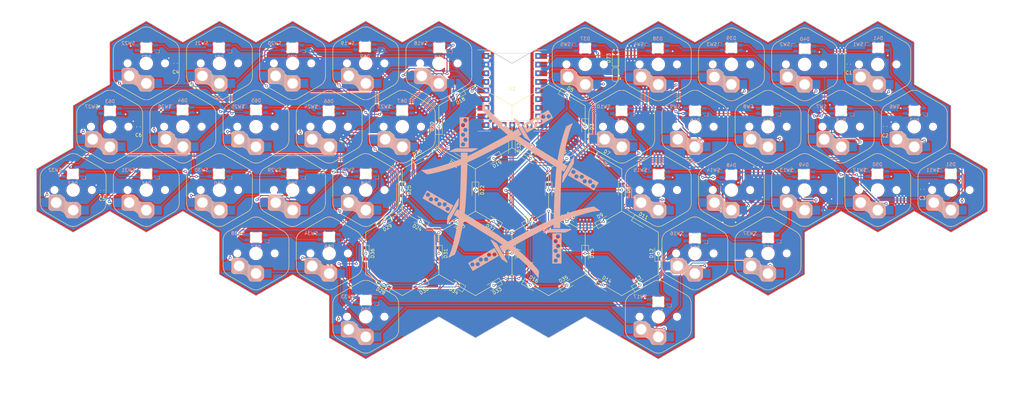
<source format=kicad_pcb>
(kicad_pcb (version 20221018) (generator pcbnew)
  (layers (0 "F.Cu" signal) (31 "B.Cu" signal) (34 "B.Paste" user) (35 "F.Paste" user) (36 "B.SilkS" user "B.Silkscreen") (37 "F.SilkS" user "F.Silkscreen") (38 "B.Mask" user) (39 "F.Mask" user) (44 "Edge.Cuts" user))
  (net 0 "")
  (net 1 "Net-(D35-A)")
  (net 2 "r1")
  (net 3 "Net-(D1-A)")
  (net 4 "r2")
  (net 5 "Net-(D2-A)")
  (net 6 "Net-(D3-A)")
  (net 7 "Net-(D4-A)")
  (net 8 "Net-(D5-A)")
  (net 9 "r3")
  (net 10 "Net-(D6-A)")
  (net 11 "r4")
  (net 12 "Net-(D7-A)")
  (net 13 "Net-(D8-A)")
  (net 14 "Net-(D9-A)")
  (net 15 "Net-(D10-A)")
  (net 16 "r5")
  (net 17 "Net-(D11-A)")
  (net 18 "r6")
  (net 19 "Net-(D12-A)")
  (net 20 "Net-(D13-A)")
  (net 21 "Net-(D14-A)")
  (net 22 "Net-(D15-A)")
  (net 23 "Net-(D16-A)")
  (net 24 "Net-(D17-A)")
  (net 25 "Net-(D18-A)")
  (net 26 "Net-(D19-A)")
  (net 27 "Net-(D20-A)")
  (net 28 "Net-(D21-A)")
  (net 29 "Net-(D22-A)")
  (net 30 "Net-(D23-A)")
  (net 31 "Net-(D24-A)")
  (net 32 "Net-(D25-A)")
  (net 33 "Net-(D26-A)")
  (net 34 "Net-(D27-A)")
  (net 35 "Net-(D28-A)")
  (net 36 "Net-(D29-A)")
  (net 37 "Net-(D30-A)")
  (net 38 "Net-(D31-A)")
  (net 39 "Net-(D32-A)")
  (net 40 "Net-(D33-A)")
  (net 41 "Net-(D34-A)")
  (net 42 "Net-(D36-A)")
  (net 43 "c1")
  (net 44 "c2")
  (net 45 "c3")
  (net 46 "c6")
  (net 47 "c4")
  (net 48 "c5")
  (net 49 "Net-(D37-DOUT)")
  (net 50 "rgb")
  (net 51 "Net-(D38-DOUT)")
  (net 52 "Net-(D39-DOUT)")
  (net 53 "Net-(D40-DOUT)")
  (net 54 "Net-(D41-DOUT)")
  (net 55 "Net-(D42-DOUT)")
  (net 56 "Net-(D43-DOUT)")
  (net 57 "Net-(D44-DOUT)")
  (net 58 "Net-(D45-DOUT)")
  (net 59 "Net-(D46-DOUT)")
  (net 60 "Net-(D47-DOUT)")
  (net 61 "Net-(D48-DOUT)")
  (net 62 "Net-(D49-DOUT)")
  (net 63 "Net-(D50-DOUT)")
  (net 64 "Net-(D51-DOUT)")
  (net 65 "Net-(D52-DOUT)")
  (net 66 "Net-(D53-DOUT)")
  (net 67 "Net-(D54-DOUT)")
  (net 68 "Net-(D55-DOUT)")
  (net 69 "Net-(D56-DOUT)")
  (net 70 "Net-(D57-DOUT)")
  (net 71 "Net-(D58-DOUT)")
  (net 72 "Net-(D59-DOUT)")
  (net 73 "Net-(D60-DOUT)")
  (net 74 "Net-(D61-DOUT)")
  (net 75 "Net-(D62-DOUT)")
  (net 76 "Net-(D63-DOUT)")
  (net 77 "Net-(D64-DOUT)")
  (net 78 "Net-(D65-DOUT)")
  (net 79 "Net-(D66-DOUT)")
  (net 80 "Net-(D67-DOUT)")
  (net 81 "Net-(D68-DOUT)")
  (net 82 "Net-(D69-DOUT)")
  (net 83 "Net-(D70-DOUT)")
  (net 84 "Net-(D71-DOUT)")
  (net 86 "+5V")
  (net 87 "GND")
  (net 90 "Net-(D37-VDD)")
  (net 94 "c3p")
  (net 97 "Net-(D73-K)")
  (footprint "Diode_SMD:D_SOD-123" (layer "F.Cu") (at 139.75 68.271676 -90)
    (fp_text reference "D32")
    (fp_text value "D")
  )
  (footprint "Diode_SMD:D_SOD-123" (layer "F.Cu") (at 182.75 99.304256 90)
    (fp_text reference "D12")
    (fp_text value "D")
  )
  (footprint "Diode_SMD:D_SOD-123" (layer "F.Cu") (at 166.625 71.374934 -30)
    (fp_text reference "D7")
    (fp_text value "D")
  )
  (footprint "Jumper:SolderJumper-3_P1.3mm_Open_RoundedPad1.0x1.5mm" (layer "F.Cu") (at 170.18 46.736 90)
    (fp_text reference "JP1" hide)
    (fp_text value "SolderJumper_3_Open")
  )
  (footprint "Capacitor_SMD:C_0603_1608Metric_Pad1.08x0.95mm_HandSolder" (layer "F.Cu") (at 238.76 43.688 90)
    (fp_text reference "C1")
    (fp_text value "C")
  )
  (footprint "Capacitor_SMD:C_0603_1608Metric_Pad1.08x0.95mm_HandSolder" (layer "F.Cu") (at 249.428 61.976 90)
    (fp_text reference "C2")
    (fp_text value "C")
  )
  (footprint "Diode_SMD:D_SOD-123" (layer "F.Cu") (at 145.125 71.374934 -30)
    (fp_text reference "D4")
    (fp_text value "D")
  )
  (footprint "Diode_SMD:D_SOD-123" (layer "F.Cu") (at 96.75 99.304256 -90)
    (fp_text reference "D36")
    (fp_text value "D")
  )
  (footprint "Diode_SMD:D_SOD-123" (layer "F.Cu") (at 155.875 108.61403 30)
    (fp_text reference "D35")
    (fp_text value "D")
  )
  (footprint "RP2040-Zero:RP2040 Zero" (layer "F.Cu") (at 129.66 64.262)
    (fp_text reference "U2")
    (fp_text value "RP2040-Zero")
    (fp_line (start 4.826 -23.749) (end 4.826 -4.953) (stroke (width 0.12)) (layer "Edge.Cuts"))
    (fp_line (start 5.842 -3.937) (end 14.478 -3.937) (stroke (width 0.12)) (layer "Edge.Cuts"))
    (fp_line (start 15.494 -23.749) (end 4.826 -23.749) (stroke (width 0.12)) (layer "Edge.Cuts"))
    (fp_line (start 15.494 -4.953) (end 15.494 -23.749) (stroke (width 0.12)) (layer "Edge.Cuts"))
    (fp_arc (start 5.842 -3.937) (mid 5.12358 -4.23458) (end 4.826 -4.953) (stroke (width 0.12)) (layer "Edge.Cuts"))
    (fp_arc (start 15.494 -4.953) (mid 15.19642 -4.23458) (end 14.478 -3.937) (stroke (width 0.12)) (layer "Edge.Cuts"))
  )
  (footprint "Capacitor_SMD:C_0603_1608Metric_Pad1.08x0.95mm_HandSolder" (layer "F.Cu") (at 29.972 62.0765 90)
    (fp_text reference "C6")
    (fp_text value "C")
  )
  (footprint "Capacitor_SMD:C_0603_1608Metric_Pad1.08x0.95mm_HandSolder" (layer "F.Cu") (at 19.304 80.772 90)
    (fp_text reference "C5")
    (fp_text value "C")
  )
  (footprint "Diode_SMD:D_SOD-123" (layer "F.Cu") (at 102.125 108.61403 150)
    (fp_text reference "D28")
    (fp_text value "D")
  )
  (footprint "Capacitor_SMD:C_0603_1608Metric_Pad1.08x0.95mm_HandSolder" (layer "F.Cu") (at 40.894 43.434 90)
    (fp_text reference "C4")
    (fp_text value "C")
  )
  (footprint "Diode_SMD:D_SOD-123" (layer "F.Cu") (at 102.125 89.994482 -150)
    (fp_text reference "D29")
    (fp_text value "D")
  )
  (footprint "Capacitor_SMD:C_0603_1608Metric_Pad1.08x0.95mm_HandSolder" (layer "F.Cu") (at 260.35 80.518 90)
    (fp_text reference "C3")
    (fp_text value "C")
  )
  (footprint "Diode_SMD:D_SOD-123" (layer "F.Cu") (at 112.875 89.994482 150)
    (fp_text reference "D24")
    (fp_text value "D")
  )
  (footprint "Diode_SMD:D_SOD-123" (layer "F.Cu") (at 123.625 89.994482 -150)
    (fp_text reference "D23")
    (fp_text value "D")
  )
  (footprint "Diode_SMD:D_SOD-123" (layer "F.Cu") (at 129 80.684708 -90)
    (fp_text reference "D22")
    (fp_text value "D")
  )
  (footprint "Diode_SMD:D_SOD-123" (layer "F.Cu") (at 172 80.684708 -90)
    (fp_text reference "D8")
    (fp_text value "D")
  )
  (footprint "Diode_SMD:D_SOD-123" (layer "F.Cu") (at 123.625 108.61403 150)
    (fp_text reference "D34")
    (fp_text value "D")
  )
  (footprint "Diode_SMD:D_SOD-123" (layer "F.Cu") (at 112.875 108.61403 -150)
    (fp_text reference "D30")
    (fp_text value "D")
  )
  (footprint "Diode_SMD:D_SOD-123" (layer "F.Cu") (at 118.25 61.976 90)
    (fp_text reference "D20")
    (fp_text value "D")
  )
  (footprint "Diode_SMD:D_SOD-123" (layer "F.Cu") (at 145.125 89.994482 30)
    (fp_text reference "D1")
    (fp_text value "D")
  )
  (footprint "Diode_SMD:D_SOD-123" (layer "F.Cu") (at 123.625 52.755386 -150)
    (fp_text reference "D18")
    (fp_text value "D")
  )
  (footprint "Diode_SMD:D_SOD-123" (layer "F.Cu") (at 161.25 62.06516 -90)
    (fp_text reference "D3")
    (fp_text value "D")
  )
  (footprint "Diode_SMD:D_SOD-123" (layer "F.Cu") (at 123.625 71.374 150)
    (fp_text reference "D21")
    (fp_text value "D")
  )
  (footprint "Diode_SMD:D_SOD-123" (layer "F.Cu") (at 145.125 108.61403 -30)
    (fp_text reference "D16")
    (fp_text value "D")
  )
  (footprint "Diode_SMD:D_SOD-123" (layer "F.Cu") (at 155.875 52.755386 -30)
    (fp_text reference "D5")
    (fp_text value "D")
  )
  (footprint "Diode_SMD:D_SOD-123" (layer "F.Cu") (at 155.956 89.994482 -30)
    (fp_text reference "D10")
    (fp_text value "D")
  )
  (footprint "Diode_SMD:D_SOD-123" (layer "F.Cu") (at 177.375 108.61403 30)
    (fp_text reference "D13")
    (fp_text value "D")
  )
  (footprint "Diode_SMD:D_SOD-123" (layer "F.Cu") (at 155.875 71.374 30)
    (fp_text reference "D2")
    (fp_text value "D")
  )
  (footprint "Diode_SMD:D_SOD-123" (layer "F.Cu") (at 134.375 108.61403 -150)
    (fp_text reference "D33")
    (fp_text value "D")
  )
  (footprint "Diode_SMD:D_SOD-123" (layer "F.Cu") (at 150.5 80.684708 -90)
    (fp_text reference "D6")
    (fp_text value "D")
  )
  (footprint "Diode_SMD:D_SOD-123" (layer "F.Cu") (at 112.875 71.374934 30)
    (fp_text reference "D26")
    (fp_text value "D")
  )
  (footprint "Diode_SMD:D_SOD-123" (layer "F.Cu") (at 107.5 80.684708 -90)
    (fp_text reference "D25")
    (fp_text value "D")
  )
  (footprint "Diode_SMD:D_SOD-123" (layer "F.Cu") (at 161.25 99.304256 -90)
    (fp_text reference "D15")
    (fp_text value "D")
  )
  (footprint "Diode_SMD:D_SOD-123" (layer "F.Cu") (at 170.18 41.91 90)
    (fp_text reference "D73")
    (fp_text value "D")
  )
  (footprint "Diode_SMD:D_SOD-123" (layer "F.Cu") (at 118.25 99.314 -90)
    (fp_text reference "D31")
    (fp_text value "D")
  )
  (footprint "Diode_SMD:D_SOD-123" (layer "F.Cu") (at 166.625 89.994482 30)
    (fp_text reference "D9")
    (fp_text value "D")
  )
  (footprint "Diode_SMD:D_SOD-123" (layer "F.Cu") (at 134.375 71.374934 -150)
    (fp_text reference "D19")
    (fp_text value "D")
  )
  (footprint "Diode_SMD:D_SOD-123" (layer "F.Cu") (at 134.375 89.994482 150)
    (fp_text reference "D27")
    (fp_text value "D")
  )
  (footprint "Diode_SMD:D_SOD-123" (layer "F.Cu") (at 177.375 89.994482 -30)
    (fp_text reference "D11")
    (fp_text value "D")
  )
  (footprint "Diode_SMD:D_SOD-123" (layer "F.Cu") (at 139.75 99.304256 -90)
    (fp_text reference "D17")
    (fp_text value "D")
  )
  (footprint "Diode_SMD:D_SOD-123" (layer "F.Cu") (at 166.625 108.732 -30)
    (fp_text reference "D14")
    (fp_text value "D")
  )
  (footprint "s-ol:PG1350_hotswap" (layer "B.Cu") (at 193.5 99.304256 180)
    (fp_text reference "SW16")
    (fp_text value "SW_Push")
  )
  (footprint "PCM_marbastlib-various:LED_6028R" (layer "B.Cu") (at 75.184 75.946 180)
    (fp_text reference "D59")
    (fp_text value "SK6812MINI")
    (fp_line (start -1.699999 0.702843) (end -1.699999 -0.702841) (stroke (width 0.1)) (layer "Edge.Cuts"))
    (fp_line (start -0.794452 -1.499999) (end 0.794452 -1.499999) (stroke (width 0.1)) (layer "Edge.Cuts"))
    (fp_line (start 0.794452 1.5) (end -0.794453 1.5) (stroke (width 0.1)) (layer "Edge.Cuts"))
    (fp_line (start 1.699999 -0.702841) (end 1.699999 0.702843) (stroke (width 0.1)) (layer "Edge.Cuts"))
    (fp_arc (start -1.749484 -0.919719) (mid -1.712527 -0.814067) (end -1.699999 -0.702841) (stroke (width 0.1)) (layer "Edge.Cuts"))
    (fp_arc (start -1.749484 -0.919718) (mid -1.638072 -1.504034) (end -1.046711 -1.568298) (stroke (width 0.1)) (layer "Edge.Cuts"))
    (fp_arc (start -1.699999 0.702844) (mid -1.712527 0.814069) (end -1.749484 0.919721) (stroke (width 0.1)) (layer "Edge.Cuts"))
    (fp_arc (start -1.046711 1.568299) (mid -1.638071 1.504036) (end -1.749484 0.919721) (stroke (width 0.1)) (layer "Edge.Cuts"))
    (fp_arc (start -1.046711 1.568299) (mid -0.925123 1.517377) (end -0.794453 1.5) (stroke (width 0.1)) (layer "Edge.Cuts"))
    (fp_arc (start -0.794452 -1.499999) (mid -0.925123 -1.517376) (end -1.046711 -1.568298) (stroke (width 0.1)) (layer "Edge.Cuts"))
    (fp_arc (start 0.794453 1.500001) (mid 0.925123 1.517378) (end 1.046711 1.5683) (stroke (width 0.1)) (layer "Edge.Cuts"))
    (fp_arc (start 1.04671 -1.568298) (mid 0.925122 -1.517376) (end 0.794452 -1.499999) (stroke (width 0.1)) (layer "Edge.Cuts"))
    (fp_arc (start 1.046711 -1.568296) (mid 1.63807 -1.504033) (end 1.749484 -0.919719) (stroke (width 0.1)) (layer "Edge.Cuts"))
    (fp_arc (start 1.699999 -0.702842) (mid 1.712536 -0.814064) (end 1.749484 -0.919719) (stroke (width 0.1)) (layer "Edge.Cuts"))
    (fp_arc (start 1.749484 0.919721) (mid 1.638072 1.504036) (end 1.046711 1.5683) (stroke (width 0.1)) (layer "Edge.Cuts"))
    (fp_arc (start 1.749484 0.919721) (mid 1.712526 0.814069) (end 1.699999 0.702843) (stroke (width 0.1)) (layer "Edge.Cuts"))
  )
  (footprint "PCM_marbastlib-various:LED_6028R" (layer "B.Cu") (at 182.852 76.059)
    (fp_text reference "D47")
    (fp_text value "SK6812MINI")
    (fp_line (start -1.699999 0.702843) (end -1.699999 -0.702841) (stroke (width 0.1)) (layer "Edge.Cuts"))
    (fp_line (start -0.794452 -1.499999) (end 0.794452 -1.499999) (stroke (width 0.1)) (layer "Edge.Cuts"))
    (fp_line (start 0.794452 1.5) (end -0.794453 1.5) (stroke (width 0.1)) (layer "Edge.Cuts"))
    (fp_line (start 1.699999 -0.702841) (end 1.699999 0.702843) (stroke (width 0.1)) (layer "Edge.Cuts"))
    (fp_arc (start -1.749484 -0.919719) (mid -1.712527 -0.814067) (end -1.699999 -0.702841) (stroke (width 0.1)) (layer "Edge.Cuts"))
    (fp_arc (start -1.749484 -0.919718) (mid -1.638072 -1.504034) (end -1.046711 -1.568298) (stroke (width 0.1)) (layer "Edge.Cuts"))
    (fp_arc (start -1.699999 0.702844) (mid -1.712527 0.814069) (end -1.749484 0.919721) (stroke (width 0.1)) (layer "Edge.Cuts"))
    (fp_arc (start -1.046711 1.568299) (mid -1.638071 1.504036) (end -1.749484 0.919721) (stroke (width 0.1)) (layer "Edge.Cuts"))
    (fp_arc (start -1.046711 1.568299) (mid -0.925123 1.517377) (end -0.794453 1.5) (stroke (width 0.1)) (layer "Edge.Cuts"))
    (fp_arc (start -0.794452 -1.499999) (mid -0.925123 -1.517376) (end -1.046711 -1.568298) (stroke (width 0.1)) (layer "Edge.Cuts"))
    (fp_arc (start 0.794453 1.500001) (mid 0.925123 1.517378) (end 1.046711 1.5683) (stroke (width 0.1)) (layer "Edge.Cuts"))
    (fp_arc (start 1.04671 -1.568298) (mid 0.925122 -1.517376) (end 0.794452 -1.499999) (stroke (width 0.1)) (layer "Edge.Cuts"))
    (fp_arc (start 1.046711 -1.568296) (mid 1.63807 -1.504033) (end 1.749484 -0.919719) (stroke (width 0.1)) (layer "Edge.Cuts"))
    (fp_arc (start 1.699999 -0.702842) (mid 1.712536 -0.814064) (end 1.749484 -0.919719) (stroke (width 0.1)) (layer "Edge.Cuts"))
    (fp_arc (start 1.749484 0.919721) (mid 1.638072 1.504036) (end 1.046711 1.5683) (stroke (width 0.1)) (layer "Edge.Cuts"))
    (fp_arc (start 1.749484 0.919721) (mid 1.712526 0.814069) (end 1.699999 0.702843) (stroke (width 0.1)) (layer "Edge.Cuts"))
  )
  (footprint "PCM_marbastlib-various:LED_6028R" (layer "B.Cu") (at 10.668 75.946 180)
    (fp_text reference "D62")
    (fp_text value "SK6812MINI")
    (fp_line (start -1.699999 0.702843) (end -1.699999 -0.702841) (stroke (width 0.1)) (layer "Edge.Cuts"))
    (fp_line (start -0.794452 -1.499999) (end 0.794452 -1.499999) (stroke (width 0.1)) (layer "Edge.Cuts"))
    (fp_line (start 0.794452 1.5) (end -0.794453 1.5) (stroke (width 0.1)) (layer "Edge.Cuts"))
    (fp_line (start 1.699999 -0.702841) (end 1.699999 0.702843) (stroke (width 0.1)) (layer "Edge.Cuts"))
    (fp_arc (start -1.749484 -0.919719) (mid -1.712527 -0.814067) (end -1.699999 -0.702841) (stroke (width 0.1)) (layer "Edge.Cuts"))
    (fp_arc (start -1.749484 -0.919718) (mid -1.638072 -1.504034) (end -1.046711 -1.568298) (stroke (width 0.1)) (layer "Edge.Cuts"))
    (fp_arc (start -1.699999 0.702844) (mid -1.712527 0.814069) (end -1.749484 0.919721) (stroke (width 0.1)) (layer "Edge.Cuts"))
    (fp_arc (start -1.046711 1.568299) (mid -1.638071 1.504036) (end -1.749484 0.919721) (stroke (width 0.1)) (layer "Edge.Cuts"))
    (fp_arc (start -1.046711 1.568299) (mid -0.925123 1.517377) (end -0.794453 1.5) (stroke (width 0.1)) (layer "Edge.Cuts"))
    (fp_arc (start -0.794452 -1.499999) (mid -0.925123 -1.517376) (end -1.046711 -1.568298) (stroke (width 0.1)) (layer "Edge.Cuts"))
    (fp_arc (start 0.794453 1.500001) (mid 0.925123 1.517378) (end 1.046711 1.5683) (stroke (width 0.1)) (layer "Edge.Cuts"))
    (fp_arc (start 1.04671 -1.568298) (mid 0.925122 -1.517376) (end 0.794452 -1.499999) (stroke (width 0.1)) (layer "Edge.Cuts"))
    (fp_arc (start 1.046711 -1.568296) (mid 1.63807 -1.504033) (end 1.749484 -0.919719) (stroke (width 0.1)) (layer "Edge.Cuts"))
    (fp_arc (start 1.699999 -0.702842) (mid 1.712536 -0.814064) (end 1.749484 -0.919719) (stroke (width 0.1)) (layer "Edge.Cuts"))
    (fp_arc (start 1.749484 0.919721) (mid 1.638072 1.504036) (end 1.046711 1.5683) (stroke (width 0.1)) (layer "Edge.Cuts"))
    (fp_arc (start 1.749484 0.919721) (mid 1.712526 0.814069) (end 1.699999 0.702843) (stroke (width 0.1)) (layer "Edge.Cuts"))
  )
  (footprint "PCM_marbastlib-various:LED_6028R" (layer "B.Cu") (at 96.75 113.03 180)
    (fp_text reference "D55")
    (fp_text value "SK6812MINI")
    (fp_line (start -1.699999 0.702843) (end -1.699999 -0.702841) (stroke (width 0.1)) (layer "Edge.Cuts"))
    (fp_line (start -0.794452 -1.499999) (end 0.794452 -1.499999) (stroke (width 0.1)) (layer "Edge.Cuts"))
    (fp_line (start 0.794452 1.5) (end -0.794453 1.5) (stroke (width 0.1)) (layer "Edge.Cuts"))
    (fp_line (start 1.699999 -0.702841) (end 1.699999 0.702843) (stroke (width 0.1)) (layer "Edge.Cuts"))
    (fp_arc (start -1.749484 -0.919719) (mid -1.712527 -0.814067) (end -1.699999 -0.702841) (stroke (width 0.1)) (layer "Edge.Cuts"))
    (fp_arc (start -1.749484 -0.919718) (mid -1.638072 -1.504034) (end -1.046711 -1.568298) (stroke (width 0.1)) (layer "Edge.Cuts"))
    (fp_arc (start -1.699999 0.702844) (mid -1.712527 0.814069) (end -1.749484 0.919721) (stroke (width 0.1)) (layer "Edge.Cuts"))
    (fp_arc (start -1.046711 1.568299) (mid -1.638071 1.504036) (end -1.749484 0.919721) (stroke (width 0.1)) (layer "Edge.Cuts"))
    (fp_arc (start -1.046711 1.568299) (mid -0.925123 1.517377) (end -0.794453 1.5) (stroke (width 0.1)) (layer "Edge.Cuts"))
    (fp_arc (start -0.794452 -1.499999) (mid -0.925123 -1.517376) (end -1.046711 -1.568298) (stroke (width 0.1)) (layer "Edge.Cuts"))
    (fp_arc (start 0.794453 1.500001) (mid 0.925123 1.517378) (end 1.046711 1.5683) (stroke (width 0.1)) (layer "Edge.Cuts"))
    (fp_arc (start 1.04671 -1.568298) (mid 0.925122 -1.517376) (end 0.794452 -1.499999) (stroke (width 0.1)) (layer "Edge.Cuts"))
    (fp_arc (start 1.046711 -1.568296) (mid 1.63807 -1.504033) (end 1.749484 -0.919719) (stroke (width 0.1)) (layer "Edge.Cuts"))
    (fp_arc (start 1.699999 -0.702842) (mid 1.712536 -0.814064) (end 1.749484 -0.919719) (stroke (width 0.1)) (layer "Edge.Cuts"))
    (fp_arc (start 1.749484 0.919721) (mid 1.638072 1.504036) (end 1.046711 1.5683) (stroke (width 0.1)) (layer "Edge.Cuts"))
    (fp_arc (start 1.749484 0.919721) (mid 1.712526 0.814069) (end 1.699999 0.702843) (stroke (width 0.1)) (layer "Edge.Cuts"))
  )
  (footprint "PCM_marbastlib-various:LED_6028R" (layer "B.Cu") (at 171.958 57.404 180)
    (fp_text reference "D46")
    (fp_text value "SK6812MINI")
    (fp_line (start -1.699999 0.702843) (end -1.699999 -0.702841) (stroke (width 0.1)) (layer "Edge.Cuts"))
    (fp_line (start -0.794452 -1.499999) (end 0.794452 -1.499999) (stroke (width 0.1)) (layer "Edge.Cuts"))
    (fp_line (start 0.794452 1.5) (end -0.794453 1.5) (stroke (width 0.1)) (layer "Edge.Cuts"))
    (fp_line (start 1.699999 -0.702841) (end 1.699999 0.702843) (stroke (width 0.1)) (layer "Edge.Cuts"))
    (fp_arc (start -1.749484 -0.919719) (mid -1.712527 -0.814067) (end -1.699999 -0.702841) (stroke (width 0.1)) (layer "Edge.Cuts"))
    (fp_arc (start -1.749484 -0.919718) (mid -1.638072 -1.504034) (end -1.046711 -1.568298) (stroke (width 0.1)) (layer "Edge.Cuts"))
    (fp_arc (start -1.699999 0.702844) (mid -1.712527 0.814069) (end -1.749484 0.919721) (stroke (width 0.1)) (layer "Edge.Cuts"))
    (fp_arc (start -1.046711 1.568299) (mid -1.638071 1.504036) (end -1.749484 0.919721) (stroke (width 0.1)) (layer "Edge.Cuts"))
    (fp_arc (start -1.046711 1.568299) (mid -0.925123 1.517377) (end -0.794453 1.5) (stroke (width 0.1)) (layer "Edge.Cuts"))
    (fp_arc (start -0.794452 -1.499999) (mid -0.925123 -1.517376) (end -1.046711 -1.568298) (stroke (width 0.1)) (layer "Edge.Cuts"))
    (fp_arc (start 0.794453 1.500001) (mid 0.925123 1.517378) (end 1.046711 1.5683) (stroke (width 0.1)) (layer "Edge.Cuts"))
    (fp_arc (start 1.04671 -1.568298) (mid 0.925122 -1.517376) (end 0.794452 -1.499999) (stroke (width 0.1)) (layer "Edge.Cuts"))
    (fp_arc (start 1.046711 -1.568296) (mid 1.63807 -1.504033) (end 1.749484 -0.919719) (stroke (width 0.1)) (layer "Edge.Cuts"))
    (fp_arc (start 1.699999 -0.702842) (mid 1.712536 -0.814064) (end 1.749484 -0.919719) (stroke (width 0.1)) (layer "Edge.Cuts"))
    (fp_arc (start 1.749484 0.919721) (mid 1.638072 1.504036) (end 1.046711 1.5683) (stroke (width 0.1)) (layer "Edge.Cuts"))
    (fp_arc (start 1.749484 0.919721) (mid 1.712526 0.814069) (end 1.699999 0.702843) (stroke (width 0.1)) (layer "Edge.Cuts"))
  )
  (footprint "PCM_marbastlib-various:LED_6028R" (layer "B.Cu") (at 85.852 57.404)
    (fp_text reference "D66")
    (fp_text value "SK6812MINI")
    (fp_line (start -1.699999 0.702843) (end -1.699999 -0.702841) (stroke (width 0.1)) (layer "Edge.Cuts"))
    (fp_line (start -0.794452 -1.499999) (end 0.794452 -1.499999) (stroke (width 0.1)) (layer "Edge.Cuts"))
    (fp_line (start 0.794452 1.5) (end -0.794453 1.5) (stroke (width 0.1)) (layer "Edge.Cuts"))
    (fp_line (start 1.699999 -0.702841) (end 1.699999 0.702843) (stroke (width 0.1)) (layer "Edge.Cuts"))
    (fp_arc (start -1.749484 -0.919719) (mid -1.712527 -0.814067) (end -1.699999 -0.702841) (stroke (width 0.1)) (layer "Edge.Cuts"))
    (fp_arc (start -1.749484 -0.919718) (mid -1.638072 -1.504034) (end -1.046711 -1.568298) (stroke (width 0.1)) (layer "Edge.Cuts"))
    (fp_arc (start -1.699999 0.702844) (mid -1.712527 0.814069) (end -1.749484 0.919721) (stroke (width 0.1)) (layer "Edge.Cuts"))
    (fp_arc (start -1.046711 1.568299) (mid -1.638071 1.504036) (end -1.749484 0.919721) (stroke (width 0.1)) (layer "Edge.Cuts"))
    (fp_arc (start -1.046711 1.568299) (mid -0.925123 1.517377) (end -0.794453 1.5) (stroke (width 0.1)) (layer "Edge.Cuts"))
    (fp_arc (start -0.794452 -1.499999) (mid -0.925123 -1.517376) (end -1.046711 -1.568298) (stroke (width 0.1)) (layer "Edge.Cuts"))
    (fp_arc (start 0.794453 1.500001) (mid 0.925123 1.517378) (end 1.046711 1.5683) (stroke (width 0.1)) (layer "Edge.Cuts"))
    (fp_arc (start 1.04671 -1.568298) (mid 0.925122 -1.517376) (end 0.794452 -1.499999) (stroke (width 0.1)) (layer "Edge.Cuts"))
    (fp_arc (start 1.046711 -1.568296) (mid 1.63807 -1.504033) (end 1.749484 -0.919719) (stroke (width 0.1)) (layer "Edge.Cuts"))
    (fp_arc (start 1.699999 -0.702842) (mid 1.712536 -0.814064) (end 1.749484 -0.919719) (stroke (width 0.1)) (layer "Edge.Cuts"))
    (fp_arc (start 1.749484 0.919721) (mid 1.638072 1.504036) (end 1.046711 1.5683) (stroke (width 0.1)) (layer "Edge.Cuts"))
    (fp_arc (start 1.749484 0.919721) (mid 1.712526 0.814069) (end 1.699999 0.702843) (stroke (width 0.1)) (layer "Edge.Cuts"))
  )
  (footprint "s-ol:PG1350_hotswap" (layer "B.Cu") (at 10.75 80.684708 180)
    (fp_text reference "SW32")
    (fp_text value "SW_Push")
  )
  (footprint "PCM_marbastlib-various:LED_6028R" (layer "B.Cu") (at 96.774 75.946 180)
    (fp_text reference "D58")
    (fp_text value "SK6812MINI")
    (fp_line (start -1.699999 0.702843) (end -1.699999 -0.702841) (stroke (width 0.1)) (layer "Edge.Cuts"))
    (fp_line (start -0.794452 -1.499999) (end 0.794452 -1.499999) (stroke (width 0.1)) (layer "Edge.Cuts"))
    (fp_line (start 0.794452 1.5) (end -0.794453 1.5) (stroke (width 0.1)) (layer "Edge.Cuts"))
    (fp_line (start 1.699999 -0.702841) (end 1.699999 0.702843) (stroke (width 0.1)) (layer "Edge.Cuts"))
    (fp_arc (start -1.749484 -0.919719) (mid -1.712527 -0.814067) (end -1.699999 -0.702841) (stroke (width 0.1)) (layer "Edge.Cuts"))
    (fp_arc (start -1.749484 -0.919718) (mid -1.638072 -1.504034) (end -1.046711 -1.568298) (stroke (width 0.1)) (layer "Edge.Cuts"))
    (fp_arc (start -1.699999 0.702844) (mid -1.712527 0.814069) (end -1.749484 0.919721) (stroke (width 0.1)) (layer "Edge.Cuts"))
    (fp_arc (start -1.046711 1.568299) (mid -1.638071 1.504036) (end -1.749484 0.919721) (stroke (width 0.1)) (layer "Edge.Cuts"))
    (fp_arc (start -1.046711 1.568299) (mid -0.925123 1.517377) (end -0.794453 1.5) (stroke (width 0.1)) (layer "Edge.Cuts"))
    (fp_arc (start -0.794452 -1.499999) (mid -0.925123 -1.517376) (end -1.046711 -1.568298) (stroke (width 0.1)) (layer "Edge.Cuts"))
    (fp_arc (start 0.794453 1.500001) (mid 0.925123 1.517378) (end 1.046711 1.5683) (stroke (width 0.1)) (layer "Edge.Cuts"))
    (fp_arc (start 1.04671 -1.568298) (mid 0.925122 -1.517376) (end 0.794452 -1.499999) (stroke (width 0.1)) (layer "Edge.Cuts"))
    (fp_arc (start 1.046711 -1.568296) (mid 1.63807 -1.504033) (end 1.749484 -0.919719) (stroke (width 0.1)) (layer "Edge.Cuts"))
    (fp_arc (start 1.699999 -0.702842) (mid 1.712536 -0.814064) (end 1.749484 -0.919719) (stroke (width 0.1)) (layer "Edge.Cuts"))
    (fp_arc (start 1.749484 0.919721) (mid 1.638072 1.504036) (end 1.046711 1.5683) (stroke (width 0.1)) (layer "Edge.Cuts"))
    (fp_arc (start 1.749484 0.919721) (mid 1.712526 0.814069) (end 1.699999 0.702843) (stroke (width 0.1)) (layer "Edge.Cuts"))
  )
  (footprint "PCM_marbastlib-various:LED_6028R" (layer "B.Cu") (at 247.142 75.946)
    (fp_text reference "D50")
    (fp_text value "SK6812MINI")
    (fp_line (start -1.699999 0.702843) (end -1.699999 -0.702841) (stroke (width 0.1)) (layer "Edge.Cuts"))
    (fp_line (start -0.794452 -1.499999) (end 0.794452 -1.499999) (stroke (width 0.1)) (layer "Edge.Cuts"))
    (fp_line (start 0.794452 1.5) (end -0.794453 1.5) (stroke (width 0.1)) (layer "Edge.Cuts"))
    (fp_line (start 1.699999 -0.702841) (end 1.699999 0.702843) (stroke (width 0.1)) (layer "Edge.Cuts"))
    (fp_arc (start -1.749484 -0.919719) (mid -1.712527 -0.814067) (end -1.699999 -0.702841) (stroke (width 0.1)) (layer "Edge.Cuts"))
    (fp_arc (start -1.749484 -0.919718) (mid -1.638072 -1.504034) (end -1.046711 -1.568298) (stroke (width 0.1)) (layer "Edge.Cuts"))
    (fp_arc (start -1.699999 0.702844) (mid -1.712527 0.814069) (end -1.749484 0.919721) (stroke (width 0.1)) (layer "Edge.Cuts"))
    (fp_arc (start -1.046711 1.568299) (mid -1.638071 1.504036) (end -1.749484 0.919721) (stroke (width 0.1)) (layer "Edge.Cuts"))
    (fp_arc (start -1.046711 1.568299) (mid -0.925123 1.517377) (end -0.794453 1.5) (stroke (width 0.1)) (layer "Edge.Cuts"))
    (fp_arc (start -0.794452 -1.499999) (mid -0.925123 -1.517376) (end -1.046711 -1.568298) (stroke (width 0.1)) (layer "Edge.Cuts"))
    (fp_arc (start 0.794453 1.500001) (mid 0.925123 1.517378) (end 1.046711 1.5683) (stroke (width 0.1)) (layer "Edge.Cuts"))
    (fp_arc (start 1.04671 -1.568298) (mid 0.925122 -1.517376) (end 0.794452 -1.499999) (stroke (width 0.1)) (layer "Edge.Cuts"))
    (fp_arc (start 1.046711 -1.568296) (mid 1.63807 -1.504033) (end 1.749484 -0.919719) (stroke (width 0.1)) (layer "Edge.Cuts"))
    (fp_arc (start 1.699999 -0.702842) (mid 1.712536 -0.814064) (end 1.749484 -0.919719) (stroke (width 0.1)) (layer "Edge.Cuts"))
    (fp_arc (start 1.749484 0.919721) (mid 1.638072 1.504036) (end 1.046711 1.5683) (stroke (width 0.1)) (layer "Edge.Cuts"))
    (fp_arc (start 1.749484 0.919721) (mid 1.712526 0.814069) (end 1.699999 0.702843) (stroke (width 0.1)) (layer "Edge.Cuts"))
  )
  (footprint "PCM_marbastlib-various:LED_6028R" (layer "B.Cu") (at 204.216 76.2)
    (fp_text reference "D48")
    (fp_text value "SK6812MINI")
    (fp_line (start -1.699999 0.702843) (end -1.699999 -0.702841) (stroke (width 0.1)) (layer "Edge.Cuts"))
    (fp_line (start -0.794452 -1.499999) (end 0.794452 -1.499999) (stroke (width 0.1)) (layer "Edge.Cuts"))
    (fp_line (start 0.794452 1.5) (end -0.794453 1.5) (stroke (width 0.1)) (layer "Edge.Cuts"))
    (fp_line (start 1.699999 -0.702841) (end 1.699999 0.702843) (stroke (width 0.1)) (layer "Edge.Cuts"))
    (fp_arc (start -1.749484 -0.919719) (mid -1.712527 -0.814067) (end -1.699999 -0.702841) (stroke (width 0.1)) (layer "Edge.Cuts"))
    (fp_arc (start -1.749484 -0.919718) (mid -1.638072 -1.504034) (end -1.046711 -1.568298) (stroke (width 0.1)) (layer "Edge.Cuts"))
    (fp_arc (start -1.699999 0.702844) (mid -1.712527 0.814069) (end -1.749484 0.919721) (stroke (width 0.1)) (layer "Edge.Cuts"))
    (fp_arc (start -1.046711 1.568299) (mid -1.638071 1.504036) (end -1.749484 0.919721) (stroke (width 0.1)) (layer "Edge.Cuts"))
    (fp_arc (start -1.046711 1.568299) (mid -0.925123 1.517377) (end -0.794453 1.5) (stroke (width 0.1)) (layer "Edge.Cuts"))
    (fp_arc (start -0.794452 -1.499999) (mid -0.925123 -1.517376) (end -1.046711 -1.568298) (stroke (width 0.1)) (layer "Edge.Cuts"))
    (fp_arc (start 0.794453 1.500001) (mid 0.925123 1.517378) (end 1.046711 1.5683) (stroke (width 0.1)) (layer "Edge.Cuts"))
    (fp_arc (start 1.04671 -1.568298) (mid 0.925122 -1.517376) (end 0.794452 -1.499999) (stroke (width 0.1)) (layer "Edge.Cuts"))
    (fp_arc (start 1.046711 -1.568296) (mid 1.63807 -1.504033) (end 1.749484 -0.919719) (stroke (width 0.1)) (layer "Edge.Cuts"))
    (fp_arc (start 1.699999 -0.702842) (mid 1.712536 -0.814064) (end 1.749484 -0.919719) (stroke (width 0.1)) (layer "Edge.Cuts"))
    (fp_arc (start 1.749484 0.919721) (mid 1.638072 1.504036) (end 1.046711 1.5683) (stroke (width 0.1)) (layer "Edge.Cuts"))
    (fp_arc (start 1.749484 0.919721) (mid 1.712526 0.814069) (end 1.699999 0.702843) (stroke (width 0.1)) (layer "Edge.Cuts"))
  )
  (footprint "s-ol:PG1350_hotswap" (layer "B.Cu") (at 96.75 117.923804 180)
    (fp_text reference "SW33")
    (fp_text value "SW_Push")
  )
  (footprint "PCM_marbastlib-various:LED_6028R" (layer "B.Cu") (at 107.47 57.291)
    (fp_text reference "D67")
    (fp_text value "SK6812MINI")
    (fp_line (start -1.699999 0.702843) (end -1.699999 -0.702841) (stroke (width 0.1)) (layer "Edge.Cuts"))
    (fp_line (start -0.794452 -1.499999) (end 0.794452 -1.499999) (stroke (width 0.1)) (layer "Edge.Cuts"))
    (fp_line (start 0.794452 1.5) (end -0.794453 1.5) (stroke (width 0.1)) (layer "Edge.Cuts"))
    (fp_line (start 1.699999 -0.702841) (end 1.699999 0.702843) (stroke (width 0.1)) (layer "Edge.Cuts"))
    (fp_arc (start -1.749484 -0.919719) (mid -1.712527 -0.814067) (end -1.699999 -0.702841) (stroke (width 0.1)) (layer "Edge.Cuts"))
    (fp_arc (start -1.749484 -0.919718) (mid -1.638072 -1.504034) (end -1.046711 -1.568298) (stroke (width 0.1)) (layer "Edge.Cuts"))
    (fp_arc (start -1.699999 0.702844) (mid -1.712527 0.814069) (end -1.749484 0.919721) (stroke (width 0.1)) (layer "Edge.Cuts"))
    (fp_arc (start -1.046711 1.568299) (mid -1.638071 1.504036) (end -1.749484 0.919721) (stroke (width 0.1)) (layer "Edge.Cuts"))
    (fp_arc (start -1.046711 1.568299) (mid -0.925123 1.517377) (end -0.794453 1.5) (stroke (width 0.1)) (layer "Edge.Cuts"))
    (fp_arc (start -0.794452 -1.499999) (mid -0.925123 -1.517376) (end -1.046711 -1.568298) (stroke (width 0.1)) (layer "Edge.Cuts"))
    (fp_arc (start 0.794453 1.500001) (mid 0.925123 1.517378) (end 1.046711 1.5683) (stroke (width 0.1)) (layer "Edge.Cuts"))
    (fp_arc (start 1.04671 -1.568298) (mid 0.925122 -1.517376) (end 0.794452 -1.499999) (stroke (width 0.1)) (layer "Edge.Cuts"))
    (fp_arc (start 1.046711 -1.568296) (mid 1.63807 -1.504033) (end 1.749484 -0.919719) (stroke (width 0.1)) (layer "Edge.Cuts"))
    (fp_arc (start 1.699999 -0.702842) (mid 1.712536 -0.814064) (end 1.749484 -0.919719) (stroke (width 0.1)) (layer "Edge.Cuts"))
    (fp_arc (start 1.749484 0.919721) (mid 1.638072 1.504036) (end 1.046711 1.5683) (stroke (width 0.1)) (layer "Edge.Cuts"))
    (fp_arc (start 1.749484 0.919721) (mid 1.712526 0.814069) (end 1.699999 0.702843) (stroke (width 0.1)) (layer "Edge.Cuts"))
  )
  (footprint "PCM_marbastlib-various:LED_6028R" (layer "B.Cu") (at 204.216 38.862)
    (fp_text reference "D39")
    (fp_text value "SK6812MINI")
    (fp_line (start -1.699999 0.702843) (end -1.699999 -0.702841) (stroke (width 0.1)) (layer "Edge.Cuts"))
    (fp_line (start -0.794452 -1.499999) (end 0.794452 -1.499999) (stroke (width 0.1)) (layer "Edge.Cuts"))
    (fp_line (start 0.794452 1.5) (end -0.794453 1.5) (stroke (width 0.1)) (layer "Edge.Cuts"))
    (fp_line (start 1.699999 -0.702841) (end 1.699999 0.702843) (stroke (width 0.1)) (layer "Edge.Cuts"))
    (fp_arc (start -1.749484 -0.919719) (mid -1.712527 -0.814067) (end -1.699999 -0.702841) (stroke (width 0.1)) (layer "Edge.Cuts"))
    (fp_arc (start -1.749484 -0.919718) (mid -1.638072 -1.504034) (end -1.046711 -1.568298) (stroke (width 0.1)) (layer "Edge.Cuts"))
    (fp_arc (start -1.699999 0.702844) (mid -1.712527 0.814069) (end -1.749484 0.919721) (stroke (width 0.1)) (layer "Edge.Cuts"))
    (fp_arc (start -1.046711 1.568299) (mid -1.638071 1.504036) (end -1.749484 0.919721) (stroke (width 0.1)) (layer "Edge.Cuts"))
    (fp_arc (start -1.046711 1.568299) (mid -0.925123 1.517377) (end -0.794453 1.5) (stroke (width 0.1)) (layer "Edge.Cuts"))
    (fp_arc (start -0.794452 -1.499999) (mid -0.925123 -1.517376) (end -1.046711 -1.568298) (stroke (width 0.1)) (layer "Edge.Cuts"))
    (fp_arc (start 0.794453 1.500001) (mid 0.925123 1.517378) (end 1.046711 1.5683) (stroke (width 0.1)) (layer "Edge.Cuts"))
    (fp_arc (start 1.04671 -1.568298) (mid 0.925122 -1.517376) (end 0.794452 -1.499999) (stroke (width 0.1)) (layer "Edge.Cuts"))
    (fp_arc (start 1.046711 -1.568296) (mid 1.63807 -1.504033) (end 1.749484 -0.919719) (stroke (width 0.1)) (layer "Edge.Cuts"))
    (fp_arc (start 1.699999 -0.702842) (mid 1.712536 -0.814064) (end 1.749484 -0.919719) (stroke (width 0.1)) (layer "Edge.Cuts"))
    (fp_arc (start 1.749484 0.919721) (mid 1.638072 1.504036) (end 1.046711 1.5683) (stroke (width 0.1)) (layer "Edge.Cuts"))
    (fp_arc (start 1.749484 0.919721) (mid 1.712526 0.814069) (end 1.699999 0.702843) (stroke (width 0.1)) (layer "Edge.Cuts"))
  )
  (footprint "PCM_marbastlib-various:LED_6028R" (layer "B.Cu") (at 161.262 39.003)
    (fp_text reference "D37")
    (fp_text value "SK6812MINI")
    (fp_line (start -1.699999 0.702843) (end -1.699999 -0.702841) (stroke (width 0.1)) (layer "Edge.Cuts"))
    (fp_line (start -0.794452 -1.499999) (end 0.794452 -1.499999) (stroke (width 0.1)) (layer "Edge.Cuts"))
    (fp_line (start 0.794452 1.5) (end -0.794453 1.5) (stroke (width 0.1)) (layer "Edge.Cuts"))
    (fp_line (start 1.699999 -0.702841) (end 1.699999 0.702843) (stroke (width 0.1)) (layer "Edge.Cuts"))
    (fp_arc (start -1.749484 -0.919719) (mid -1.712527 -0.814067) (end -1.699999 -0.702841) (stroke (width 0.1)) (layer "Edge.Cuts"))
    (fp_arc (start -1.749484 -0.919718) (mid -1.638072 -1.504034) (end -1.046711 -1.568298) (stroke (width 0.1)) (layer "Edge.Cuts"))
    (fp_arc (start -1.699999 0.702844) (mid -1.712527 0.814069) (end -1.749484 0.919721) (stroke (width 0.1)) (layer "Edge.Cuts"))
    (fp_arc (start -1.046711 1.568299) (mid -1.638071 1.504036) (end -1.749484 0.919721) (stroke (width 0.1)) (layer "Edge.Cuts"))
    (fp_arc (start -1.046711 1.568299) (mid -0.925123 1.517377) (end -0.794453 1.5) (stroke (width 0.1)) (layer "Edge.Cuts"))
    (fp_arc (start -0.794452 -1.499999) (mid -0.925123 -1.517376) (end -1.046711 -1.568298) (stroke (width 0.1)) (layer "Edge.Cuts"))
    (fp_arc (start 0.794453 1.500001) (mid 0.925123 1.517378) (end 1.046711 1.5683) (stroke (width 0.1)) (layer "Edge.Cuts"))
    (fp_arc (start 1.04671 -1.568298) (mid 0.925122 -1.517376) (end 0.794452 -1.499999) (stroke (width 0.1)) (layer "Edge.Cuts"))
    (fp_arc (start 1.046711 -1.568296) (mid 1.63807 -1.504033) (end 1.749484 -0.919719) (stroke (width 0.1)) (layer "Edge.Cuts"))
    (fp_arc (start 1.699999 -0.702842) (mid 1.712536 -0.814064) (end 1.749484 -0.919719) (stroke (width 0.1)) (layer "Edge.Cuts"))
    (fp_arc (start 1.749484 0.919721) (mid 1.638072 1.504036) (end 1.046711 1.5683) (stroke (width 0.1)) (layer "Edge.Cuts"))
    (fp_arc (start 1.749484 0.919721) (mid 1.712526 0.814069) (end 1.699999 0.702843) (stroke (width 0.1)) (layer "Edge.Cuts"))
  )
  (footprint "PCM_marbastlib-various:LED_6028R" (layer "B.Cu") (at 32.258 75.946 180)
    (fp_text reference "D61")
    (fp_text value "SK6812MINI")
    (fp_line (start -1.699999 0.702843) (end -1.699999 -0.702841) (stroke (width 0.1)) (layer "Edge.Cuts"))
    (fp_line (start -0.794452 -1.499999) (end 0.794452 -1.499999) (stroke (width 0.1)) (layer "Edge.Cuts"))
    (fp_line (start 0.794452 1.5) (end -0.794453 1.5) (stroke (width 0.1)) (layer "Edge.Cuts"))
    (fp_line (start 1.699999 -0.702841) (end 1.699999 0.702843) (stroke (width 0.1)) (layer "Edge.Cuts"))
    (fp_arc (start -1.749484 -0.919719) (mid -1.712527 -0.814067) (end -1.699999 -0.702841) (stroke (width 0.1)) (layer "Edge.Cuts"))
    (fp_arc (start -1.749484 -0.919718) (mid -1.638072 -1.504034) (end -1.046711 -1.568298) (stroke (width 0.1)) (layer "Edge.Cuts"))
    (fp_arc (start -1.699999 0.702844) (mid -1.712527 0.814069) (end -1.749484 0.919721) (stroke (width 0.1)) (layer "Edge.Cuts"))
    (fp_arc (start -1.046711 1.568299) (mid -1.638071 1.504036) (end -1.749484 0.919721) (stroke (width 0.1)) (layer "Edge.Cuts"))
    (fp_arc (start -1.046711 1.568299) (mid -0.925123 1.517377) (end -0.794453 1.5) (stroke (width 0.1)) (layer "Edge.Cuts"))
    (fp_arc (start -0.794452 -1.499999) (mid -0.925123 -1.517376) (end -1.046711 -1.568298) (stroke (width 0.1)) (layer "Edge.Cuts"))
    (fp_arc (start 0.794453 1.500001) (mid 0.925123 1.517378) (end 1.046711 1.5683) (stroke (width 0.1)) (layer "Edge.Cuts"))
    (fp_arc (start 1.04671 -1.568298) (mid 0.925122 -1.517376) (end 0.794452 -1.499999) (stroke (width 0.1)) (layer "Edge.Cuts"))
    (fp_arc (start 1.046711 -1.568296) (mid 1.63807 -1.504033) (end 1.749484 -0.919719) (stroke (width 0.1)) (layer "Edge.Cuts"))
    (fp_arc (start 1.699999 -0.702842) (mid 1.712536 -0.814064) (end 1.749484 -0.919719) (stroke (width 0.1)) (layer "Edge.Cuts"))
    (fp_arc (start 1.749484 0.919721) (mid 1.638072 1.504036) (end 1.046711 1.5683) (stroke (width 0.1)) (layer "Edge.Cuts"))
    (fp_arc (start 1.749484 0.919721) (mid 1.712526 0.814069) (end 1.699999 0.702843) (stroke (width 0.1)) (layer "Edge.Cuts"))
  )
  (footprint "s-ol:PG1350_hotswap" (layer "B.Cu") (at 43 62.06516 180)
    (fp_text reference "SW26")
    (fp_text value "SW_Push")
  )
  (footprint "s-ol:PG1350_hotswap" (layer "B.Cu") (at 193.5 62.06516 180)
    (fp_text reference "SW9")
    (fp_text value "SW_Push")
  )
  (footprint "s-ol:PG1350_hotswap" (layer "B.Cu") (at 107.5 62.06516 180)
    (fp_text reference "SW23")
    (fp_text value "SW_Push")
  )
  (footprint "s-ol:PG1350_hotswap" (layer "B.Cu") (at 204.25 43.752128 180)
    (fp_text reference "SW3")
    (fp_text value "SW_Push")
  )
  (footprint "s-ol:PG1350_hotswap" (layer "B.Cu") (at 215 62.06516 180)
    (fp_text reference "SW8")
    (fp_text value "SW_Push")
  )
  (footprint "PCM_marbastlib-various:LED_6028R" (layer "B.Cu") (at 236.474 57.404 180)
    (fp_text reference "D43")
    (fp_text value "SK6812MINI")
    (fp_line (start -1.699999 0.702843) (end -1.699999 -0.702841) (stroke (width 0.1)) (layer "Edge.Cuts"))
    (fp_line (start -0.794452 -1.499999) (end 0.794452 -1.499999) (stroke (width 0.1)) (layer "Edge.Cuts"))
    (fp_line (start 0.794452 1.5) (end -0.794453 1.5) (stroke (width 0.1)) (layer "Edge.Cuts"))
    (fp_line (start 1.699999 -0.702841) (end 1.699999 0.702843) (stroke (width 0.1)) (layer "Edge.Cuts"))
    (fp_arc (start -1.749484 -0.919719) (mid -1.712527 -0.814067) (end -1.699999 -0.702841) (stroke (width 0.1)) (layer "Edge.Cuts"))
    (fp_arc (start -1.749484 -0.919718) (mid -1.638072 -1.504034) (end -1.046711 -1.568298) (stroke (width 0.1)) (layer "Edge.Cuts"))
    (fp_arc (start -1.699999 0.702844) (mid -1.712527 0.814069) (end -1.749484 0.919721) (stroke (width 0.1)) (layer "Edge.Cuts"))
    (fp_arc (start -1.046711 1.568299) (mid -1.638071 1.504036) (end -1.749484 0.919721) (stroke (width 0.1)) (layer "Edge.Cuts"))
    (fp_arc (start -1.046711 1.568299) (mid -0.925123 1.517377) (end -0.794453 1.5) (stroke (width 0.1)) (layer "Edge.Cuts"))
    (fp_arc (start -0.794452 -1.499999) (mid -0.925123 -1.517376) (end -1.046711 -1.568298) (stroke (width 0.1)) (layer "Edge.Cuts"))
    (fp_arc (start 0.794453 1.500001) (mid 0.925123 1.517378) (end 1.046711 1.5683) (stroke (width 0.1)) (layer "Edge.Cuts"))
    (fp_arc (start 1.04671 -1.568298) (mid 0.925122 -1.517376) (end 0.794452 -1.499999) (stroke (width 0.1)) (layer "Edge.Cuts"))
    (fp_arc (start 1.046711 -1.568296) (mid 1.63807 -1.504033) (end 1.749484 -0.919719) (stroke (width 0.1)) (layer "Edge.Cuts"))
    (fp_arc (start 1.699999 -0.702842) (mid 1.712536 -0.814064) (end 1.749484 -0.919719) (stroke (width 0.1)) (layer "Edge.Cuts"))
    (fp_arc (start 1.749484 0.919721) (mid 1.638072 1.504036) (end 1.046711 1.5683) (stroke (width 0.1)) (layer "Edge.Cuts"))
    (fp_arc (start 1.749484 0.919721) (mid 1.712526 0.814069) (end 1.699999 0.702843) (stroke (width 0.1)) (layer "Edge.Cuts"))
  )
  (footprint "PCM_marbastlib-various:LED_6028R" (layer "B.Cu") (at 193.5 94.855 180)
    (fp_text reference "D53")
    (fp_text value "SK6812MINI")
    (fp_line (start -1.699999 0.702843) (end -1.699999 -0.702841) (stroke (width 0.1)) (layer "Edge.Cuts"))
    (fp_line (start -0.794452 -1.499999) (end 0.794452 -1.499999) (stroke (width 0.1)) (layer "Edge.Cuts"))
    (fp_line (start 0.794452 1.5) (end -0.794453 1.5) (stroke (width 0.1)) (layer "Edge.Cuts"))
    (fp_line (start 1.699999 -0.702841) (end 1.699999 0.702843) (stroke (width 0.1)) (layer "Edge.Cuts"))
    (fp_arc (start -1.749484 -0.919719) (mid -1.712527 -0.814067) (end -1.699999 -0.702841) (stroke (width 0.1)) (layer "Edge.Cuts"))
    (fp_arc (start -1.749484 -0.919718) (mid -1.638072 -1.504034) (end -1.046711 -1.568298) (stroke (width 0.1)) (layer "Edge.Cuts"))
    (fp_arc (start -1.699999 0.702844) (mid -1.712527 0.814069) (end -1.749484 0.919721) (stroke (width 0.1)) (layer "Edge.Cuts"))
    (fp_arc (start -1.046711 1.568299) (mid -1.638071 1.504036) (end -1.749484 0.919721) (stroke (width 0.1)) (layer "Edge.Cuts"))
    (fp_arc (start -1.046711 1.568299) (mid -0.925123 1.517377) (end -0.794453 1.5) (stroke (width 0.1)) (layer "Edge.Cuts"))
    (fp_arc (start -0.794452 -1.499999) (mid -0.925123 -1.517376) (end -1.046711 -1.568298) (stroke (width 0.1)) (layer "Edge.Cuts"))
    (fp_arc (start 0.794453 1.500001) (mid 0.925123 1.517378) (end 1.046711 1.5683) (stroke (width 0.1)) (layer "Edge.Cuts"))
    (fp_arc (start 1.04671 -1.568298) (mid 0.925122 -1.517376) (end 0.794452 -1.499999) (stroke (width 0.1)) (layer "Edge.Cuts"))
    (fp_arc (start 1.046711 -1.568296) (mid 1.63807 -1.504033) (end 1.749484 -0.919719) (stroke (width 0.1)) (layer "Edge.Cuts"))
    (fp_arc (start 1.699999 -0.702842) (mid 1.712536 -0.814064) (end 1.749484 -0.919719) (stroke (width 0.1)) (layer "Edge.Cuts"))
    (fp_arc (start 1.749484 0.919721) (mid 1.638072 1.504036) (end 1.046711 1.5683) (stroke (width 0.1)) (layer "Edge.Cuts"))
    (fp_arc (start 1.749484 0.919721) (mid 1.712526 0.814069) (end 1.699999 0.702843) (stroke (width 0.1)) (layer "Edge.Cuts"))
  )
  (footprint "PCM_marbastlib-various:LED_6028R" (layer "B.Cu") (at 225.806 39.116)
    (fp_text reference "D40")
    (fp_text value "SK6812MINI")
    (fp_line (start -1.699999 0.702843) (end -1.699999 -0.702841) (stroke (width 0.1)) (layer "Edge.Cuts"))
    (fp_line (start -0.794452 -1.499999) (end 0.794452 -1.499999) (stroke (width 0.1)) (layer "Edge.Cuts"))
    (fp_line (start 0.794452 1.5) (end -0.794453 1.5) (stroke (width 0.1)) (layer "Edge.Cuts"))
    (fp_line (start 1.699999 -0.702841) (end 1.699999 0.702843) (stroke (width 0.1)) (layer "Edge.Cuts"))
    (fp_arc (start -1.749484 -0.919719) (mid -1.712527 -0.814067) (end -1.699999 -0.702841) (stroke (width 0.1)) (layer "Edge.Cuts"))
    (fp_arc (start -1.749484 -0.919718) (mid -1.638072 -1.504034) (end -1.046711 -1.568298) (stroke (width 0.1)) (layer "Edge.Cuts"))
    (fp_arc (start -1.699999 0.702844) (mid -1.712527 0.814069) (end -1.749484 0.919721) (stroke (width 0.1)) (layer "Edge.Cuts"))
    (fp_arc (start -1.046711 1.568299) (mid -1.638071 1.504036) (end -1.749484 0.919721) (stroke (width 0.1)) (layer "Edge.Cuts"))
    (fp_arc (start -1.046711 1.568299) (mid -0.925123 1.517377) (end -0.794453 1.5) (stroke (width 0.1)) (layer "Edge.Cuts"))
    (fp_arc (start -0.794452 -1.499999) (mid -0.925123 -1.517376) (end -1.046711 -1.568298) (stroke (width 0.1)) (layer "Edge.Cuts"))
    (fp_arc (start 0.794453 1.500001) (mid 0.925123 1.517378) (end 1.046711 1.5683) (stroke (width 0.1)) (layer "Edge.Cuts"))
    (fp_arc (start 1.04671 -1.568298) (mid 0.925122 -1.517376) (end 0.794452 -1.499999) (stroke (width 0.1)) (layer "Edge.Cuts"))
    (fp_arc (start 1.046711 -1.568296) (mid 1.63807 -1.504033) (end 1.749484 -0.919719) (stroke (width 0.1)) (layer "Edge.Cuts"))
    (fp_arc (start 1.699999 -0.702842) (mid 1.712536 -0.814064) (end 1.749484 -0.919719) (stroke (width 0.1)) (layer "Edge.Cuts"))
    (fp_arc (start 1.749484 0.919721) (mid 1.638072 1.504036) (end 1.046711 1.5683) (stroke (width 0.1)) (layer "Edge.Cuts"))
    (fp_arc (start 1.749484 0.919721) (mid 1.712526 0.814069) (end 1.699999 0.702843) (stroke (width 0.1)) (layer "Edge.Cuts"))
  )
  (footprint "s-ol:PG1350_hotswap" (layer "B.Cu") (at 236.5 62.06516 180)
    (fp_text reference "SW7")
    (fp_text value "SW_Push")
  )
  (footprint "PCM_marbastlib-various:LED_6028R" (layer "B.Cu") (at 21.59 57.404)
    (fp_text reference "D63")
    (fp_text value "SK6812MINI")
    (fp_line (start -1.699999 0.702843) (end -1.699999 -0.702841) (stroke (width 0.1)) (layer "Edge.Cuts"))
    (fp_line (start -0.794452 -1.499999) (end 0.794452 -1.499999) (stroke (width 0.1)) (layer "Edge.Cuts"))
    (fp_line (start 0.794452 1.5) (end -0.794453 1.5) (stroke (width 0.1)) (layer "Edge.Cuts"))
    (fp_line (start 1.699999 -0.702841) (end 1.699999 0.702843) (stroke (width 0.1)) (layer "Edge.Cuts"))
    (fp_arc (start -1.749484 -0.919719) (mid -1.712527 -0.814067) (end -1.699999 -0.702841) (stroke (width 0.1)) (layer "Edge.Cuts"))
    (fp_arc (start -1.749484 -0.919718) (mid -1.638072 -1.504034) (end -1.046711 -1.568298) (stroke (width 0.1)) (layer "Edge.Cuts"))
    (fp_arc (start -1.699999 0.702844) (mid -1.712527 0.814069) (end -1.749484 0.919721) (stroke (width 0.1)) (layer "Edge.Cuts"))
    (fp_arc (start -1.046711 1.568299) (mid -1.638071 1.504036) (end -1.749484 0.919721) (stroke (width 0.1)) (layer "Edge.Cuts"))
    (fp_arc (start -1.046711 1.568299) (mid -0.925123 1.517377) (end -0.794453 1.5) (stroke (width 0.1)) (layer "Edge.Cuts"))
    (fp_arc (start -0.794452 -1.499999) (mid -0.925123 -1.517376) (end -1.046711 -1.568298) (stroke (width 0.1)) (layer "Edge.Cuts"))
    (fp_arc (start 0.794453 1.500001) (mid 0.925123 1.517378) (end 1.046711 1.5683) (stroke (width 0.1)) (layer "Edge.Cuts"))
    (fp_arc (start 1.04671 -1.568298) (mid 0.925122 -1.517376) (end 0.794452 -1.499999) (stroke (width 0.1)) (layer "Edge.Cuts"))
    (fp_arc (start 1.046711 -1.568296) (mid 1.63807 -1.504033) (end 1.749484 -0.919719) (stroke (width 0.1)) (layer "Edge.Cuts"))
    (fp_arc (start 1.699999 -0.702842) (mid 1.712536 -0.814064) (end 1.749484 -0.919719) (stroke (width 0.1)) (layer "Edge.Cuts"))
    (fp_arc (start 1.749484 0.919721) (mid 1.638072 1.504036) (end 1.046711 1.5683) (stroke (width 0.1)) (layer "Edge.Cuts"))
    (fp_arc (start 1.749484 0.919721) (mid 1.712526 0.814069) (end 1.699999 0.702843) (stroke (width 0.1)) (layer "Edge.Cuts"))
  )
  (footprint "s-ol:PG1350_hotswap" (layer "B.Cu") (at 75.25 43.445612 180)
    (fp_text reference "SW20")
    (fp_text value "SW_Push")
  )
  (footprint "PCM_marbastlib-various:LED_6028R" (layer "B.Cu") (at 182.75 113.538 180)
    (fp_text reference "D54")
    (fp_text value "SK6812MINI")
    (fp_line (start -1.699999 0.702843) (end -1.699999 -0.702841) (stroke (width 0.1)) (layer "Edge.Cuts"))
    (fp_line (start -0.794452 -1.499999) (end 0.794452 -1.499999) (stroke (width 0.1)) (layer "Edge.Cuts"))
    (fp_line (start 0.794452 1.5) (end -0.794453 1.5) (stroke (width 0.1)) (layer "Edge.Cuts"))
    (fp_line (start 1.699999 -0.702841) (end 1.699999 0.702843) (stroke (width 0.1)) (layer "Edge.Cuts"))
    (fp_arc (start -1.749484 -0.919719) (mid -1.712527 -0.814067) (end -1.699999 -0.702841) (stroke (width 0.1)) (layer "Edge.Cuts"))
    (fp_arc (start -1.749484 -0.919718) (mid -1.638072 -1.504034) (end -1.046711 -1.568298) (stroke (width 0.1)) (layer "Edge.Cuts"))
    (fp_arc (start -1.699999 0.702844) (mid -1.712527 0.814069) (end -1.749484 0.919721) (stroke (width 0.1)) (layer "Edge.Cuts"))
    (fp_arc (start -1.046711 1.568299) (mid -1.638071 1.504036) (end -1.749484 0.919721) (stroke (width 0.1)) (layer "Edge.Cuts"))
    (fp_arc (start -1.046711 1.568299) (mid -0.925123 1.517377) (end -0.794453 1.5) (stroke (width 0.1)) (layer "Edge.Cuts"))
    (fp_arc (start -0.794452 -1.499999) (mid -0.925123 -1.517376) (end -1.046711 -1.568298) (stroke (width 0.1)) (layer "Edge.Cuts"))
    (fp_arc (start 0.794453 1.500001) (mid 0.925123 1.517378) (end 1.046711 1.5683) (stroke (width 0.1)) (layer "Edge.Cuts"))
    (fp_arc (start 1.04671 -1.568298) (mid 0.925122 -1.517376) (end 0.794452 -1.499999) (stroke (width 0.1)) (layer "Edge.Cuts"))
    (fp_arc (start 1.046711 -1.568296) (mid 1.63807 -1.504033) (end 1.749484 -0.919719) (stroke (width 0.1)) (layer "Edge.Cuts"))
    (fp_arc (start 1.699999 -0.702842) (mid 1.712536 -0.814064) (end 1.749484 -0.919719) (stroke (width 0.1)) (layer "Edge.Cuts"))
    (fp_arc (start 1.749484 0.919721) (mid 1.638072 1.504036) (end 1.046711 1.5683) (stroke (width 0.1)) (layer "Edge.Cuts"))
    (fp_arc (start 1.749484 0.919721) (mid 1.712526 0.814069) (end 1.699999 0.702843) (stroke (width 0.1)) (layer "Edge.Cuts"))
  )
  (footprint "s-ol:PG1350_hotswap" (layer "B.Cu") (at 215 99.304256 180)
    (fp_text reference "SW37")
    (fp_text value "SW_Push")
  )
  (footprint "PCM_marbastlib-various:LED_6028R" (layer "B.Cu") (at 86 94.488 180)
    (fp_text reference "D56")
    (fp_text value "SK6812MINI")
    (fp_line (start -1.699999 0.702843) (end -1.699999 -0.702841) (stroke (width 0.1)) (layer "Edge.Cuts"))
    (fp_line (start -0.794452 -1.499999) (end 0.794452 -1.499999) (stroke (width 0.1)) (layer "Edge.Cuts"))
    (fp_line (start 0.794452 1.5) (end -0.794453 1.5) (stroke (width 0.1)) (layer "Edge.Cuts"))
    (fp_line (start 1.699999 -0.702841) (end 1.699999 0.702843) (stroke (width 0.1)) (layer "Edge.Cuts"))
    (fp_arc (start -1.749484 -0.919719) (mid -1.712527 -0.814067) (end -1.699999 -0.702841) (stroke (width 0.1)) (layer "Edge.Cuts"))
    (fp_arc (start -1.749484 -0.919718) (mid -1.638072 -1.504034) (end -1.046711 -1.568298) (stroke (width 0.1)) (layer "Edge.Cuts"))
    (fp_arc (start -1.699999 0.702844) (mid -1.712527 0.814069) (end -1.749484 0.919721) (stroke (width 0.1)) (layer "Edge.Cuts"))
    (fp_arc (start -1.046711 1.568299) (mid -1.638071 1.504036) (end -1.749484 0.919721) (stroke (width 0.1)) (layer "Edge.Cuts"))
    (fp_arc (start -1.046711 1.568299) (mid -0.925123 1.517377) (end -0.794453 1.5) (stroke (width 0.1)) (layer "Edge.Cuts"))
    (fp_arc (start -0.794452 -1.499999) (mid -0.925123 -1.517376) (end -1.046711 -1.568298) (stroke (width 0.1)) (layer "Edge.Cuts"))
    (fp_arc (start 0.794453 1.500001) (mid 0.925123 1.517378) (end 1.046711 1.5683) (stroke (width 0.1)) (layer "Edge.Cuts"))
    (fp_arc (start 1.04671 -1.568298) (mid 0.925122 -1.517376) (end 0.794452 -1.499999) (stroke (width 0.1)) (layer "Edge.Cuts"))
    (fp_arc (start 1.046711 -1.568296) (mid 1.63807 -1.504033) (end 1.749484 -0.919719) (stroke (width 0.1)) (layer "Edge.Cuts"))
    (fp_arc (start 1.699999 -0.702842) (mid 1.712536 -0.814064) (end 1.749484 -0.919719) (stroke (width 0.1)) (layer "Edge.Cuts"))
    (fp_arc (start 1.749484 0.919721) (mid 1.638072 1.504036) (end 1.046711 1.5683) (stroke (width 0.1)) (layer "Edge.Cuts"))
    (fp_arc (start 1.749484 0.919721) (mid 1.712526 0.814069) (end 1.699999 0.702843) (stroke (width 0.1)) (layer "Edge.Cuts"))
  )
  (footprint "s-ol:PG1350_hotswap" (layer "B.Cu") (at 204.25 80.684708 180)
    (fp_text reference "SW14")
    (fp_text value "SW_Push")
  )
  (footprint "s-ol:PG1350_hotswap" (layer "B.Cu") (at 86 99.304256 180)
    (fp_text reference "SW34")
    (fp_text value "SW_Push")
  )
  (footprint "s-ol:PG1350_hotswap" (layer "B.Cu") (at 64.5 62.06516 180)
    (fp_text reference "SW25")
    (fp_text value "SW_Push")
  )
  (footprint "s-ol:PG1350_hotswap" (layer "B.Cu") (at 86 62.06516 180)
    (fp_text reference "SW24")
    (fp_text value "SW_Push")
  )
  (footprint "s-ol:PG1350_hotswap" (layer "B.Cu") (at 247.25 80.684708 180)
    (fp_text reference "SW12")
    (fp_text value "SW_Push")
  )
  (footprint "s-ol:PG1350_hotswap" (layer "B.Cu") (at 53.75 80.684708 180)
    (fp_text reference "SW30")
    (fp_text value "SW_Push")
  )
  (footprint "s-ol:PG1350_hotswap" (layer "B.Cu") (at 182.75 43.752128 180)
    (fp_text reference "SW4")
    (fp_text value "SW_Push")
  )
  (footprint "PCM_marbastlib-various:LED_6028R" (layer "B.Cu") (at 96.52 38.608 180)
    (fp_text reference "D69")
    (fp_text value "SK6812MINI")
    (fp_line (start -1.699999 0.702843) (end -1.699999 -0.702841) (stroke (width 0.1)) (layer "Edge.Cuts"))
    (fp_line (start -0.794452 -1.499999) (end 0.794452 -1.499999) (stroke (width 0.1)) (layer "Edge.Cuts"))
    (fp_line (start 0.794452 1.5) (end -0.794453 1.5) (stroke (width 0.1)) (layer "Edge.Cuts"))
    (fp_line (start 1.699999 -0.702841) (end 1.699999 0.702843) (stroke (width 0.1)) (layer "Edge.Cuts"))
    (fp_arc (start -1.749484 -0.919719) (mid -1.712527 -0.814067) (end -1.699999 -0.702841) (stroke (width 0.1)) (layer "Edge.Cuts"))
    (fp_arc (start -1.749484 -0.919718) (mid -1.638072 -1.504034) (end -1.046711 -1.568298) (stroke (width 0.1)) (layer "Edge.Cuts"))
    (fp_arc (start -1.699999 0.702844) (mid -1.712527 0.814069) (end -1.749484 0.919721) (stroke (width 0.1)) (layer "Edge.Cuts"))
    (fp_arc (start -1.046711 1.568299) (mid -1.638071 1.504036) (end -1.749484 0.919721) (stroke (width 0.1)) (layer "Edge.Cuts"))
    (fp_arc (start -1.046711 1.568299) (mid -0.925123 1.517377) (end -0.794453 1.5) (stroke (width 0.1)) (layer "Edge.Cuts"))
    (fp_arc (start -0.794452 -1.499999) (mid -0.925123 -1.517376) (end -1.046711 -1.568298) (stroke (width 0.1)) (layer "Edge.Cuts"))
    (fp_arc (start 0.794453 1.500001) (mid 0.925123 1.517378) (end 1.046711 1.5683) (stroke (width 0.1)) (layer "Edge.Cuts"))
    (fp_arc (start 1.04671 -1.568298) (mid 0.925122 -1.517376) (end 0.794452 -1.499999) (stroke (width 0.1)) (layer "Edge.Cuts"))
    (fp_arc (start 1.046711 -1.568296) (mid 1.63807 -1.504033) (end 1.749484 -0.919719) (stroke (width 0.1)) (layer "Edge.Cuts"))
    (fp_arc (start 1.699999 -0.702842) (mid 1.712536 -0.814064) (end 1.749484 -0.919719) (stroke (width 0.1)) (layer "Edge.Cuts"))
    (fp_arc (start 1.749484 0.919721) (mid 1.638072 1.504036) (end 1.046711 1.5683) (stroke (width 0.1)) (layer "Edge.Cuts"))
    (fp_arc (start 1.749484 0.919721) (mid 1.712526 0.814069) (end 1.699999 0.702843) (stroke (width 0.1)) (layer "Edge.Cuts"))
  )
  (footprint "s-ol:PG1350_hotswap" (layer "B.Cu") (at 247.25 43.752128 180)
    (fp_text reference "SW1")
    (fp_text value "SW_Push")
  )
  (footprint "PCM_marbastlib-various:LED_6028R" (layer "B.Cu") (at 53.594 75.946 180)
    (fp_text reference "D60")
    (fp_text value "SK6812MINI")
    (fp_line (start -1.699999 0.702843) (end -1.699999 -0.702841) (stroke (width 0.1)) (layer "Edge.Cuts"))
    (fp_line (start -0.794452 -1.499999) (end 0.794452 -1.499999) (stroke (width 0.1)) (layer "Edge.Cuts"))
    (fp_line (start 0.794452 1.5) (end -0.794453 1.5) (stroke (width 0.1)) (layer "Edge.Cuts"))
    (fp_line (start 1.699999 -0.702841) (end 1.699999 0.702843) (stroke (width 0.1)) (layer "Edge.Cuts"))
    (fp_arc (start -1.749484 -0.919719) (mid -1.712527 -0.814067) (end -1.699999 -0.702841) (stroke (width 0.1)) (layer "Edge.Cuts"))
    (fp_arc (start -1.749484 -0.919718) (mid -1.638072 -1.504034) (end -1.046711 -1.568298) (stroke (width 0.1)) (layer "Edge.Cuts"))
    (fp_arc (start -1.699999 0.702844) (mid -1.712527 0.814069) (end -1.749484 0.919721) (stroke (width 0.1)) (layer "Edge.Cuts"))
    (fp_arc (start -1.046711 1.568299) (mid -1.638071 1.504036) (end -1.749484 0.919721) (stroke (width 0.1)) (layer "Edge.Cuts"))
    (fp_arc (start -1.046711 1.568299) (mid -0.925123 1.517377) (end -0.794453 1.5) (stroke (width 0.1)) (layer "Edge.Cuts"))
    (fp_arc (start -0.794452 -1.499999) (mid -0.925123 -1.517376) (end -1.046711 -1.568298) (stroke (width 0.1)) (layer "Edge.Cuts"))
    (fp_arc (start 0.794453 1.500001) (mid 0.925123 1.517378) (end 1.046711 1.5683) (stroke (width 0.1)) (layer "Edge.Cuts"))
    (fp_arc (start 1.04671 -1.568298) (mid 0.925122 -1.517376) (end 0.794452 -1.499999) (stroke (width 0.1)) (layer "Edge.Cuts"))
    (fp_arc (start 1.046711 -1.568296) (mid 1.63807 -1.504033) (end 1.749484 -0.919719) (stroke (width 0.1)) (layer "Edge.Cuts"))
    (fp_arc (start 1.699999 -0.702842) (mid 1.712536 -0.814064) (end 1.749484 -0.919719) (stroke (width 0.1)) (layer "Edge.Cuts"))
    (fp_arc (start 1.749484 0.919721) (mid 1.638072 1.504036) (end 1.046711 1.5683) (stroke (width 0.1)) (layer "Edge.Cuts"))
    (fp_arc (start 1.749484 0.919721) (mid 1.712526 0.814069) (end 1.699999 0.702843) (stroke (width 0.1)) (layer "Edge.Cuts"))
  )
  (footprint "PCM_marbastlib-various:LED_6028R" (layer "B.Cu") (at 64.5 94.629 180)
    (fp_text reference "D57")
    (fp_text value "SK6812MINI")
    (fp_line (start -1.699999 0.702843) (end -1.699999 -0.702841) (stroke (width 0.1)) (layer "Edge.Cuts"))
    (fp_line (start -0.794452 -1.499999) (end 0.794452 -1.499999) (stroke (width 0.1)) (layer "Edge.Cuts"))
    (fp_line (start 0.794452 1.5) (end -0.794453 1.5) (stroke (width 0.1)) (layer "Edge.Cuts"))
    (fp_line (start 1.699999 -0.702841) (end 1.699999 0.702843) (stroke (width 0.1)) (layer "Edge.Cuts"))
    (fp_arc (start -1.749484 -0.919719) (mid -1.712527 -0.814067) (end -1.699999 -0.702841) (stroke (width 0.1)) (layer "Edge.Cuts"))
    (fp_arc (start -1.749484 -0.919718) (mid -1.638072 -1.504034) (end -1.046711 -1.568298) (stroke (width 0.1)) (layer "Edge.Cuts"))
    (fp_arc (start -1.699999 0.702844) (mid -1.712527 0.814069) (end -1.749484 0.919721) (stroke (width 0.1)) (layer "Edge.Cuts"))
    (fp_arc (start -1.046711 1.568299) (mid -1.638071 1.504036) (end -1.749484 0.919721) (stroke (width 0.1)) (layer "Edge.Cuts"))
    (fp_arc (start -1.046711 1.568299) (mid -0.925123 1.517377) (end -0.794453 1.5) (stroke (width 0.1)) (layer "Edge.Cuts"))
    (fp_arc (start -0.794452 -1.499999) (mid -0.925123 -1.517376) (end -1.046711 -1.568298) (stroke (width 0.1)) (layer "Edge.Cuts"))
    (fp_arc (start 0.794453 1.500001) (mid 0.925123 1.517378) (end 1.046711 1.5683) (stroke (width 0.1)) (layer "Edge.Cuts"))
    (fp_arc (start 1.04671 -1.568298) (mid 0.925122 -1.517376) (end 0.794452 -1.499999) (stroke (width 0.1)) (layer "Edge.Cuts"))
    (fp_arc (start 1.046711 -1.568296) (mid 1.63807 -1.504033) (end 1.749484 -0.919719) (stroke (width 0.1)) (layer "Edge.Cuts"))
    (fp_arc (start 1.699999 -0.702842) (mid 1.712536 -0.814064) (end 1.749484 -0.919719) (stroke (width 0.1)) (layer "Edge.Cuts"))
    (fp_arc (start 1.749484 0.919721) (mid 1.638072 1.504036) (end 1.046711 1.5683) (stroke (width 0.1)) (layer "Edge.Cuts"))
    (fp_arc (start 1.749484 0.919721) (mid 1.712526 0.814069) (end 1.699999 0.702843) (stroke (width 0.1)) (layer "Edge.Cuts"))
  )
  (footprint "s-ol:PG1350_hotswap" (layer "B.Cu") (at 75.25 80.684708 180)
    (fp_text reference "SW29")
    (fp_text value "SW_Push")
  )
  (footprint "s-ol:PG1350_hotswap" (layer "B.Cu") (at 258 62.06516 180)
    (fp_text reference "SW6")
    (fp_text value "SW_Push")
  )
  (footprint "s-ol:PG1350_hotswap" (layer "B.Cu") (at 118.25 43.445612 180)
    (fp_text reference "SW18")
    (fp_text value "SW_Push")
  )
  (footprint "s-ol:PG1350_hotswap" (layer "B.Cu") (at 64.5 99.304256 180)
    (fp_text reference "SW38")
    (fp_text value "SW_Push")
  )
  (footprint "s-ol:PG1350_hotswap" (layer "B.Cu") (at 182.75 80.684708 180)
    (fp_text reference "SW15")
    (fp_text value "SW_Push")
  )
  (footprint "s-ol:PG1350_hotswap" (layer "B.Cu") (at 161.25 43.752128 180)
    (fp_text reference "SW5")
    (fp_text value "SW_Push")
  )
  (footprint "PCM_marbastlib-various:LED_6028R" (layer "B.Cu") (at 247.396 38.862)
    (fp_text reference "D41")
    (fp_text value "SK6812MINI")
    (fp_line (start -1.699999 0.702843) (end -1.699999 -0.702841) (stroke (width 0.1)) (layer "Edge.Cuts"))
    (fp_line (start -0.794452 -1.499999) (end 0.794452 -1.499999) (stroke (width 0.1)) (layer "Edge.Cuts"))
    (fp_line (start 0.794452 1.5) (end -0.794453 1.5) (stroke (width 0.1)) (layer "Edge.Cuts"))
    (fp_line (start 1.699999 -0.702841) (end 1.699999 0.702843) (stroke (width 0.1)) (layer "Edge.Cuts"))
    (fp_arc (start -1.749484 -0.919719) (mid -1.712527 -0.814067) (end -1.699999 -0.702841) (stroke (width 0.1)) (layer "Edge.Cuts"))
    (fp_arc (start -1.749484 -0.919718) (mid -1.638072 -1.504034) (end -1.046711 -1.568298) (stroke (width 0.1)) (layer "Edge.Cuts"))
    (fp_arc (start -1.699999 0.702844) (mid -1.712527 0.814069) (end -1.749484 0.919721) (stroke (width 0.1)) (layer "Edge.Cuts"))
    (fp_arc (start -1.046711 1.568299) (mid -1.638071 1.504036) (end -1.749484 0.919721) (stroke (width 0.1)) (layer "Edge.Cuts"))
    (fp_arc (start -1.046711 1.568299) (mid -0.925123 1.517377) (end -0.794453 1.5) (stroke (width 0.1)) (layer "Edge.Cuts"))
    (fp_arc (start -0.794452 -1.499999) (mid -0.925123 -1.517376) (end -1.046711 -1.568298) (stroke (width 0.1)) (layer "Edge.Cuts"))
    (fp_arc (start 0.794453 1.500001) (mid 0.925123 1.517378) (end 1.046711 1.5683) (stroke (width 0.1)) (layer "Edge.Cuts"))
    (fp_arc (start 1.04671 -1.568298) (mid 0.925122 -1.517376) (end 0.794452 -1.499999) (stroke (width 0.1)) (layer "Edge.Cuts"))
    (fp_arc (start 1.046711 -1.568296) (mid 1.63807 -1.504033) (end 1.749484 -0.919719) (stroke (width 0.1)) (layer "Edge.Cuts"))
    (fp_arc (start 1.699999 -0.702842) (mid 1.712536 -0.814064) (end 1.749484 -0.919719) (stroke (width 0.1)) (layer "Edge.Cuts"))
    (fp_arc (start 1.749484 0.919721) (mid 1.638072 1.504036) (end 1.046711 1.5683) (stroke (width 0.1)) (layer "Edge.Cuts"))
    (fp_arc (start 1.749484 0.919721) (mid 1.712526 0.814069) (end 1.699999 0.702843) (stroke (width 0.1)) (layer "Edge.Cuts"))
  )
  (footprint "PCM_marbastlib-various:LED_6028R" (layer "B.Cu") (at 118.364 38.862 180)
    (fp_text reference "D68")
    (fp_text value "SK6812MINI")
    (fp_line (start -1.699999 0.702843) (end -1.699999 -0.702841) (stroke (width 0.1)) (layer "Edge.Cuts"))
    (fp_line (start -0.794452 -1.499999) (end 0.794452 -1.499999) (stroke (width 0.1)) (layer "Edge.Cuts"))
    (fp_line (start 0.794452 1.5) (end -0.794453 1.5) (stroke (width 0.1)) (layer "Edge.Cuts"))
    (fp_line (start 1.699999 -0.702841) (end 1.699999 0.702843) (stroke (width 0.1)) (layer "Edge.Cuts"))
    (fp_arc (start -1.749484 -0.919719) (mid -1.712527 -0.814067) (end -1.699999 -0.702841) (stroke (width 0.1)) (layer "Edge.Cuts"))
    (fp_arc (start -1.749484 -0.919718) (mid -1.638072 -1.504034) (end -1.046711 -1.568298) (stroke (width 0.1)) (layer "Edge.Cuts"))
    (fp_arc (start -1.699999 0.702844) (mid -1.712527 0.814069) (end -1.749484 0.919721) (stroke (width 0.1)) (layer "Edge.Cuts"))
    (fp_arc (start -1.046711 1.568299) (mid -1.638071 1.504036) (end -1.749484 0.919721) (stroke (width 0.1)) (layer "Edge.Cuts"))
    (fp_arc (start -1.046711 1.568299) (mid -0.925123 1.517377) (end -0.794453 1.5) (stroke (width 0.1)) (layer "Edge.Cuts"))
    (fp_arc (start -0.794452 -1.499999) (mid -0.925123 -1.517376) (end -1.046711 -1.568298) (stroke (width 0.1)) (layer "Edge.Cuts"))
    (fp_arc (start 0.794453 1.500001) (mid 0.925123 1.517378) (end 1.046711 1.5683) (stroke (width 0.1)) (layer "Edge.Cuts"))
    (fp_arc (start 1.04671 -1.568298) (mid 0.925122 -1.517376) (end 0.794452 -1.499999) (stroke (width 0.1)) (layer "Edge.Cuts"))
    (fp_arc (start 1.046711 -1.568296) (mid 1.63807 -1.504033) (end 1.749484 -0.919719) (stroke (width 0.1)) (layer "Edge.Cuts"))
    (fp_arc (start 1.699999 -0.702842) (mid 1.712536 -0.814064) (end 1.749484 -0.919719) (stroke (width 0.1)) (layer "Edge.Cuts"))
    (fp_arc (start 1.749484 0.919721) (mid 1.638072 1.504036) (end 1.046711 1.5683) (stroke (width 0.1)) (layer "Edge.Cuts"))
    (fp_arc (start 1.749484 0.919721) (mid 1.712526 0.814069) (end 1.699999 0.702843) (stroke (width 0.1)) (layer "Edge.Cuts"))
  )
  (footprint "PCM_marbastlib-various:LED_6028R" (layer "B.Cu") (at 42.926 57.15)
    (fp_text reference "D64")
    (fp_text value "SK6812MINI")
    (fp_line (start -1.699999 0.702843) (end -1.699999 -0.702841) (stroke (width 0.1)) (layer "Edge.Cuts"))
    (fp_line (start -0.794452 -1.499999) (end 0.794452 -1.499999) (stroke (width 0.1)) (layer "Edge.Cuts"))
    (fp_line (start 0.794452 1.5) (end -0.794453 1.5) (stroke (width 0.1)) (layer "Edge.Cuts"))
    (fp_line (start 1.699999 -0.702841) (end 1.699999 0.702843) (stroke (width 0.1)) (layer "Edge.Cuts"))
    (fp_arc (start -1.749484 -0.919719) (mid -1.712527 -0.814067) (end -1.699999 -0.702841) (stroke (width 0.1)) (layer "Edge.Cuts"))
    (fp_arc (start -1.749484 -0.919718) (mid -1.638072 -1.504034) (end -1.046711 -1.568298) (stroke (width 0.1)) (layer "Edge.Cuts"))
    (fp_arc (start -1.699999 0.702844) (mid -1.712527 0.814069) (end -1.749484 0.919721) (stroke (width 0.1)) (layer "Edge.Cuts"))
    (fp_arc (start -1.046711 1.568299) (mid -1.638071 1.504036) (end -1.749484 0.919721) (stroke (width 0.1)) (layer "Edge.Cuts"))
    (fp_arc (start -1.046711 1.568299) (mid -0.925123 1.517377) (end -0.794453 1.5) (stroke (width 0.1)) (layer "Edge.Cuts"))
    (fp_arc (start -0.794452 -1.499999) (mid -0.925123 -1.517376) (end -1.046711 -1.568298) (stroke (width 0.1)) (layer "Edge.Cuts"))
    (fp_arc (start 0.794453 1.500001) (mid 0.925123 1.517378) (end 1.046711 1.5683) (stroke (width 0.1)) (layer "Edge.Cuts"))
    (fp_arc (start 1.04671 -1.568298) (mid 0.925122 -1.517376) (end 0.794452 -1.499999) (stroke (width 0.1)) (layer "Edge.Cuts"))
    (fp_arc (start 1.046711 -1.568296) (mid 1.63807 -1.504033) (end 1.749484 -0.919719) (stroke (width 0.1)) (layer "Edge.Cuts"))
    (fp_arc (start 1.699999 -0.702842) (mid 1.712536 -0.814064) (end 1.749484 -0.919719) (stroke (width 0.1)) (layer "Edge.Cuts"))
    (fp_arc (start 1.749484 0.919721) (mid 1.638072 1.504036) (end 1.046711 1.5683) (stroke (width 0.1)) (layer "Edge.Cuts"))
    (fp_arc (start 1.749484 0.919721) (mid 1.712526 0.814069) (end 1.699999 0.702843) (stroke (width 0.1)) (layer "Edge.Cuts"))
  )
  (footprint "s-ol:PG1350_hotswap" (layer "B.Cu") (at 96.75 80.684708 180)
    (fp_text reference "SW28")
    (fp_text value "SW_Push")
  )
  (footprint "PCM_marbastlib-various:LED_6028R" (layer "B.Cu") (at 182.598 39.003)
    (fp_text reference "D38")
    (fp_text value "SK6812MINI")
    (fp_line (start -1.699999 0.702843) (end -1.699999 -0.702841) (stroke (width 0.1)) (layer "Edge.Cuts"))
    (fp_line (start -0.794452 -1.499999) (end 0.794452 -1.499999) (stroke (width 0.1)) (layer "Edge.Cuts"))
    (fp_line (start 0.794452 1.5) (end -0.794453 1.5) (stroke (width 0.1)) (layer "Edge.Cuts"))
    (fp_line (start 1.699999 -0.702841) (end 1.699999 0.702843) (stroke (width 0.1)) (layer "Edge.Cuts"))
    (fp_arc (start -1.749484 -0.919719) (mid -1.712527 -0.814067) (end -1.699999 -0.702841) (stroke (width 0.1)) (layer "Edge.Cuts"))
    (fp_arc (start -1.749484 -0.919718) (mid -1.638072 -1.504034) (end -1.046711 -1.568298) (stroke (width 0.1)) (layer "Edge.Cuts"))
    (fp_arc (start -1.699999 0.702844) (mid -1.712527 0.814069) (end -1.749484 0.919721) (stroke (width 0.1)) (layer "Edge.Cuts"))
    (fp_arc (start -1.046711 1.568299) (mid -1.638071 1.504036) (end -1.749484 0.919721) (stroke (width 0.1)) (layer "Edge.Cuts"))
    (fp_arc (start -1.046711 1.568299) (mid -0.925123 1.517377) (end -0.794453 1.5) (stroke (width 0.1)) (layer "Edge.Cuts"))
    (fp_arc (start -0.794452 -1.499999) (mid -0.925123 -1.517376) (end -1.046711 -1.568298) (stroke (width 0.1)) (layer "Edge.Cuts"))
    (fp_arc (start 0.794453 1.500001) (mid 0.925123 1.517378) (end 1.046711 1.5683) (stroke (width 0.1)) (layer "Edge.Cuts"))
    (fp_arc (start 1.04671 -1.568298) (mid 0.925122 -1.517376) (end 0.794452 -1.499999) (stroke (width 0.1)) (layer "Edge.Cuts"))
    (fp_arc (start 1.046711 -1.568296) (mid 1.63807 -1.504033) (end 1.749484 -0.919719) (stroke (width 0.1)) (layer "Edge.Cuts"))
    (fp_arc (start 1.699999 -0.702842) (mid 1.712536 -0.814064) (end 1.749484 -0.919719) (stroke (width 0.1)) (layer "Edge.Cuts"))
    (fp_arc (start 1.749484 0.919721) (mid 1.638072 1.504036) (end 1.046711 1.5683) (stroke (width 0.1)) (layer "Edge.Cuts"))
    (fp_arc (start 1.749484 0.919721) (mid 1.712526 0.814069) (end 1.699999 0.702843) (stroke (width 0.1)) (layer "Edge.Cuts"))
  )
  (footprint "s-ol:PG1350_hotswap" (layer "B.Cu") (at 172 62.06516 180)
    (fp_text reference "SW10")
    (fp_text value "SW_Push")
  )
  (footprint "PCM_marbastlib-various:LED_6028R" (layer "B.Cu") (at 193.548 57.404 180)
    (fp_text reference "D45")
    (fp_text value "SK6812MINI")
    (fp_line (start -1.699999 0.702843) (end -1.699999 -0.702841) (stroke (width 0.1)) (layer "Edge.Cuts"))
    (fp_line (start -0.794452 -1.499999) (end 0.794452 -1.499999) (stroke (width 0.1)) (layer "Edge.Cuts"))
    (fp_line (start 0.794452 1.5) (end -0.794453 1.5) (stroke (width 0.1)) (layer "Edge.Cuts"))
    (fp_line (start 1.699999 -0.702841) (end 1.699999 0.702843) (stroke (width 0.1)) (layer "Edge.Cuts"))
    (fp_arc (start -1.749484 -0.919719) (mid -1.712527 -0.814067) (end -1.699999 -0.702841) (stroke (width 0.1)) (layer "Edge.Cuts"))
    (fp_arc (start -1.749484 -0.919718) (mid -1.638072 -1.504034) (end -1.046711 -1.568298) (stroke (width 0.1)) (layer "Edge.Cuts"))
    (fp_arc (start -1.699999 0.702844) (mid -1.712527 0.814069) (end -1.749484 0.919721) (stroke (width 0.1)) (layer "Edge.Cuts"))
    (fp_arc (start -1.046711 1.568299) (mid -1.638071 1.504036) (end -1.749484 0.919721) (stroke (width 0.1)) (layer "Edge.Cuts"))
    (fp_arc (start -1.046711 1.568299) (mid -0.925123 1.517377) (end -0.794453 1.5) (stroke (width 0.1)) (layer "Edge.Cuts"))
    (fp_arc (start -0.794452 -1.499999) (mid -0.925123 -1.517376) (end -1.046711 -1.568298) (stroke (width 0.1)) (layer "Edge.Cuts"))
    (fp_arc (start 0.794453 1.500001) (mid 0.925123 1.517378) (end 1.046711 1.5683) (stroke (width 0.1)) (layer "Edge.Cuts"))
    (fp_arc (start 1.04671 -1.568298) (mid 0.925122 -1.517376) (end 0.794452 -1.499999) (stroke (width 0.1)) (layer "Edge.Cuts"))
    (fp_arc (start 1.046711 -1.568296) (mid 1.63807 -1.504033) (end 1.749484 -0.919719) (stroke (width 0.1)) (layer "Edge.Cuts"))
    (fp_arc (start 1.699999 -0.702842) (mid 1.712536 -0.814064) (end 1.749484 -0.919719) (stroke (width 0.1)) (layer "Edge.Cuts"))
    (fp_arc (start 1.749484 0.919721) (mid 1.638072 1.504036) (end 1.046711 1.5683) (stroke (width 0.1)) (layer "Edge.Cuts"))
    (fp_arc (start 1.749484 0.919721) (mid 1.712526 0.814069) (end 1.699999 0.702843) (stroke (width 0.1)) (layer "Edge.Cuts"))
  )
  (footprint "PCM_marbastlib-various:LED_6028R" (layer "B.Cu") (at 32.258 38.862 180)
    (fp_text reference "D72")
    (fp_text value "SK6812MINI")
    (fp_line (start -1.699999 0.702843) (end -1.699999 -0.702841) (stroke (width 0.1)) (layer "Edge.Cuts"))
    (fp_line (start -0.794452 -1.499999) (end 0.794452 -1.499999) (stroke (width 0.1)) (layer "Edge.Cuts"))
    (fp_line (start 0.794452 1.5) (end -0.794453 1.5) (stroke (width 0.1)) (layer "Edge.Cuts"))
    (fp_line (start 1.699999 -0.702841) (end 1.699999 0.702843) (stroke (width 0.1)) (layer "Edge.Cuts"))
    (fp_arc (start -1.749484 -0.919719) (mid -1.712527 -0.814067) (end -1.699999 -0.702841) (stroke (width 0.1)) (layer "Edge.Cuts"))
    (fp_arc (start -1.749484 -0.919718) (mid -1.638072 -1.504034) (end -1.046711 -1.568298) (stroke (width 0.1)) (layer "Edge.Cuts"))
    (fp_arc (start -1.699999 0.702844) (mid -1.712527 0.814069) (end -1.749484 0.919721) (stroke (width 0.1)) (layer "Edge.Cuts"))
    (fp_arc (start -1.046711 1.568299) (mid -1.638071 1.504036) (end -1.749484 0.919721) (stroke (width 0.1)) (layer "Edge.Cuts"))
    (fp_arc (start -1.046711 1.568299) (mid -0.925123 1.517377) (end -0.794453 1.5) (stroke (width 0.1)) (layer "Edge.Cuts"))
    (fp_arc (start -0.794452 -1.499999) (mid -0.925123 -1.517376) (end -1.046711 -1.568298) (stroke (width 0.1)) (layer "Edge.Cuts"))
    (fp_arc (start 0.794453 1.500001) (mid 0.925123 1.517378) (end 1.046711 1.5683) (stroke (width 0.1)) (layer "Edge.Cuts"))
    (fp_arc (start 1.04671 -1.568298) (mid 0.925122 -1.517376) (end 0.794452 -1.499999) (stroke (width 0.1)) (layer "Edge.Cuts"))
    (fp_arc (start 1.046711 -1.568296) (mid 1.63807 -1.504033) (end 1.749484 -0.919719) (stroke (width 0.1)) (layer "Edge.Cuts"))
    (fp_arc (start 1.699999 -0.702842) (mid 1.712536 -0.814064) (end 1.749484 -0.919719) (stroke (width 0.1)) (layer "Edge.Cuts"))
    (fp_arc (start 1.749484 0.919721) (mid 1.638072 1.504036) (end 1.046711 1.5683) (stroke (width 0.1)) (layer "Edge.Cuts"))
    (fp_arc (start 1.749484 0.919721) (mid 1.712526 0.814069) (end 1.699999 0.702843) (stroke (width 0.1)) (layer "Edge.Cuts"))
  )
  (footprint "PCM_marbastlib-various:LED_6028R" (layer "B.Cu") (at 225.524 76.059)
    (fp_text reference "D49")
    (fp_text value "SK6812MINI")
    (fp_line (start -1.699999 0.702843) (end -1.699999 -0.702841) (stroke (width 0.1)) (layer "Edge.Cuts"))
    (fp_line (start -0.794452 -1.499999) (end 0.794452 -1.499999) (stroke (width 0.1)) (layer "Edge.Cuts"))
    (fp_line (start 0.794452 1.5) (end -0.794453 1.5) (stroke (width 0.1)) (layer "Edge.Cuts"))
    (fp_line (start 1.699999 -0.702841) (end 1.699999 0.702843) (stroke (width 0.1)) (layer "Edge.Cuts"))
    (fp_arc (start -1.749484 -0.919719) (mid -1.712527 -0.814067) (end -1.699999 -0.702841) (stroke (width 0.1)) (layer "Edge.Cuts"))
    (fp_arc (start -1.749484 -0.919718) (mid -1.638072 -1.504034) (end -1.046711 -1.568298) (stroke (width 0.1)) (layer "Edge.Cuts"))
    (fp_arc (start -1.699999 0.702844) (mid -1.712527 0.814069) (end -1.749484 0.919721) (stroke (width 0.1)) (layer "Edge.Cuts"))
    (fp_arc (start -1.046711 1.568299) (mid -1.638071 1.504036) (end -1.749484 0.919721) (stroke (width 0.1)) (layer "Edge.Cuts"))
    (fp_arc (start -1.046711 1.568299) (mid -0.925123 1.517377) (end -0.794453 1.5) (stroke (width 0.1)) (layer "Edge.Cuts"))
    (fp_arc (start -0.794452 -1.499999) (mid -0.925123 -1.517376) (end -1.046711 -1.568298) (stroke (width 0.1)) (layer "Edge.Cuts"))
    (fp_arc (start 0.794453 1.500001) (mid 0.925123 1.517378) (end 1.046711 1.5683) (stroke (width 0.1)) (layer "Edge.Cuts"))
    (fp_arc (start 1.04671 -1.568298) (mid 0.925122 -1.517376) (end 0.794452 -1.499999) (stroke (width 0.1)) (layer "Edge.Cuts"))
    (fp_arc (start 1.046711 -1.568296) (mid 1.63807 -1.504033) (end 1.749484 -0.919719) (stroke (width 0.1)) (layer "Edge.Cuts"))
    (fp_arc (start 1.699999 -0.702842) (mid 1.712536 -0.814064) (end 1.749484 -0.919719) (stroke (width 0.1)) (layer "Edge.Cuts"))
    (fp_arc (start 1.749484 0.919721) (mid 1.638072 1.504036) (end 1.046711 1.5683) (stroke (width 0.1)) (layer "Edge.Cuts"))
    (fp_arc (start 1.749484 0.919721) (mid 1.712526 0.814069) (end 1.699999 0.702843) (stroke (width 0.1)) (layer "Edge.Cuts"))
  )
  (footprint "PCM_marbastlib-various:LED_6028R" (layer "B.Cu") (at 53.594 38.862 180)
    (fp_text reference "D71")
    (fp_text value "SK6812MINI")
    (fp_line (start -1.699999 0.702843) (end -1.699999 -0.702841) (stroke (width 0.1)) (layer "Edge.Cuts"))
    (fp_line (start -0.794452 -1.499999) (end 0.794452 -1.499999) (stroke (width 0.1)) (layer "Edge.Cuts"))
    (fp_line (start 0.794452 1.5) (end -0.794453 1.5) (stroke (width 0.1)) (layer "Edge.Cuts"))
    (fp_line (start 1.699999 -0.702841) (end 1.699999 0.702843) (stroke (width 0.1)) (layer "Edge.Cuts"))
    (fp_arc (start -1.749484 -0.919719) (mid -1.712527 -0.814067) (end -1.699999 -0.702841) (stroke (width 0.1)) (layer "Edge.Cuts"))
    (fp_arc (start -1.749484 -0.919718) (mid -1.638072 -1.504034) (end -1.046711 -1.568298) (stroke (width 0.1)) (layer "Edge.Cuts"))
    (fp_arc (start -1.699999 0.702844) (mid -1.712527 0.814069) (end -1.749484 0.919721) (stroke (width 0.1)) (layer "Edge.Cuts"))
    (fp_arc (start -1.046711 1.568299) (mid -1.638071 1.504036) (end -1.749484 0.919721) (stroke (width 0.1)) (layer "Edge.Cuts"))
    (fp_arc (start -1.046711 1.568299) (mid -0.925123 1.517377) (end -0.794453 1.5) (stroke (width 0.1)) (layer "Edge.Cuts"))
    (fp_arc (start -0.794452 -1.499999) (mid -0.925123 -1.517376) (end -1.046711 -1.568298) (stroke (width 0.1)) (layer "Edge.Cuts"))
    (fp_arc (start 0.794453 1.500001) (mid 0.925123 1.517378) (end 1.046711 1.5683) (stroke (width 0.1)) (layer "Edge.Cuts"))
    (fp_arc (start 1.04671 -1.568298) (mid 0.925122 -1.517376) (end 0.794452 -1.499999) (stroke (width 0.1)) (layer "Edge.Cuts"))
    (fp_arc (start 1.046711 -1.568296) (mid 1.63807 -1.504033) (end 1.749484 -0.919719) (stroke (width 0.1)) (layer "Edge.Cuts"))
    (fp_arc (start 1.699999 -0.702842) (mid 1.712536 -0.814064) (end 1.749484 -0.919719) (stroke (width 0.1)) (layer "Edge.Cuts"))
    (fp_arc (start 1.749484 0.919721) (mid 1.638072 1.504036) (end 1.046711 1.5683) (stroke (width 0.1)) (layer "Edge.Cuts"))
    (fp_arc (start 1.749484 0.919721) (mid 1.712526 0.814069) (end 1.699999 0.702843) (stroke (width 0.1)) (layer "Edge.Cuts"))
  )
  (footprint "PCM_marbastlib-various:LED_6028R" (layer "B.Cu") (at 64.516 57.15)
    (fp_text reference "D65")
    (fp_text value "SK6812MINI")
    (fp_line (start -1.699999 0.702843) (end -1.699999 -0.702841) (stroke (width 0.1)) (layer "Edge.Cuts"))
    (fp_line (start -0.794452 -1.499999) (end 0.794452 -1.499999) (stroke (width 0.1)) (layer "Edge.Cuts"))
    (fp_line (start 0.794452 1.5) (end -0.794453 1.5) (stroke (width 0.1)) (layer "Edge.Cuts"))
    (fp_line (start 1.699999 -0.702841) (end 1.699999 0.702843) (stroke (width 0.1)) (layer "Edge.Cuts"))
    (fp_arc (start -1.749484 -0.919719) (mid -1.712527 -0.814067) (end -1.699999 -0.702841) (stroke (width 0.1)) (layer "Edge.Cuts"))
    (fp_arc (start -1.749484 -0.919718) (mid -1.638072 -1.504034) (end -1.046711 -1.568298) (stroke (width 0.1)) (layer "Edge.Cuts"))
    (fp_arc (start -1.699999 0.702844) (mid -1.712527 0.814069) (end -1.749484 0.919721) (stroke (width 0.1)) (layer "Edge.Cuts"))
    (fp_arc (start -1.046711 1.568299) (mid -1.638071 1.504036) (end -1.749484 0.919721) (stroke (width 0.1)) (layer "Edge.Cuts"))
    (fp_arc (start -1.046711 1.568299) (mid -0.925123 1.517377) (end -0.794453 1.5) (stroke (width 0.1)) (layer "Edge.Cuts"))
    (fp_arc (start -0.794452 -1.499999) (mid -0.925123 -1.517376) (end -1.046711 -1.568298) (stroke (width 0.1)) (layer "Edge.Cuts"))
    (fp_arc (start 0.794453 1.500001) (mid 0.925123 1.517378) (end 1.046711 1.5683) (stroke (width 0.1)) (layer "Edge.Cuts"))
    (fp_arc (start 1.04671 -1.568298) (mid 0.925122 -1.517376) (end 0.794452 -1.499999) (stroke (width 0.1)) (layer "Edge.Cuts"))
    (fp_arc (start 1.046711 -1.568296) (mid 1.63807 -1.504033) (end 1.749484 -0.919719) (stroke (width 0.1)) (layer "Edge.Cuts"))
    (fp_arc (start 1.699999 -0.702842) (mid 1.712536 -0.814064) (end 1.749484 -0.919719) (stroke (width 0.1)) (layer "Edge.Cuts"))
    (fp_arc (start 1.749484 0.919721) (mid 1.638072 1.504036) (end 1.046711 1.5683) (stroke (width 0.1)) (layer "Edge.Cuts"))
    (fp_arc (start 1.749484 0.919721) (mid 1.712526 0.814069) (end 1.699999 0.702843) (stroke (width 0.1)) (layer "Edge.Cuts"))
  )
  (footprint "PCM_marbastlib-various:LED_6028R" (layer "B.Cu") (at 268.732 75.946)
    (fp_text reference "D51")
    (fp_text value "SK6812MINI")
    (fp_line (start -1.699999 0.702843) (end -1.699999 -0.702841) (stroke (width 0.1)) (layer "Edge.Cuts"))
    (fp_line (start -0.794452 -1.499999) (end 0.794452 -1.499999) (stroke (width 0.1)) (layer "Edge.Cuts"))
    (fp_line (start 0.794452 1.5) (end -0.794453 1.5) (stroke (width 0.1)) (layer "Edge.Cuts"))
    (fp_line (start 1.699999 -0.702841) (end 1.699999 0.702843) (stroke (width 0.1)) (layer "Edge.Cuts"))
    (fp_arc (start -1.749484 -0.919719) (mid -1.712527 -0.814067) (end -1.699999 -0.702841) (stroke (width 0.1)) (layer "Edge.Cuts"))
    (fp_arc (start -1.749484 -0.919718) (mid -1.638072 -1.504034) (end -1.046711 -1.568298) (stroke (width 0.1)) (layer "Edge.Cuts"))
    (fp_arc (start -1.699999 0.702844) (mid -1.712527 0.814069) (end -1.749484 0.919721) (stroke (width 0.1)) (layer "Edge.Cuts"))
    (fp_arc (start -1.046711 1.568299) (mid -1.638071 1.504036) (end -1.749484 0.919721) (stroke (width 0.1)) (layer "Edge.Cuts"))
    (fp_arc (start -1.046711 1.568299) (mid -0.925123 1.517377) (end -0.794453 1.5) (stroke (width 0.1)) (layer "Edge.Cuts"))
    (fp_arc (start -0.794452 -1.499999) (mid -0.925123 -1.517376) (end -1.046711 -1.568298) (stroke (width 0.1)) (layer "Edge.Cuts"))
    (fp_arc (start 0.794453 1.500001) (mid 0.925123 1.517378) (end 1.046711 1.5683) (stroke (width 0.1)) (layer "Edge.Cuts"))
    (fp_arc (start 1.04671 -1.568298) (mid 0.925122 -1.517376) (end 0.794452 -1.499999) (stroke (width 0.1)) (layer "Edge.Cuts"))
    (fp_arc (start 1.046711 -1.568296) (mid 1.63807 -1.504033) (end 1.749484 -0.919719) (stroke (width 0.1)) (layer "Edge.Cuts"))
    (fp_arc (start 1.699999 -0.702842) (mid 1.712536 -0.814064) (end 1.749484 -0.919719) (stroke (width 0.1)) (layer "Edge.Cuts"))
    (fp_arc (start 1.749484 0.919721) (mid 1.638072 1.504036) (end 1.046711 1.5683) (stroke (width 0.1)) (layer "Edge.Cuts"))
    (fp_arc (start 1.749484 0.919721) (mid 1.712526 0.814069) (end 1.699999 0.702843) (stroke (width 0.1)) (layer "Edge.Cuts"))
  )
  (footprint "s-ol:PG1350_hotswap" (layer "B.Cu") (at 225.75 43.752128 180)
    (fp_text reference "SW2")
    (fp_text value "SW_Push")
  )
  (footprint "s-ol:PG1350_hotswap" (layer "B.Cu") (at 182.75 117.923804 180)
    (fp_text reference "SW17")
    (fp_text value "SW_Push")
  )
  (footprint "s-ol:PG1350_hotswap" (layer "B.Cu") (at 32.25 80.684708 180)
    (fp_text reference "SW31")
    (fp_text value "SW_Push")
  )
  (footprint "s-ol:PG1350_hotswap" (layer "B.Cu") (at 53.75 43.445612 180)
    (fp_text reference "SW21")
    (fp_text value "SW_Push")
  )
  (footprint "s-ol:PG1350_hotswap" (layer "B.Cu") (at 32.25 43.445612 180)
    (fp_text reference "SW22")
    (fp_text value "SW_Push")
  )
  (footprint "PCM_marbastlib-various:LED_6028R" (layer "B.Cu") (at 258.064 57.404 180)
    (fp_text reference "D42")
    (fp_text value "SK6812MINI")
    (fp_line (start -1.699999 0.702843) (end -1.699999 -0.702841) (stroke (width 0.1)) (layer "Edge.Cuts"))
    (fp_line (start -0.794452 -1.499999) (end 0.794452 -1.499999) (stroke (width 0.1)) (layer "Edge.Cuts"))
    (fp_line (start 0.794452 1.5) (end -0.794453 1.5) (stroke (width 0.1)) (layer "Edge.Cuts"))
    (fp_line (start 1.699999 -0.702841) (end 1.699999 0.702843) (stroke (width 0.1)) (layer "Edge.Cuts"))
    (fp_arc (start -1.749484 -0.919719) (mid -1.712527 -0.814067) (end -1.699999 -0.702841) (stroke (width 0.1)) (layer "Edge.Cuts"))
    (fp_arc (start -1.749484 -0.919718) (mid -1.638072 -1.504034) (end -1.046711 -1.568298) (stroke (width 0.1)) (layer "Edge.Cuts"))
    (fp_arc (start -1.699999 0.702844) (mid -1.712527 0.814069) (end -1.749484 0.919721) (stroke (width 0.1)) (layer "Edge.Cuts"))
    (fp_arc (start -1.046711 1.568299) (mid -1.638071 1.504036) (end -1.749484 0.919721) (stroke (width 0.1)) (layer "Edge.Cuts"))
    (fp_arc (start -1.046711 1.568299) (mid -0.925123 1.517377) (end -0.794453 1.5) (stroke (width 0.1)) (layer "Edge.Cuts"))
    (fp_arc (start -0.794452 -1.499999) (mid -0.925123 -1.517376) (end -1.046711 -1.568298) (stroke (width 0.1)) (layer "Edge.Cuts"))
    (fp_arc (start 0.794453 1.500001) (mid 0.925123 1.517378) (end 1.046711 1.5683) (stroke (width 0.1)) (layer "Edge.Cuts"))
    (fp_arc (start 1.04671 -1.568298) (mid 0.925122 -1.517376) (end 0.794452 -1.499999) (stroke (width 0.1)) (layer "Edge.Cuts"))
    (fp_arc (start 1.046711 -1.568296) (mid 1.63807 -1.504033) (end 1.749484 -0.919719) (stroke (width 0.1)) (layer "Edge.Cuts"))
    (fp_arc (start 1.699999 -0.702842) (mid 1.712536 -0.814064) (end 1.749484 -0.919719) (stroke (width 0.1)) (layer "Edge.Cuts"))
    (fp_arc (start 1.749484 0.919721) (mid 1.638072 1.504036) (end 1.046711 1.5683) (stroke (width 0.1)) (layer "Edge.Cuts"))
    (fp_arc (start 1.749484 0.919721) (mid 1.712526 0.814069) (end 1.699999 0.702843) (stroke (width 0.1)) (layer "Edge.Cuts"))
  )
  (footprint "PCM_marbastlib-various:LED_6028R" (layer "B.Cu") (at 214.884 57.404 180)
    (fp_text reference "D44")
    (fp_text value "SK6812MINI")
    (fp_line (start -1.699999 0.702843) (end -1.699999 -0.702841) (stroke (width 0.1)) (layer "Edge.Cuts"))
    (fp_line (start -0.794452 -1.499999) (end 0.794452 -1.499999) (stroke (width 0.1)) (layer "Edge.Cuts"))
    (fp_line (start 0.794452 1.5) (end -0.794453 1.5) (stroke (width 0.1)) (layer "Edge.Cuts"))
    (fp_line (start 1.699999 -0.702841) (end 1.699999 0.702843) (stroke (width 0.1)) (layer "Edge.Cuts"))
    (fp_arc (start -1.749484 -0.919719) (mid -1.712527 -0.814067) (end -1.699999 -0.702841) (stroke (width 0.1)) (layer "Edge.Cuts"))
    (fp_arc (start -1.749484 -0.919718) (mid -1.638072 -1.504034) (end -1.046711 -1.568298) (stroke (width 0.1)) (layer "Edge.Cuts"))
    (fp_arc (start -1.699999 0.702844) (mid -1.712527 0.814069) (end -1.749484 0.919721) (stroke (width 0.1)) (layer "Edge.Cuts"))
    (fp_arc (start -1.046711 1.568299) (mid -1.638071 1.504036) (end -1.749484 0.919721) (stroke (width 0.1)) (layer "Edge.Cuts"))
    (fp_arc (start -1.046711 1.568299) (mid -0.925123 1.517377) (end -0.794453 1.5) (stroke (width 0.1)) (layer "Edge.Cuts"))
    (fp_arc (start -0.794452 -1.499999) (mid -0.925123 -1.517376) (end -1.046711 -1.568298) (stroke (width 0.1)) (layer "Edge.Cuts"))
    (fp_arc (start 0.794453 1.500001) (mid 0.925123 1.517378) (end 1.046711 1.5683) (stroke (width 0.1)) (layer "Edge.Cuts"))
    (fp_arc (start 1.04671 -1.568298) (mid 0.925122 -1.517376) (end 0.794452 -1.499999) (stroke (width 0.1)) (layer "Edge.Cuts"))
    (fp_arc (start 1.046711 -1.568296) (mid 1.63807 -1.504033) (end 1.749484 -0.919719) (stroke (width 0.1)) (layer "Edge.Cuts"))
    (fp_arc (start 1.699999 -0.702842) (mid 1.712536 -0.814064) (end 1.749484 -0.919719) (stroke (width 0.1)) (layer "Edge.Cuts"))
    (fp_arc (start 1.749484 0.919721) (mid 1.638072 1.504036) (end 1.046711 1.5683) (stroke (width 0.1)) (layer "Edge.Cuts"))
    (fp_arc (start 1.749484 0.919721) (mid 1.712526 0.814069) (end 1.699999 0.702843) (stroke (width 0.1)) (layer "Edge.Cuts"))
  )
  (footprint "PCM_marbastlib-various:LED_6028R" (layer "B.Cu") (at 75.184 38.862 180)
    (fp_text reference "D70")
    (fp_text value "SK6812MINI")
    (fp_line (start -1.699999 0.702843) (end -1.699999 -0.702841) (stroke (width 0.1)) (layer "Edge.Cuts"))
    (fp_line (start -0.794452 -1.499999) (end 0.794452 -1.499999) (stroke (width 0.1)) (layer "Edge.Cuts"))
    (fp_line (start 0.794452 1.5) (end -0.794453 1.5) (stroke (width 0.1)) (layer "Edge.Cuts"))
    (fp_line (start 1.699999 -0.702841) (end 1.699999 0.702843) (stroke (width 0.1)) (layer "Edge.Cuts"))
    (fp_arc (start -1.749484 -0.919719) (mid -1.712527 -0.814067) (end -1.699999 -0.702841) (stroke (width 0.1)) (layer "Edge.Cuts"))
    (fp_arc (start -1.749484 -0.919718) (mid -1.638072 -1.504034) (end -1.046711 -1.568298) (stroke (width 0.1)) (layer "Edge.Cuts"))
    (fp_arc (start -1.699999 0.702844) (mid -1.712527 0.814069) (end -1.749484 0.919721) (stroke (width 0.1)) (layer "Edge.Cuts"))
    (fp_arc (start -1.046711 1.568299) (mid -1.638071 1.504036) (end -1.749484 0.919721) (stroke (width 0.1)) (layer "Edge.Cuts"))
    (fp_arc (start -1.046711 1.568299) (mid -0.925123 1.517377) (end -0.794453 1.5) (stroke (width 0.1)) (layer "Edge.Cuts"))
    (fp_arc (start -0.794452 -1.499999) (mid -0.925123 -1.517376) (end -1.046711 -1.568298) (stroke (width 0.1)) (layer "Edge.Cuts"))
    (fp_arc (start 0.794453 1.500001) (mid 0.925123 1.517378) (end 1.046711 1.5683) (stroke (width 0.1)) (layer "Edge.Cuts"))
    (fp_arc (start 1.04671 -1.568298) (mid 0.925122 -1.517376) (end 0.794452 -1.499999) (stroke (width 0.1)) (layer "Edge.Cuts"))
    (fp_arc (start 1.046711 -1.568296) (mid 1.63807 -1.504033) (end 1.749484 -0.919719) (stroke (width 0.1)) (layer "Edge.Cuts"))
    (fp_arc (start 1.699999 -0.702842) (mid 1.712536 -0.814064) (end 1.749484 -0.919719) (stroke (width 0.1)) (layer "Edge.Cuts"))
    (fp_arc (start 1.749484 0.919721) (mid 1.638072 1.504036) (end 1.046711 1.5683) (stroke (width 0.1)) (layer "Edge.Cuts"))
    (fp_arc (start 1.749484 0.919721) (mid 1.712526 0.814069) (end 1.699999 0.702843) (stroke (width 0.1)) (layer "Edge.Cuts"))
  )
  (footprint "s-ol:PG1350_hotswap" (layer "B.Cu") (at 96.75 43.445612 180)
    (fp_text reference "SW19")
    (fp_text value "SW_Push")
  )
  (footprint "PCM_marbastlib-various:LED_6028R" (layer "B.Cu") (at 215 94.742 180)
    (fp_text reference "D52")
    (fp_text value "SK6812MINI")
    (fp_line (start -1.699999 0.702843) (end -1.699999 -0.702841) (stroke (width 0.1)) (layer "Edge.Cuts"))
    (fp_line (start -0.794452 -1.499999) (end 0.794452 -1.499999) (stroke (width 0.1)) (layer "Edge.Cuts"))
    (fp_line (start 0.794452 1.5) (end -0.794453 1.5) (stroke (width 0.1)) (layer "Edge.Cuts"))
    (fp_line (start 1.699999 -0.702841) (end 1.699999 0.702843) (stroke (width 0.1)) (layer "Edge.Cuts"))
    (fp_arc (start -1.749484 -0.919719) (mid -1.712527 -0.814067) (end -1.699999 -0.702841) (stroke (width 0.1)) (layer "Edge.Cuts"))
    (fp_arc (start -1.749484 -0.919718) (mid -1.638072 -1.504034) (end -1.046711 -1.568298) (stroke (width 0.1)) (layer "Edge.Cuts"))
    (fp_arc (start -1.699999 0.702844) (mid -1.712527 0.814069) (end -1.749484 0.919721) (stroke (width 0.1)) (layer "Edge.Cuts"))
    (fp_arc (start -1.046711 1.568299) (mid -1.638071 1.504036) (end -1.749484 0.919721) (stroke (width 0.1)) (layer "Edge.Cuts"))
    (fp_arc (start -1.046711 1.568299) (mid -0.925123 1.517377) (end -0.794453 1.5) (stroke (width 0.1)) (layer "Edge.Cuts"))
    (fp_arc (start -0.794452 -1.499999) (mid -0.925123 -1.517376) (end -1.046711 -1.568298) (stroke (width 0.1)) (layer "Edge.Cuts"))
    (fp_arc (start 0.794453 1.500001) (mid 0.925123 1.517378) (end 1.046711 1.5683) (stroke (width 0.1)) (layer "Edge.Cuts"))
    (fp_arc (start 1.04671 -1.568298) (mid 0.925122 -1.517376) (end 0.794452 -1.499999) (stroke (width 0.1)) (layer "Edge.Cuts"))
    (fp_arc (start 1.046711 -1.568296) (mid 1.63807 -1.504033) (end 1.749484 -0.919719) (stroke (width 0.1)) (layer "Edge.Cuts"))
    (fp_arc (start 1.699999 -0.702842) (mid 1.712536 -0.814064) (end 1.749484 -0.919719) (stroke (width 0.1)) (layer "Edge.Cuts"))
    (fp_arc (start 1.749484 0.919721) (mid 1.638072 1.504036) (end 1.046711 1.5683) (stroke (width 0.1)) (layer "Edge.Cuts"))
    (fp_arc (start 1.749484 0.919721) (mid 1.712526 0.814069) (end 1.699999 0.702843) (stroke (width 0.1)) (layer "Edge.Cuts"))
  )
  (footprint "s-ol:PG1350_hotswap" (layer "B.Cu") (at 225.75 80.684708 180)
    (fp_text reference "SW13")
    (fp_text value "SW_Push")
  )
  (footprint "s-ol:PG1350_hotswap" (layer "B.Cu") (at 268.75 80.684708 180)
    (fp_text reference "SW11")
    (fp_text value "SW_Push")
  )
  (footprint "s-ol:PG1350_hotswap" (layer "B.Cu") (at 21.5 62.06516 180)
    (fp_text reference "SW27")
    (fp_text value "SW_Push")
  )
  (gr_line (start 86 37.239096) (end 96.75 31.03258) (stroke (width 0.1)) (layer "B.Cu"))
  (gr_line (start 204.25 105.510772) (end 193.5 111.717288) (stroke (width 0.1)) (layer "B.Cu"))
  (gr_line (start 258 37.239096) (end 258 49.652128) (stroke (width 0.1)) (layer "B.Cu"))
  (gr_line (start 96.75 130.336836) (end 86 124.13032) (stroke (width 0.1)) (layer "B.Cu"))
  (gr_line (start 225.75 31.03258) (end 236.5 37.239096) (stroke (width 0.1)) (layer "B.Cu"))
  (gr_line (start 247.25 93.09774) (end 236.5 86.891224) (stroke (width 0.1)) (layer "B.Cu"))
  (gr_line (start 86 111.717288) (end 75.25 105.510772) (stroke (width 0.1)) (layer "B.Cu"))
  (gr_line (start 53.75 31.03258) (end 64.5 37.239096) (stroke (width 0.1)) (layer "B.Cu"))
  (gr_line (start 258 86.891224) (end 247.25 93.09774) (stroke (width 0.1)) (layer "B.Cu"))
  (gr_line (start 279.5 86.891224) (end 268.75 93.09774) (stroke (width 0.1)) (layer "B.Cu"))
  (gr_line (start 86 124.13032) (end 86 111.717288) (stroke (width 0.1)) (layer "B.Cu"))
  (gr_line (start 236.5 86.891224) (end 225.75 93.09774) (stroke (width 0.1)) (layer "B.Cu"))
  (gr_line (start 10.75 93.09774) (end 0 86.891224) (stroke (width 0.1)) (layer "B.Cu"))
  (gr_line (start 204.25 31.03258) (end 215 37.239096) (stroke (width 0.1)) (layer "B.Cu"))
  (gr_line (start 182.75 31.03258) (end 193.5 37.239096) (stroke (width 0.1)) (layer "B.Cu"))
  (gr_line (start 0 86.891224) (end 0 74.478192) (stroke (width 0.1)) (layer "B.Cu"))
  (gr_line (start 0 74.478192) (end 10.75 68.271676) (stroke (width 0.1)) (layer "B.Cu"))
  (gr_line (start 107.5 37.239096) (end 118.25 31.03258) (stroke (width 0.1)) (layer "B.Cu"))
  (gr_line (start 43 37.239096) (end 53.75 31.03258) (stroke (width 0.1)) (layer "B.Cu"))
  (gr_line (start 10.75 68.271676) (end 10.75 55.858644) (stroke (width 0.1)) (layer "B.Cu"))
  (gr_line (start 107.5 124.13032) (end 96.75 130.336836) (stroke (width 0.1)) (layer "B.Cu"))
  (gr_line (start 53.75 93.09774) (end 43 86.891224) (stroke (width 0.1)) (layer "B.Cu"))
  (gr_line (start 182.75 130.336836) (end 172 124.13032) (stroke (width 0.1)) (layer "B.Cu"))
  (gr_line (start 236.5 37.239096) (end 247.25 31.03258) (stroke (width 0.1)) (layer "B.Cu"))
  (gr_line (start 279.5 74.478192) (end 279.5 86.891224) (stroke (width 0.1)) (layer "B.Cu"))
  (gr_line (start 215 37.239096) (end 225.75 31.03258) (stroke (width 0.1)) (layer "B.Cu"))
  (gr_line (start 75.25 105.510772) (end 64.5 111.717288) (stroke (width 0.1)) (layer "B.Cu"))
  (gr_line (start 258 49.652128) (end 268.75 55.858644) (stroke (width 0.1)) (layer "B.Cu"))
  (gr_line (start 215 111.717288) (end 204.25 105.510772) (stroke (width 0.1)) (layer "B.Cu"))
  (gr_line (start 32.25 93.09774) (end 21.5 86.891224) (stroke (width 0.1)) (layer "B.Cu"))
  (gr_line (start 118.25 31.03258) (end 139.75 43.445612) (stroke (width 0.1)) (layer "B.Cu"))
  (gr_line (start 53.75 105.510772) (end 53.75 93.09774) (stroke (width 0.1)) (layer "B.Cu"))
  (gr_line (start 64.5 111.717288) (end 53.75 105.510772) (stroke (width 0.1)) (layer "B.Cu"))
  (gr_line (start 161.25 31.03258) (end 172 37.239096) (stroke (width 0.1)) (layer "B.Cu"))
  (gr_line (start 21.5 86.891224) (end 10.75 93.09774) (stroke (width 0.1)) (layer "B.Cu"))
  (gr_line (start 172 37.239096) (end 182.75 31.03258) (stroke (width 0.1)) (layer "B.Cu"))
  (gr_line (start 247.25 31.03258) (end 258 37.239096) (stroke (width 0.1)) (layer "B.Cu"))
  (gr_line (start 268.75 55.858644) (end 268.75 68.271676) (stroke (width 0.1)) (layer "B.Cu"))
  (gr_line (start 64.5 37.239096) (end 75.25 31.03258) (stroke (width 0.1)) (layer "B.Cu"))
  (gr_line (start 268.75 68.271676) (end 279.5 74.478192) (stroke (width 0.1)) (layer "B.Cu"))
  (gr_line (start 21.5 49.652128) (end 21.5 37.239096) (stroke (width 0.1)) (layer "B.Cu"))
  (gr_line (start 32.25 31.03258) (end 43 37.239096) (stroke (width 0.1)) (layer "B.Cu"))
  (gr_line (start 193.5 124.13032) (end 182.75 130.336836) (stroke (width 0.1)) (layer "B.Cu"))
  (gr_line (start 75.25 31.03258) (end 86 37.239096) (stroke (width 0.1)) (layer "B.Cu"))
  (gr_line (start 193.5 37.239096) (end 204.25 31.03258) (stroke (width 0.1)) (layer "B.Cu"))
  (gr_line (start 43 86.891224) (end 32.25 93.09774) (stroke (width 0.1)) (layer "B.Cu"))
  (gr_line (start 225.75 93.09774) (end 225.75 105.510772) (stroke (width 0.1)) (layer "B.Cu"))
  (gr_line (start 10.75 55.858644) (end 21.5 49.652128) (stroke (width 0.1)) (layer "B.Cu"))
  (gr_line (start 193.5 111.717288) (end 193.5 124.13032) (stroke (width 0.1)) (layer "B.Cu"))
  (gr_line (start 139.75 43.445612) (end 161.25 31.03258) (stroke (width 0.1)) (layer "B.Cu"))
  (gr_line (start 268.75 93.09774) (end 258 86.891224) (stroke (width 0.1)) (layer "B.Cu"))
  (gr_line (start 96.75 31.03258) (end 107.5 37.239096) (stroke (width 0.1)) (layer "B.Cu"))
  (gr_line (start 21.5 37.239096) (end 32.25 31.03258) (stroke (width 0.1)) (layer "B.Cu"))
  (gr_line (start 225.75 105.510772) (end 215 111.717288) (stroke (width 0.1)) (layer "B.Cu"))
  (gr_poly (pts (xy 163.877426 85.659123) (xy 163.943038 85.68301) (xy 165.465321 86.690225) (xy 165.39295 86.691973) (xy 165.17175 86.705731) (xy 165.003424 86.721106) (xy 164.79559 86.744272) (xy 164.547483 86.776826) (xy 164.258337 86.820366) (xy 163.927385 86.876486) (xy 163.55386 86.946785) (xy 163.136996 87.032857) (xy 162.676027 87.1363) (xy 162.170186 87.25871) (xy 161.618706 87.401683) (xy 161.020821 87.566816) (xy 160.375765 87.755705) (xy 158.40936 88.357314) (xy 157.363344 88.692855) (xy 156.286522 89.055737) (xy 155.187198 89.449097) (xy 154.073675 89.876074) (xy 152.954255 90.339805) (xy 151.837242 90.843428) (xy 150.86125 91.316915) (xy 149.754132 91.875395) (xy 147.348551 93.129599) (xy 143.186252 95.362825) (xy 141.918757 96.056505) (xy 140.753719 96.709108) (xy 138.813053 97.827694) (xy 137.063628 98.87469) (xy 136.157611 97.283045) (xy 137.417152 96.578304) (xy 140.700016 94.785871) (xy 142.867808 93.632609) (xy 145.262566 92.388432) (xy 147.791336 91.113674) (xy 150.361163 89.868672) (xy 151.486727 89.36051) (xy 152.690493 88.858455) (xy 153.934582 88.373078) (xy 155.181114 87.914948) (xy 156.392211 87.494636) (xy 157.529992 87.122711) (xy 158.556578 86.809744) (xy 159.43409 86.566304) (xy 161.099954 86.146585) (xy 161.833049 85.974131) (xy 162.481016 85.833184) (xy 163.029925 85.728671) (xy 163.465851 85.665519) (xy 163.637092 85.650994) (xy 163.774864 85.648656)) (stroke (width 0.182562)) (fill solid) (layer "B.SilkS"))
  (gr_poly (pts (xy 135.904476 100.037423) (xy 128.190123 104.491311) (xy 127.077137 102.563562) (xy 127.448522 102.563562) (xy 127.777277 103.132979) (xy 128.435417 103.13261) (xy 128.764498 102.563004) (xy 128.705608 102.461004) (xy 129.026749 102.461004) (xy 129.355508 103.030431) (xy 130.013654 103.030073) (xy 130.343046 102.460277) (xy 130.014286 101.89085) (xy 129.35614 101.891219) (xy 129.026749 102.461004) (xy 128.705608 102.461004) (xy 128.435744 101.993588) (xy 127.777908 101.993778) (xy 127.448522 102.563562) (xy 127.077137 102.563562) (xy 126.840871 102.154338) (xy 128.58854 101.145323) (xy 129.904994 101.145323) (xy 130.233749 101.714729) (xy 130.891584 101.71455) (xy 131.22097 101.144754) (xy 131.162085 101.042764) (xy 131.483221 101.042764) (xy 131.81198 101.612191) (xy 132.470126 101.611822) (xy 132.799518 101.042037) (xy 132.470758 100.472611) (xy 131.812612 100.472969) (xy 131.483221 101.042764) (xy 131.162085 101.042764) (xy 130.892216 100.575348) (xy 130.234075 100.575706) (xy 129.904994 101.145323) (xy 128.58854 101.145323) (xy 131.044715 99.727251) (xy 132.361156 99.727251) (xy 132.68991 100.296668) (xy 133.348056 100.296299) (xy 133.677442 99.726514) (xy 133.618552 99.624514) (xy 133.939693 99.624514) (xy 134.268452 100.193941) (xy 134.926598 100.193583) (xy 135.25599 99.623787) (xy 134.92723 99.05436) (xy 134.269084 99.054729) (xy 133.939693 99.624514) (xy 133.618552 99.624514) (xy 133.348688 99.157098) (xy 132.690547 99.157467) (xy 132.361156 99.727251) (xy 131.044715 99.727251) (xy 134.555224 97.700461)) (fill solid) (layer "B.SilkS"))
  (gr_poly (pts (xy 131.202084 55.170228) (xy 131.324599 55.354915) (xy 131.422077 55.493003) (xy 131.546056 55.66141) (xy 131.698303 55.86) (xy 131.880582 56.088639) (xy 132.09466 56.347192) (xy 132.342302 56.635525) (xy 132.625275 56.953504) (xy 132.945344 57.300993) (xy 133.304274 57.677859) (xy 133.703832 58.083967) (xy 134.145783 58.519182) (xy 134.631893 58.98337) (xy 136.136105 60.385524) (xy 136.949701 61.123631) (xy 137.802377 61.874745) (xy 138.6927 62.630106) (xy 139.619235 63.380956) (xy 140.095635 63.751952) (xy 140.580549 64.118535) (xy 141.0738 64.47961) (xy 141.575208 64.834083) (xy 142.473255 65.442573) (xy 143.510471 66.122125) (xy 145.799434 67.578318) (xy 149.81461 70.066369) (xy 151.049104 70.817208) (xy 152.196796 71.499856) (xy 154.135859 72.621224) (xy 155.917302 73.612769) (xy 154.991894 75.193233) (xy 153.7518 74.45481) (xy 150.558076 72.507984) (xy 148.475426 71.207253) (xy 146.200557 69.755421) (xy 143.832199 68.202821) (xy 141.46908 66.599787) (xy 140.466219 65.879101) (xy 139.429546 65.087637) (xy 138.387153 64.252913) (xy 137.367135 63.40245) (xy 136.397586 62.563765) (xy 135.506597 61.764379) (xy 134.722264 61.03181) (xy 134.072679 60.393577) (xy 133.450776 59.757783) (xy 132.876262 59.160762) (xy 132.360366 58.612111) (xy 131.914319 58.121428) (xy 131.549354 57.698314) (xy 131.400787 57.515094) (xy 131.276701 57.352366) (xy 131.178501 57.211329) (xy 131.107591 57.093183) (xy 131.065374 56.999128) (xy 131.055465 56.961509) (xy 131.053255 56.930364) (xy 131.164384 55.108427)) (stroke (width 0.182562)) (fill solid) (layer "B.SilkS"))
  (gr_poly (pts (xy 157.75758 72.89869) (xy 154.619952 78.342147) (xy 154.772563 76.476475) (xy 157.910191 71.033018)) (stroke (width 0.289281)) (fill solid) (layer "B.SilkS"))
  (gr_poly (pts (xy 127.04841 68.196183) (xy 124.349908 68.196183) (xy 124.349909 67.271243) (xy 124.703615 67.271243) (xy 125.032369 67.841397) (xy 125.689889 67.841397) (xy 126.018643 67.271243) (xy 125.689889 66.70109) (xy 125.032369 66.70109) (xy 124.703615 67.271243) (xy 124.349909 67.271243) (xy 124.349911 65.852819) (xy 125.403922 65.852819) (xy 125.732677 66.422973) (xy 126.390186 66.422973) (xy 126.71894 65.852819) (xy 126.390186 65.282666) (xy 125.732677 65.282666) (xy 125.403922 65.852819) (xy 124.349911 65.852819) (xy 124.349912 64.434753) (xy 124.703615 64.434753) (xy 125.032369 65.004907) (xy 125.689889 65.004907) (xy 126.018643 64.434753) (xy 125.689889 63.8646) (xy 125.032369 63.8646) (xy 124.703615 64.434753) (xy 124.349912 64.434753) (xy 124.349914 63.016329) (xy 125.403922 63.016329) (xy 125.732677 63.586483) (xy 126.390186 63.586483) (xy 126.71894 63.016329) (xy 126.390186 62.446534) (xy 125.732677 62.446534) (xy 125.403922 63.016329) (xy 124.349914 63.016329) (xy 124.349916 61.598263) (xy 124.703615 61.598263) (xy 125.032369 62.168417) (xy 125.689889 62.168417) (xy 126.018643 61.598263) (xy 125.689889 61.02811) (xy 125.032369 61.02811) (xy 124.703615 61.598263) (xy 124.349916 61.598263) (xy 124.349917 60.180194) (xy 125.403922 60.180194) (xy 125.732677 60.749993) (xy 126.390186 60.749993) (xy 126.71894 60.180194) (xy 126.390186 59.610041) (xy 125.732677 59.610041) (xy 125.403922 60.180194) (xy 124.349917 60.180194) (xy 124.349918 59.288415) (xy 127.048421 59.288415)) (fill solid) (layer "B.SilkS"))
  (gr_poly (pts (xy 126.608706 69.792598) (xy 126.589258 71.235762) (xy 126.500117 74.975022) (xy 126.414974 77.429016) (xy 126.295084 80.125025) (xy 126.134671 82.952383) (xy 125.927961 85.800419) (xy 125.805259 87.029266) (xy 125.638168 88.322784) (xy 125.436473 89.642886) (xy 125.20996 90.95148) (xy 124.968414 92.210477) (xy 124.72162 93.381787) (xy 124.479365 94.427321) (xy 124.251434 95.308989) (xy 123.781991 96.961532) (xy 123.564793 97.682638) (xy 123.362873 98.314267) (xy 123.178929 98.841893) (xy 123.015657 99.25099) (xy 122.942615 99.406552) (xy 122.875753 99.527034) (xy 122.815408 99.610621) (xy 122.761916 99.655498) (xy 121.128504 100.470228) (xy 121.163175 100.40668) (xy 121.26186 100.208236) (xy 121.332708 100.054773) (xy 121.416562 99.863201) (xy 121.512422 99.632057) (xy 121.619289 99.359879) (xy 121.736163 99.045205) (xy 121.862045 98.686574) (xy 121.995936 98.282523) (xy 122.136836 97.83159) (xy 122.283747 97.332314) (xy 122.435668 96.783232) (xy 122.5916 96.182882) (xy 122.750545 95.529802) (xy 123.21274 93.526043) (xy 123.445162 92.452396) (xy 123.669307 91.3384) (xy 123.878308 90.189677) (xy 124.065297 89.011849) (xy 124.223403 87.810537) (xy 124.34576 86.591364) (xy 124.423703 85.509386) (xy 124.493604 84.271352) (xy 124.610221 81.560955) (xy 124.757342 76.839687) (xy 124.807691 74.05991) (xy 124.809298 71.81995) (xy 124.777283 69.781406)) (stroke (width 0.182562)) (fill solid) (layer "B.SilkS"))
  (gr_poly (pts (xy 123.868605 85.125817) (xy 120.730966 90.569274) (xy 120.883567 88.703602) (xy 124.021206 83.260145)) (stroke (width 0.289281)) (fill solid) (layer "B.SilkS"))
  (gr_poly (pts (xy 151.800278 59.447964) (xy 144.085931 63.901853) (xy 142.975492 61.978515) (xy 143.385165 61.978515) (xy 143.713925 62.547942) (xy 144.372066 62.547584) (xy 144.701457 61.977789) (xy 144.642567 61.875788) (xy 144.963708 61.875788) (xy 145.292462 62.445215) (xy 145.950608 62.444847) (xy 146.279994 61.875051) (xy 145.95124 61.305645) (xy 145.293099 61.306003) (xy 144.963708 61.875788) (xy 144.642567 61.875788) (xy 144.372697 61.408362) (xy 143.714552 61.408731) (xy 143.385165 61.978515) (xy 142.975492 61.978515) (xy 142.73668 61.56488) (xy 144.476706 60.560276) (xy 145.841637 60.560276) (xy 146.170397 61.129703) (xy 146.828538 61.129334) (xy 147.157929 60.559549) (xy 147.099039 60.457548) (xy 147.42018 60.457548) (xy 147.748934 61.026965) (xy 148.40708 61.026596) (xy 148.736161 60.45699) (xy 148.407406 59.887574) (xy 147.749571 59.887764) (xy 147.42018 60.457548) (xy 147.099039 60.457548) (xy 146.829169 59.990122) (xy 146.171024 59.99048) (xy 145.841637 60.560276) (xy 144.476706 60.560276) (xy 146.933189 59.142025) (xy 148.298109 59.142025) (xy 148.626869 59.711452) (xy 149.28501 59.711094) (xy 149.614401 59.141299) (xy 149.555517 59.039309) (xy 149.876652 59.039309) (xy 150.205406 59.608715) (xy 150.863241 59.608536) (xy 151.192633 59.03874) (xy 150.863878 58.469334) (xy 150.205733 58.469692) (xy 149.876652 59.039309) (xy 149.555517 59.039309) (xy 149.285641 58.571872) (xy 148.627496 58.572241) (xy 148.298109 59.142025) (xy 146.933189 59.142025) (xy 150.451027 57.111002)) (fill solid) (layer "B.SilkS"))
  (gr_poly (pts (xy 155.402456 93.057595) (xy 149.119472 93.062049) (xy 150.811486 92.261373) (xy 157.09447 92.256919)) (stroke (width 0.281223)) (fill solid) (layer "B.SilkS"))
  (gr_poly (pts (xy 141.879254 60.776817) (xy 145.0246 66.21581) (xy 143.485187 65.150825) (xy 140.339841 59.711831)) (stroke (width 0.316532)) (fill solid) (layer "B.SilkS"))
  (gr_poly (pts (xy 142.483541 64.319257) (xy 141.224 65.024) (xy 137.941136 66.816437) (xy 135.773344 67.9697) (xy 133.378587 69.21388) (xy 130.849818 70.488639) (xy 128.279992 71.733641) (xy 127.154428 72.241803) (xy 125.950661 72.743858) (xy 124.706572 73.229235) (xy 123.460039 73.687364) (xy 122.248943 74.107675) (xy 121.111161 74.479598) (xy 120.084575 74.792562) (xy 119.207062 75.035999) (xy 117.541195 75.455723) (xy 116.8081 75.628179) (xy 116.160134 75.769127) (xy 115.611225 75.873639) (xy 115.175301 75.936789) (xy 115.004061 75.951314) (xy 114.86629 75.95365) (xy 114.763729 75.943181) (xy 114.69812 75.919293) (xy 113.175837 74.912088) (xy 113.248208 74.91034) (xy 113.469407 74.896582) (xy 113.637734 74.881207) (xy 113.845567 74.858041) (xy 114.093674 74.825487) (xy 114.38282 74.781947) (xy 114.713772 74.725827) (xy 115.087296 74.655529) (xy 115.50416 74.569456) (xy 115.965129 74.466013) (xy 116.470969 74.343604) (xy 117.022448 74.20063) (xy 117.620332 74.035497) (xy 118.265387 73.846608) (xy 120.23179 73.244999) (xy 121.277807 72.909458) (xy 122.354629 72.546576) (xy 123.453953 72.153216) (xy 124.567477 71.726239) (xy 125.686896 71.262508) (xy 126.803908 70.758885) (xy 127.779902 70.285395) (xy 128.887021 69.726912) (xy 131.292603 68.472706) (xy 135.454903 66.239489) (xy 136.722397 65.545805) (xy 137.887434 64.893199) (xy 139.828098 63.77461) (xy 141.577521 62.727612)) (stroke (width 0.182562)) (fill solid) (layer "B.SilkS"))
  (gr_poly (pts (xy 157.478003 61.19562) (xy 157.379319 61.394065) (xy 157.30847 61.547527) (xy 157.224616 61.7391) (xy 157.128756 61.970244) (xy 157.02189 62.242422) (xy 156.905016 62.557095) (xy 156.779134 62.915727) (xy 156.645243 63.319778) (xy 156.504343 63.77071) (xy 156.357432 64.269987) (xy 156.205511 64.819069) (xy 156.049578 65.419418) (xy 155.890634 66.072498) (xy 155.428439 68.076257) (xy 155.196017 69.149904) (xy 154.971872 70.2639) (xy 154.76287 71.412623) (xy 154.575882 72.590451) (xy 154.417776 73.791763) (xy 154.295419 75.010936) (xy 154.217476 76.092914) (xy 154.147575 77.330948) (xy 154.030957 80.041345) (xy 153.883837 84.762613) (xy 153.833487 87.54239) (xy 153.831881 89.78235) (xy 153.863896 91.820894) (xy 152.032473 91.809702) (xy 152.05192 90.366538) (xy 152.141062 86.627279) (xy 152.226205 84.173286) (xy 152.346095 81.477276) (xy 152.506508 78.649918) (xy 152.713218 75.801881) (xy 152.835919 74.573034) (xy 153.00301 73.279516) (xy 153.204705 71.959414) (xy 153.431219 70.65082) (xy 153.672765 69.391823) (xy 153.919559 68.220513) (xy 154.161814 67.174979) (xy 154.389745 66.293311) (xy 154.859188 64.640769) (xy 155.076386 63.919663) (xy 155.278305 63.288035) (xy 155.46225 62.760409) (xy 155.625522 62.351311) (xy 155.698563 62.19575) (xy 155.765425 62.075267) (xy 155.825771 61.99168) (xy 155.879263 61.946803) (xy 157.512675 61.132071)) (stroke (width 0.182562)) (fill solid) (layer "B.SilkS"))
  (gr_poly (pts (xy 165.218173 78.489147) (xy 163.868927 80.82612) (xy 161.615829 79.525295) (xy 162.932274 79.525295) (xy 163.261355 80.094911) (xy 163.919496 80.095269) (xy 164.248261 79.525853) (xy 163.918864 78.956057) (xy 163.261039 78.955878) (xy 162.932274 79.525295) (xy 161.615829 79.525295) (xy 159.159362 78.107055) (xy 160.475813 78.107055) (xy 160.805189 78.67684) (xy 161.463034 78.677029) (xy 161.732891 78.209603) (xy 162.054034 78.209603) (xy 162.38342 78.779398) (xy 163.041571 78.779756) (xy 163.370326 78.21033) (xy 163.04094 77.640545) (xy 162.382789 77.640176) (xy 162.054034 78.209603) (xy 161.732891 78.209603) (xy 161.791778 78.107602) (xy 161.462697 77.537996) (xy 160.804557 77.537628) (xy 160.475813 78.107055) (xy 159.159362 78.107055) (xy 156.702877 76.688805) (xy 158.01933 76.688805) (xy 158.348727 77.2586) (xy 159.006868 77.258958) (xy 159.276835 76.791363) (xy 159.597562 76.791363) (xy 159.926959 77.361148) (xy 160.585099 77.361517) (xy 160.913864 76.79209) (xy 160.584468 76.222294) (xy 159.926327 76.221936) (xy 159.597562 76.791363) (xy 159.276835 76.791363) (xy 159.335622 76.689542) (xy 159.006236 76.119746) (xy 158.348095 76.119388) (xy 158.01933 76.688805) (xy 156.702877 76.688805) (xy 156.154574 76.372242) (xy 156.731421 75.373113) (xy 157.14109 75.373113) (xy 157.470476 75.942908) (xy 158.128627 75.943266) (xy 158.457382 75.37384) (xy 158.127996 74.804055) (xy 157.469845 74.803686) (xy 157.14109 75.373113) (xy 156.731421 75.373113) (xy 157.503831 74.035259)) (fill solid) (layer "B.SilkS"))
  (gr_poly (pts (xy 154.291271 102.313883) (xy 151.592768 102.313883) (xy 151.592768 101.422103) (xy 151.922239 101.422103) (xy 152.250993 101.992256) (xy 152.908502 101.992256) (xy 153.237256 101.422103) (xy 152.908502 100.852307) (xy 152.250993 100.852307) (xy 151.922239 101.422103) (xy 151.592768 101.422103) (xy 151.592768 100.004037) (xy 152.622536 100.004037) (xy 152.95129 100.57419) (xy 153.608809 100.57419) (xy 153.937564 100.004037) (xy 153.608809 99.433883) (xy 152.95129 99.433883) (xy 152.622536 100.004037) (xy 151.592768 100.004037) (xy 151.592768 98.585971) (xy 151.922239 98.585971) (xy 152.250993 99.155766) (xy 152.908502 99.155766) (xy 153.237256 98.585971) (xy 152.908502 98.015817) (xy 152.250993 98.015817) (xy 151.922239 98.585971) (xy 151.592768 98.585971) (xy 151.592768 97.167547) (xy 152.622536 97.167547) (xy 152.95129 97.7377) (xy 153.608809 97.7377) (xy 153.937564 97.167547) (xy 153.608809 96.597393) (xy 152.95129 96.597393) (xy 152.622536 97.167547) (xy 151.592768 97.167547) (xy 151.592768 95.749481) (xy 151.922239 95.749481) (xy 152.250993 96.319634) (xy 152.908502 96.319634) (xy 153.237256 95.749481) (xy 152.908502 95.179327) (xy 152.250993 95.179327) (xy 151.922239 95.749481) (xy 151.592768 95.749481) (xy 151.592768 94.331057) (xy 152.622536 94.331057) (xy 152.95129 94.90121) (xy 153.608809 94.90121) (xy 153.937564 94.331057) (xy 153.608809 93.760903) (xy 152.95129 93.760903) (xy 152.622536 94.331057) (xy 151.592768 94.331057) (xy 151.592768 93.406117) (xy 154.291271 93.406117)) (fill solid) (layer "B.SilkS"))
  (gr_poly (pts (xy 135.155953 96.451499) (xy 138.301298 101.890492) (xy 136.761885 100.825486) (xy 133.61654 95.386493)) (stroke (width 0.316532)) (fill solid) (layer "B.SilkS"))
  (gr_poly (pts (xy 127.829693 69.340933) (xy 121.546709 69.345386) (xy 123.238734 68.54471) (xy 129.521718 68.540256)) (stroke (width 0.281223)) (fill solid) (layer "B.SilkS"))
  (gr_poly (pts (xy 122.486573 85.23006) (xy 121.137327 87.567033) (xy 118.818834 86.228453) (xy 120.183765 86.228453) (xy 120.513162 86.798248) (xy 121.171303 86.798606) (xy 121.500068 86.229179) (xy 121.170671 85.659394) (xy 120.51253 85.659026) (xy 120.183765 86.228453) (xy 118.818834 86.228453) (xy 116.362367 84.810213) (xy 117.727304 84.810213) (xy 118.05669 85.379998) (xy 118.714831 85.380366) (xy 118.984799 84.912761) (xy 119.305536 84.912761) (xy 119.634922 85.482546) (xy 120.293073 85.482904) (xy 120.621817 84.913498) (xy 120.292431 84.343703) (xy 119.63429 84.343334) (xy 119.305536 84.912761) (xy 118.984799 84.912761) (xy 119.043585 84.810939) (xy 118.714209 84.241144) (xy 118.056058 84.240786) (xy 117.727304 84.810213) (xy 116.362367 84.810213) (xy 113.905882 83.391963) (xy 115.270821 83.391963) (xy 115.600218 83.961758) (xy 116.258359 83.962116) (xy 116.528232 83.49469) (xy 116.849369 83.49469) (xy 117.17845 84.064306) (xy 117.83659 84.064664) (xy 118.165355 83.495248) (xy 117.835959 82.925452) (xy 117.178123 82.925273) (xy 116.849369 83.49469) (xy 116.528232 83.49469) (xy 116.587123 83.392689) (xy 116.257727 82.822904) (xy 115.599586 82.822536) (xy 115.270821 83.391963) (xy 113.905882 83.391963) (xy 113.422974 83.113156) (xy 114.021516 82.07645) (xy 114.392897 82.07645) (xy 114.722283 82.646235) (xy 115.380129 82.646424) (xy 115.708873 82.076998) (xy 115.379792 81.507392) (xy 114.721651 81.507023) (xy 114.392897 82.07645) (xy 114.021516 82.07645) (xy 114.772231 80.776172)) (fill solid) (layer "B.SilkS"))
  (gr_poly (pts (xy 124.889357 87.147484) (xy 128.08308 89.094313) (xy 130.165729 90.395046) (xy 132.440596 91.84688) (xy 134.808952 93.399481) (xy 137.172067 95.002516) (xy 138.174929 95.723202) (xy 139.211603 96.514666) (xy 140.253997 97.349389) (xy 141.274016 98.199851) (xy 142.243566 99.038535) (xy 143.134554 99.837919) (xy 143.918886 100.570486) (xy 144.568468 101.208715) (xy 145.190374 101.844512) (xy 145.764892 102.441536) (xy 146.280789 102.990189) (xy 146.726836 103.480872) (xy 147.0918 103.903985) (xy 147.240367 104.087204) (xy 147.364452 104.249932) (xy 147.462651 104.390968) (xy 147.53356 104.509112) (xy 147.575775 104.603166) (xy 147.585683 104.640784) (xy 147.587892 104.671929) (xy 147.476773 106.493876) (xy 147.439074 106.432074) (xy 147.316557 106.247388) (xy 147.219078 106.109299) (xy 147.095098 105.940892) (xy 146.942851 105.742302) (xy 146.76057 105.513664) (xy 146.546492 105.25511) (xy 146.298848 104.966777) (xy 146.015875 104.648799) (xy 145.695805 104.301309) (xy 145.336874 103.924443) (xy 144.937316 103.518336) (xy 144.495364 103.08312) (xy 144.009254 102.618932) (xy 142.505046 101.216779) (xy 141.691452 100.478672) (xy 140.838775 99.727558) (xy 139.948453 98.972196) (xy 139.021918 98.221346) (xy 138.545519 97.850351) (xy 138.060605 97.483768) (xy 137.567356 97.122692) (xy 137.06595 96.768219) (xy 136.1679 96.159726) (xy 135.13068 95.480172) (xy 132.841715 94.023977) (xy 128.826538 91.535934) (xy 127.592044 90.785091) (xy 126.444354 90.10244) (xy 124.505299 88.981069) (xy 122.723866 87.989523) (xy 123.649263 86.40906)) (stroke (width 0.182562)) (fill solid) (layer "B.SilkS"))
  (gr_line (start 150.5 74.478192) (end 150.5 86.891224) (stroke (width 0.15)) (layer "F.SilkS"))
  (gr_line (start 172 74.478192) (end 172 86.891224) (stroke (width 0.15)) (layer "F.SilkS"))
  (gr_line (start 118.25 93.09774) (end 107.5 86.891224) (stroke (width 0.15)) (layer "F.SilkS"))
  (gr_line (start 172 111.717288) (end 161.25 105.510772) (stroke (width 0.15)) (layer "F.SilkS"))
  (gr_line (start 118.25 68.271676) (end 118.25 55.858644) (stroke (width 0.15)) (layer "F.SilkS"))
  (gr_line (start 107.5 74.478192) (end 118.25 68.271676) (stroke (width 0.15)) (layer "F.SilkS"))
  (gr_line (start 182.75 93.09774) (end 182.75 105.510772) (stroke (width 0.15)) (layer "F.SilkS"))
  (gr_line (start 129 86.891224) (end 139.75 93.09774) (stroke (width 0.15)) (layer "F.SilkS"))
  (gr_line (start 118.25 55.858644) (end 129 49.652128) (stroke (width 0.15)) (layer "F.SilkS"))
  (gr_line (start 107.5 111.717288) (end 118.25 105.510772) (stroke (width 0.15)) (layer "F.SilkS"))
  (gr_line (start 129 74.478192) (end 129 86.891224) (stroke (width 0.15)) (layer "F.SilkS"))
  (gr_line (start 172 86.891224) (end 161.25 93.09774) (stroke (width 0.15)) (layer "F.SilkS"))
  (gr_line (start 129 111.717288) (end 118.25 105.510772) (stroke (width 0.15)) (layer "F.SilkS"))
  (gr_line (start 150.5 86.891224) (end 161.25 93.09774) (stroke (width 0.15)) (layer "F.SilkS"))
  (gr_line (start 161.25 55.858644) (end 161.25 68.271676) (stroke (width 0.15)) (layer "F.SilkS"))
  (gr_line (start 150.5 111.717288) (end 139.75 105.510772) (stroke (width 0.15)) (layer "F.SilkS"))
  (gr_line (start 129 74.478192) (end 118.25 68.271676) (stroke (width 0.15)) (layer "F.SilkS"))
  (gr_line (start 161.25 105.510772) (end 150.5 111.717288) (stroke (width 0.15)) (layer "F.SilkS"))
  (gr_line (start 139.75 55.858644) (end 139.75 68.271676) (stroke (width 0.15)) (layer "F.SilkS"))
  (gr_line (start 150.5 49.652128) (end 161.25 55.858644) (stroke (width 0.15)) (layer "F.SilkS"))
  (gr_line (start 161.25 68.271676) (end 150.5 74.478192) (stroke (width 0.15)) (layer "F.SilkS"))
  (gr_line (start 139.75 93.09774) (end 139.75 105.510772) (stroke (width 0.15)) (layer "F.SilkS"))
  (gr_line (start 96.75 105.510772) (end 107.5 111.717288) (stroke (width 0.15)) (layer "F.SilkS"))
  (gr_line (start 118.25 105.510772) (end 118.25 93.09774) (stroke (width 0.15)) (layer "F.SilkS"))
  (gr_line (start 139.75 55.858644) (end 150.5 49.652128) (stroke (width 0.15)) (layer "F.SilkS"))
  (gr_line (start 182.75 105.510772) (end 172 111.717288) (stroke (width 0.15)) (layer "F.SilkS"))
  (gr_line (start 139.75 105.510772) (end 129 111.717288) (stroke (width 0.15)) (layer "F.SilkS"))
  (gr_line (start 172 86.891224) (end 182.75 93.09774) (stroke (width 0.15)) (layer "F.SilkS"))
  (gr_line (start 129 86.891224) (end 118.25 93.09774) (stroke (width 0.15)) (layer "F.SilkS"))
  (gr_line (start 161.25 68.271676) (end 172 74.478192) (stroke (width 0.15)) (layer "F.SilkS"))
  (gr_line (start 129 49.652128) (end 139.75 55.858644) (stroke (width 0.15)) (layer "F.SilkS"))
  (gr_line (start 150.5 74.478192) (end 139.75 68.271676) (stroke (width 0.15)) (layer "F.SilkS"))
  (gr_line (start 96.75 93.09774) (end 96.75 105.510772) (stroke (width 0.15)) (layer "F.SilkS"))
  (gr_line (start 161.25 93.09774) (end 161.25 105.510772) (stroke (width 0.15)) (layer "F.SilkS"))
  (gr_line (start 107.5 86.891224) (end 107.5 74.478192) (stroke (width 0.15)) (layer "F.SilkS"))
  (gr_line (start 107.5 86.891224) (end 96.75 93.09774) (stroke (width 0.15)) (layer "F.SilkS"))
  (gr_line (start 139.75 68.271676) (end 129 74.478192) (stroke (width 0.15)) (layer "F.SilkS"))
  (gr_line (start 139.75 93.09774) (end 150.5 86.891224) (stroke (width 0.15)) (layer "F.SilkS"))
  (gr_poly (pts (xy 32.25 31.03258) (xy 43 37.239096) (xy 53.75 31.03258) (xy 64.5 37.239096) (xy 75.25 31.03258) (xy 86 37.239096) (xy 96.75 31.03258) (xy 107.5 37.239096) (xy 118.25 31.03258) (xy 139.75 43.445612) (xy 161.25 31.03258) (xy 172 37.239096) (xy 182.75 31.03258) (xy 193.5 37.239096) (xy 204.25 31.03258) (xy 215 37.239096) (xy 225.75 31.03258) (xy 236.5 37.239096) (xy 247.25 31.03258) (xy 258 37.239096) (xy 258 49.652128) (xy 268.75 55.858644) (xy 268.75 68.271676) (xy 279.5 74.478192) (xy 279.5 86.891224) (xy 268.75 93.09774) (xy 258 86.891224) (xy 247.25 93.09774) (xy 236.5 86.891224) (xy 225.75 93.09774) (xy 225.75 105.510772) (xy 215 111.717288) (xy 204.25 105.510772) (xy 193.5 111.717288) (xy 193.5 124.13032) (xy 182.75 130.336836) (xy 172 124.13032) (xy 161.25 117.923804) (xy 150.5 124.13032) (xy 139.75 117.923804) (xy 129 124.13032) (xy 118.25 117.923804) (xy 107.5 124.13032) (xy 96.75 130.336836) (xy 86 124.13032) (xy 86 111.717288) (xy 75.25 105.510772) (xy 64.5 111.717288) (xy 53.75 105.510772) (xy 53.75 93.09774) (xy 43 86.891224) (xy 32.25 93.09774) (xy 21.5 86.891224) (xy 10.75 93.09774) (xy 0 86.891224) (xy 0 74.478192) (xy 10.75 68.271676) (xy 10.75 55.858644) (xy 21.5 49.652128) (xy 21.5 37.239096)) (stroke (width 0.1)) (fill none) (layer "Edge.Cuts"))
  (segment (start 211.328 100.838) (end 213.36 102.87) (width 0.25) (layer "F.Cu") (net 1))
  (segment (start 186.944 100.838) (end 189.738 100.838) (width 0.25) (layer "F.Cu") (net 1))
  (segment (start 185.027 104.159614) (end 185.027 102.755) (width 0.25) (layer "F.Cu") (net 1))
  (segment (start 197.348695 100.838) (end 211.328 100.838) (width 0.25) (layer "F.Cu") (net 1))
  (segment (start 178.003879 111.182735) (end 185.027 104.159614) (width 0.25) (layer "F.Cu") (net 1))
  (segment (start 185.027 102.755) (end 186.944 100.838) (width 0.25) (layer "F.Cu") (net 1))
  (segment (start 156.957532 107.98903) (end 160.151237 111.182735) (width 0.25) (layer "F.Cu") (net 1))
  (segment (start 189.738 100.838) (end 190.44439 101.54439) (width 0.25) (layer "F.Cu") (net 1))
  (segment (start 190.44439 101.54439) (end 196.642305 101.54439) (width 0.25) (layer "F.Cu") (net 1))
  (segment (start 213.36 102.87) (end 215.646 102.87) (width 0.25) (layer "F.Cu") (net 1))
  (segment (start 196.642305 101.54439) (end 197.348695 100.838) (width 0.25) (layer "F.Cu") (net 1))
  (segment (start 160.151237 111.182735) (end 178.003879 111.182735) (width 0.25) (layer "F.Cu") (net 1))
  (via (at 215.646 102.87) (size 0.8) (drill 0.4) (layers "F.Cu" "B.Cu") (net 1))
  (segment (start 217.980256 105.204256) (end 215.646 102.87) (width 0.25) (layer "B.Cu") (net 1))
  (segment (start 218.3 105.204256) (end 217.980256 105.204256) (width 0.25) (layer "B.Cu") (net 1))
  (segment (start 144.5 90.619482) (end 145.125 89.994482) (width 0.25) (layer "F.Cu") (net 2))
  (segment (start 150.5 74.798) (end 150.5 74.478192) (width 0.25) (layer "F.Cu") (net 2))
  (segment (start 155.875 52.755386) (end 155.417468 52.755386) (width 0.25) (layer "F.Cu") (net 2))
  (segment (start 133.566361 73.189639) (end 135.803942 70.952058) (width 0.25) (layer "F.Cu") (net 2))
  (segment (start 145.684694 88.64229) (end 145.684694 79.613306) (width 0.25) (layer "F.Cu") (net 2))
  (segment (start 155.25 109.23903) (end 155.875 108.61403) (width 0.25) (layer "F.Cu") (net 2))
  (segment (start 148.34 51.435) (end 154.097082 51.435) (width 0.25) (layer "F.Cu") (net 2))
  (segment (start 145.125 89.201984) (end 145.684694 88.64229) (width 0.25) (layer "F.Cu") (net 2))
  (segment (start 134.978942 71.374934) (end 135.803942 70.549934) (width 0.25) (layer "F.Cu") (net 2))
  (segment (start 154.792468 109.23903) (end 155.25 109.23903) (width 0.25) (layer "F.Cu") (net 2))
  (segment (start 126.044581 73.189639) (end 133.566361 73.189639) (width 0.25) (layer "F.Cu") (net 2))
  (segment (start 161.25 60.81516) (end 161.25 62.06516) (width 0.25) (layer "F.Cu") (net 2))
  (segment (start 154.097082 51.435) (end 154.792468 52.130386) (width 0.25) (layer "F.Cu") (net 2))
  (segment (start 144.042468 90.619482) (end 144.5 90.619482) (width 0.25) (layer "F.Cu") (net 2))
  (segment (start 125.053942 72.199) (end 126.044581 73.189639) (width 0.25) (layer "F.Cu") (net 2))
  (segment (start 155.417468 52.755386) (end 154.792468 52.130386) (width 0.25) (layer "F.Cu") (net 2))
  (segment (start 145.684694 79.613306) (end 150.5 74.798) (width 0.25) (layer "F.Cu") (net 2))
  (segment (start 134.375 71.374934) (end 134.978942 71.374934) (width 0.25) (layer "F.Cu") (net 2))
  (segment (start 145.125 89.994482) (end 145.125 89.201984) (width 0.25) (layer "F.Cu") (net 2))
  (segment (start 135.803942 70.952058) (end 135.803942 70.549934) (width 0.25) (layer "F.Cu") (net 2))
  (via (at 155.875 108.61403) (size 0.8) (drill 0.4) (layers "F.Cu" "B.Cu") (net 2))
  (via (at 155.875 52.755386) (size 0.8) (drill 0.4) (layers "F.Cu" "B.Cu") (net 2))
  (via (at 134.375 71.374934) (size 0.8) (drill 0.4) (layers "F.Cu" "B.Cu") (net 2))
  (via (at 150.5 74.478192) (size 0.8) (drill 0.4) (layers "F.Cu" "B.Cu") (net 2))
  (via (at 161.25 62.06516) (size 0.8) (drill 0.4) (layers "F.Cu" "B.Cu") (net 2))
  (via (at 145.125 89.994482) (size 0.8) (drill 0.4) (layers "F.Cu" "B.Cu") (net 2))
  (segment (start 150.5 74.478192) (end 146.304 70.282192) (width 0.25) (layer "B.Cu") (net 2))
  (segment (start 161.25 62.06516) (end 155.875 56.69016) (width 0.25) (layer "B.Cu") (net 2))
  (segment (start 146.304 70.282192) (end 146.304 67.564) (width 0.25) (layer "B.Cu") (net 2))
  (segment (start 134.375 71.374934) (end 141.190226 71.374934) (width 0.25) (layer "B.Cu") (net 2))
  (segment (start 145.125 89.994482) (end 145.125 107.279) (width 0.25) (layer "B.Cu") (net 2))
  (segment (start 146.304 67.564) (end 145.65258 66.91258) (width 0.25) (layer "B.Cu") (net 2))
  (segment (start 155.875 56.69016) (end 155.875 52.755386) (width 0.25) (layer "B.Cu") (net 2))
  (segment (start 145.65258 66.91258) (end 150.5 62.06516) (width 0.25) (layer "B.Cu") (net 2))
  (segment (start 141.190226 71.374934) (end 155.875 56.69016) (width 0.25) (layer "B.Cu") (net 2))
  (segment (start 146.46003 108.61403) (end 155.875 108.61403) (width 0.25) (layer "B.Cu") (net 2))
  (segment (start 145.125 107.279) (end 146.46003 108.61403) (width 0.25) (layer "B.Cu") (net 2))
  (segment (start 162.792 66.57) (end 155.579 73.783) (width 0.25) (layer "F.Cu") (net 3))
  (segment (start 146.061694 79.973148) (end 146.061694 89.51532) (width 0.25) (layer "F.Cu") (net 3))
  (segment (start 249.161 53.099) (end 167.193416 53.099) (width 0.25) (layer "F.Cu") (net 3))
  (segment (start 250.444 51.816) (end 249.161 53.099) (width 0.25) (layer "F.Cu") (net 3))
  (segment (start 152.251842 73.783) (end 146.061694 79.973148) (width 0.25) (layer "F.Cu") (net 3))
  (segment (start 155.579 73.783) (end 152.251842 73.783) (width 0.25) (layer "F.Cu") (net 3))
  (segment (start 167.193416 53.099) (end 162.792 57.500416) (width 0.25) (layer "F.Cu") (net 3))
  (segment (start 162.792 57.500416) (end 162.792 66.57) (width 0.25) (layer "F.Cu") (net 3))
  (via (at 250.444 51.816) (size 0.8) (drill 0.4) (layers "F.Cu" "B.Cu") (net 3))
  (segment (start 250.55 49.652128) (end 250.55 51.71) (width 0.25) (layer "B.Cu") (net 3))
  (segment (start 250.55 51.71) (end 250.444 51.816) (width 0.25) (layer "B.Cu") (net 3))
  (segment (start 123.461692 70.418194) (end 123.461692 73.3964) (width 0.25) (layer "F.Cu") (net 4))
  (segment (start 118.364 63.226) (end 118.364 62.17912) (width 0.25) (layer "F.Cu") (net 4))
  (segment (start 153.385468 73.406) (end 154.792468 71.999) (width 0.25) (layer "F.Cu") (net 4))
  (segment (start 144.042468 70.749934) (end 144.042468 71.32439) (width 0.25) (layer "F.Cu") (net 4))
  (segment (start 144.042468 70.749934) (end 144.5 70.749934) (width 0.25) (layer "F.Cu") (net 4))
  (segment (start 146.124078 73.406) (end 153.385468 73.406) (width 0.25) (layer "F.Cu") (net 4))
  (segment (start 124.707532 52.130386) (end 124.082532 52.755386) (width 0.25) (layer "F.Cu") (net 4))
  (segment (start 123.461692 73.3964) (end 129 78.934708) (width 0.25) (layer "F.Cu") (net 4))
  (segment (start 144.042468 107.98903) (end 144.5 107.98903) (width 0.25) (layer "F.Cu") (net 4))
  (segment (start 117.987 67.221463) (end 120.193537 69.428) (width 0.25) (layer "F.Cu") (net 4))
  (segment (start 129 78.934708) (end 129 80.684708) (width 0.25) (layer "F.Cu") (net 4))
  (segment (start 118.364 62.17912) (end 118.25004 62.06516) (width 0.25) (layer "F.Cu") (net 4))
  (segment (start 117.987 63.489) (end 117.987 67.221463) (width 0.25) (layer "F.Cu") (net 4))
  (segment (start 144.042468 70.749934) (end 147.44 67.352402) (width 0.25) (layer "F.Cu") (net 4))
  (segment (start 154.792468 71.999) (end 155.250934 71.999) (width 0.25) (layer "F.Cu") (net 4))
  (segment (start 122.471498 69.428) (end 123.461692 70.418194) (width 0.25) (layer "F.Cu") (net 4))
  (segment (start 124.082532 52.755386) (end 123.625 52.755386) (width 0.25) (layer "F.Cu") (net 4))
  (segment (start 144.042468 71.32439) (end 146.124078 73.406) (width 0.25) (layer "F.Cu") (net 4))
  (segment (start 144.5 107.98903) (end 145.125 108.61403) (width 0.25) (layer "F.Cu") (net 4))
  (segment (start 147.44 67.352402) (end 147.44 61.595) (width 0.25) (layer "F.Cu") (net 4))
  (segment (start 118.25 63.226) (end 117.987 63.489) (width 0.25) (layer "F.Cu") (net 4))
  (segment (start 120.193537 69.428) (end 122.471498 69.428) (width 0.25) (layer "F.Cu") (net 4))
  (segment (start 155.250934 71.999) (end 155.875 71.374934) (width 0.25) (layer "F.Cu") (net 4))
  (segment (start 144.5 70.749934) (end 145.125 71.374934) (width 0.25) (layer "F.Cu") (net 4))
  (via (at 129 80.684708) (size 0.8) (drill 0.4) (layers "F.Cu" "B.Cu") (net 4))
  (via (at 118.25004 62.06516) (size 0.8) (drill 0.4) (layers "F.Cu" "B.Cu") (net 4))
  (via (at 155.875 71.374934) (size 0.8) (drill 0.4) (layers "F.Cu" "B.Cu") (net 4))
  (via (at 145.125 108.61403) (size 0.8) (drill 0.4) (layers "F.Cu" "B.Cu") (net 4))
  (via (at 145.125 71.374934) (size 0.8) (drill 0.4) (layers "F.Cu" "B.Cu") (net 4))
  (via (at 123.625 52.755386) (size 0.8) (drill 0.4) (layers "F.Cu" "B.Cu") (net 4))
  (segment (start 123.625 52.755386) (end 123.625 55.953) (width 0.25) (layer "B.Cu") (net 4))
  (segment (start 144.4 107.88903) (end 144.4 89.269482) (width 0.25) (layer "B.Cu") (net 4))
  (segment (start 129 80.684708) (end 135.815226 80.684708) (width 0.25) (layer "B.Cu") (net 4))
  (segment (start 118.25004 61.32796) (end 118.25004 62.06516) (width 0.25) (layer "B.Cu") (net 4))
  (segment (start 123.625 55.953) (end 118.25004 61.32796) (width 0.25) (layer "B.Cu") (net 4))
  (segment (start 145.125 108.61403) (end 144.4 107.88903) (width 0.25) (layer "B.Cu") (net 4))
  (segment (start 135.815226 80.684708) (end 145.125 71.374934) (width 0.25) (layer "B.Cu") (net 4))
  (segment (start 144.4 89.269482) (end 135.815226 80.684708) (width 0.25) (layer "B.Cu") (net 4))
  (segment (start 162.342 65.364532) (end 162.342 57.31402) (width 0.25) (layer "F.Cu") (net 5))
  (segment (start 227.948 52.722) (end 229.108 51.562) (width 0.25) (layer "F.Cu") (net 5))
  (segment (start 162.342 57.31402) (end 166.93402 52.722) (width 0.25) (layer "F.Cu") (net 5))
  (segment (start 156.957532 70.749) (end 162.342 65.364532) (width 0.25) (layer "F.Cu") (net 5))
  (segment (start 166.93402 52.722) (end 227.948 52.722) (width 0.25) (layer "F.Cu") (net 5))
  (via (at 229.108 51.562) (size 0.8) (drill 0.4) (layers "F.Cu" "B.Cu") (net 5))
  (segment (start 229.05 51.504) (end 229.108 51.562) (width 0.25) (layer "B.Cu") (net 5))
  (segment (start 229.05 49.652128) (end 229.05 51.504) (width 0.25) (layer "B.Cu") (net 5))
  (segment (start 160.274 62.33916) (end 160.274 58.674) (width 0.25) (layer "F.Cu") (net 6))
  (segment (start 166.603 52.345) (end 207.243 52.345) (width 0.25) (layer "F.Cu") (net 6))
  (segment (start 161.25 63.31516) (end 160.274 62.33916) (width 0.25) (layer "F.Cu") (net 6))
  (segment (start 160.274 58.674) (end 166.603 52.345) (width 0.25) (layer "F.Cu") (net 6))
  (segment (start 207.243 52.345) (end 208.026 51.562) (width 0.25) (layer "F.Cu") (net 6))
  (via (at 208.026 51.562) (size 0.8) (drill 0.4) (layers "F.Cu" "B.Cu") (net 6))
  (segment (start 208.026 50.128128) (end 208.026 51.562) (width 0.25) (layer "B.Cu") (net 6))
  (segment (start 159.897 58.289) (end 166.218 51.968) (width 0.25) (layer "F.Cu") (net 7))
  (segment (start 166.218 51.968) (end 185.776 51.968) (width 0.25) (layer "F.Cu") (net 7))
  (segment (start 185.776 51.968) (end 187.959998 49.784002) (width 0.25) (layer "F.Cu") (net 7))
  (segment (start 157.516705 69.559295) (end 159.897 67.179) (width 0.25) (layer "F.Cu") (net 7))
  (segment (start 152.625166 72.644) (end 155.709871 69.559295) (width 0.25) (layer "F.Cu") (net 7))
  (segment (start 159.897 67.179) (end 159.897 58.289) (width 0.25) (layer "F.Cu") (net 7))
  (segment (start 187.959998 49.784002) (end 187.959998 49.783998) (width 0.25) (layer "F.Cu") (net 7))
  (segment (start 155.709871 69.559295) (end 157.516705 69.559295) (width 0.25) (layer "F.Cu") (net 7))
  (segment (start 146.851598 72.644) (end 152.625166 72.644) (width 0.25) (layer "F.Cu") (net 7))
  (segment (start 146.207532 71.999934) (end 146.851598 72.644) (width 0.25) (layer "F.Cu") (net 7))
  (via (at 187.959998 49.783998) (size 0.8) (drill 0.4) (layers "F.Cu" "B.Cu") (net 7))
  (segment (start 187.828128 49.652128) (end 187.959998 49.783998) (width 0.25) (layer "B.Cu") (net 7))
  (segment (start 186.05 49.652128) (end 187.828128 49.652128) (width 0.25) (layer "B.Cu") (net 7))
  (segment (start 161.757614 53.380386) (end 165.608 49.53) (width 0.25) (layer "F.Cu") (net 8))
  (segment (start 156.957532 53.380386) (end 161.757614 53.380386) (width 0.25) (layer "F.Cu") (net 8))
  (segment (start 165.608 49.53) (end 166.624 49.53) (width 0.25) (layer "F.Cu") (net 8))
  (via (at 166.624 49.53) (size 0.8) (drill 0.4) (layers "F.Cu" "B.Cu") (net 8))
  (segment (start 166.501872 49.652128) (end 166.624 49.53) (width 0.25) (layer "B.Cu") (net 8))
  (segment (start 164.55 49.652128) (end 166.501872 49.652128) (width 0.25) (layer "B.Cu") (net 8))
  (segment (start 108.712 82.517) (end 107.188 84.041) (width 0.25) (layer "F.Cu") (net 9))
  (segment (start 107.188 84.041) (end 107.188 85.09) (width 0.25) (layer "F.Cu") (net 9))
  (segment (start 111.792468 71.999934) (end 110.998 72.794402) (width 0.25) (layer "F.Cu") (net 9))
  (segment (start 155.25 89.369482) (end 155.875 89.994482) (width 0.25) (layer "F.Cu") (net 9))
  (segment (start 139.75 94.184) (end 140.462 93.472) (width 0.25) (layer "F.Cu") (net 9))
  (segment (start 140.462 93.472) (end 149.098 93.472) (width 0.25) (layer "F.Cu") (net 9))
  (segment (start 110.236 88.138) (end 112.050506 88.138) (width 0.25) (layer "F.Cu") (net 9))
  (segment (start 112.875 88.962494) (end 112.875 89.994482) (width 0.25) (layer "F.Cu") (net 9))
  (segment (start 112.050506 88.138) (end 112.875 88.962494) (width 0.25) (layer "F.Cu") (net 9))
  (segment (start 145.542 68.072) (end 144.9 67.43) (width 0.25) (layer "F.Cu") (net 9))
  (segment (start 139.75 98.054256) (end 139.75 94.184) (width 0.25) (layer "F.Cu") (net 9))
  (segment (start 110.998 78.999158) (end 108.712 81.285158) (width 0.25) (layer "F.Cu") (net 9))
  (segment (start 114.303942 90.819482) (end 113.7 90.819482) (width 0.25) (layer "F.Cu") (net 9))
  (segment (start 172 79.434708) (end 172 80.684708) (width 0.25) (layer "F.Cu") (net 9))
  (segment (start 154.873468 89.369482) (end 155.25 89.369482) (width 0.25) (layer "F.Cu") (net 9))
  (segment (start 150.5 79.434708) (end 150.5 80.684708) (width 0.25) (layer "F.Cu") (net 9))
  (segment (start 153.200518 89.369482) (end 154.873468 89.369482) (width 0.25) (layer "F.Cu") (net 9))
  (segment (start 107.188 85.09) (end 110.236 88.138) (width 0.25) (layer "F.Cu") (net 9))
  (segment (start 149.098 93.472) (end 153.200518 89.369482) (width 0.25) (layer "F.Cu") (net 9))
  (segment (start 113.7 90.819482) (end 112.875 89.994482) (width 0.25) (layer "F.Cu") (net 9))
  (segment (start 144.9 67.43) (end 144.9 62.445) (width 0.25) (layer "F.Cu") (net 9))
  (segment (start 108.712 81.285158) (end 108.712 82.517) (width 0.25) (layer "F.Cu") (net 9))
  (segment (start 110.998 72.794402) (end 110.998 78.999158) (width 0.25) (layer "F.Cu") (net 9))
  (segment (start 139.75 98.054256) (end 139.75 99.304256) (width 0.25) (layer "F.Cu") (net 9))
  (via (at 112.875 89.994482) (size 0.8) (drill 0.4) (layers "F.Cu" "B.Cu") (net 9))
  (via (at 145.542 68.072) (size 0.8) (drill 0.4) (layers "F.Cu" "B.Cu") (net 9))
  (via (at 172 80.684708) (size 0.8) (drill 0.4) (layers "F.Cu" "B.Cu") (net 9))
  (via (at 150.5 80.684708) (size 0.8) (drill 0.4) (layers "F.Cu" "B.Cu") (net 9))
  (via (at 139.75 99.304256) (size 0.8) (drill 0.4) (layers "F.Cu" "B.Cu") (net 9))
  (via (at 155.875 89.994482) (size 0.8) (drill 0.4) (layers "F.Cu" "B.Cu") (net 9))
  (segment (start 150.5 75.57) (end 145.927 70.997) (width 0.25) (layer "B.Cu") (net 9))
  (segment (start 145.927 70.997) (end 145.927 68.457) (width 0.25) (layer "B.Cu") (net 9))
  (segment (start 155.875 89.994482) (end 165.184774 80.684708) (width 0.25) (layer "B.Cu") (net 9))
  (segment (start 165.184774 80.684708) (end 172 80.684708) (width 0.25) (layer "B.Cu") (net 9))
  (segment (start 118.484134 92.202) (end 115.082518 92.202) (width 0.25) (layer "B.Cu") (net 9))
  (segment (start 150.5 80.684708) (end 165.184774 80.684708) (width 0.25) (layer "B.Cu") (net 9))
  (segment (start 145.927 68.457) (end 145.542 68.072) (width 0.25) (layer "B.Cu") (net 9))
  (segment (start 125.58639 99.304256) (end 118.484134 92.202) (width 0.25) (layer "B.Cu") (net 9))
  (segment (start 139.75 99.304256) (end 125.58639 99.304256) (width 0.25) (layer "B.Cu") (net 9))
  (segment (start 115.082518 92.202) (end 112.875 89.994482) (width 0.25) (layer "B.Cu") (net 9))
  (segment (start 150.5 80.684708) (end 150.5 75.57) (width 0.25) (layer "B.Cu") (net 9))
  (segment (start 150.5 81.934708) (end 151.638 80.796708) (width 0.25) (layer "F.Cu") (net 10))
  (segment (start 163.242 66.653158) (end 163.242 57.686812) (width 0.25) (layer "F.Cu") (net 10))
  (segment (start 163.242 57.686812) (end 167.452812 53.476) (width 0.25) (layer "F.Cu") (net 10))
  (segment (start 258.572 66.04) (end 260.858 66.04) (width 0.25) (layer "F.Cu") (net 10))
  (segment (start 151.638 74.93) (end 152.4 74.168) (width 0.25) (layer "F.Cu") (net 10))
  (segment (start 246.008 53.476) (end 258.572 66.04) (width 0.25) (layer "F.Cu") (net 10))
  (segment (start 167.452812 53.476) (end 246.008 53.476) (width 0.25) (layer "F.Cu") (net 10))
  (segment (start 152.4 74.168) (end 155.727158 74.168) (width 0.25) (layer "F.Cu") (net 10))
  (segment (start 151.638 80.796708) (end 151.638 74.93) (width 0.25) (layer "F.Cu") (net 10))
  (segment (start 155.727158 74.168) (end 163.242 66.653158) (width 0.25) (layer "F.Cu") (net 10))
  (via (at 260.858 66.04) (size 0.8) (drill 0.4) (layers "F.Cu" "B.Cu") (net 10))
  (segment (start 261.3 67.96516) (end 261.3 66.482) (width 0.25) (layer "B.Cu") (net 10))
  (segment (start 261.3 66.482) (end 260.858 66.04) (width 0.25) (layer "B.Cu") (net 10))
  (segment (start 165.196058 70.549934) (end 165.196058 70.73849) (width 0.25) (layer "F.Cu") (net 11))
  (segment (start 171.017 78.360532) (end 171.017 82.73576) (width 0.25) (layer "F.Cu") (net 11))
  (segment (start 166.788308 72.33074) (end 167.370784 72.913216) (width 0.25) (layer "F.Cu") (net 11))
  (segment (start 123.983507 90.093507) (end 124.707532 89.369482) (width 0.25) (layer "F.Cu") (net 11))
  (segment (start 138.684 94.16374) (end 139.75 93.09774) (width 0.25) (layer "F.Cu") (net 11))
  (segment (start 135 90.619482) (end 134.375 89.994482) (width 0.25) (layer "F.Cu") (net 11))
  (segment (start 171.017 82.73576) (end 172.212 83.93076) (width 0.25) (layer "F.Cu") (net 11))
  (segment (start 172.448 75.674) (end 172.448 76.929532) (width 0.25) (layer "F.Cu") (net 11))
  (segment (start 135.457532 90.619482) (end 135 90.619482) (width 0.25) (layer "F.Cu") (net 11))
  (segment (start 156.079352 88.138) (end 153.898842 88.138) (width 0.25) (layer "F.Cu") (net 11))
  (segment (start 166.625 89.201984) (end 166.625 89.994482) (width 0.25) (layer "F.Cu") (net 11))
  (segment (start 107.442 80.626708) (end 107.5 80.684708) (width 0.25) (layer "F.Cu") (net 11))
  (segment (start 134.376253 108.712) (end 134.734562 108.712) (width 0.25) (layer "F.Cu") (net 11))
  (segment (start 123.724025 90.093507) (end 123.983507 90.093507) (width 0.25) (layer "F.Cu") (net 11))
  (segment (start 169.097065 88.179777) (end 167.647207 88.179777) (width 0.25) (layer "F.Cu") (net 11))
  (segment (start 140.305841 93.095) (end 140.303102 93.09774) (width 0.25) (layer "F.Cu") (net 11))
  (segment (start 138.684 106.943305) (end 138.684 94.16374) (width 0.25) (layer "F.Cu") (net 11))
  (segment (start 169.963639 73.189639) (end 172.448 75.674) (width 0.25) (layer "F.Cu") (net 11))
  (segment (start 167.647207 73.189639) (end 169.963639 73.189639) (width 0.25) (layer "F.Cu") (net 11))
  (segment (start 172.212 85.064842) (end 169.097065 88.179777) (width 0.25) (layer "F.Cu") (net 11))
  (segment (start 148.941842 93.095) (end 140.305841 93.095) (width 0.25) (layer "F.Cu") (net 11))
  (segment (start 165.22995 90.932) (end 158.873352 90.932) (width 0.25) (layer "F.Cu") (net 11))
  (segment (start 166.049468 71.003) (end 166.788308 71.74184) (width 0.25) (layer "F.Cu") (net 11))
  (segment (start 166.625 89.994482) (end 166.167468 89.994482) (width 0.25) (layer "F.Cu") (net 11))
  (segment (start 158.873352 90.932) (end 156.079352 88.138) (width 0.25) (layer "F.Cu") (net 11))
  (segment (start 167.370784 72.913216) (end 167.647207 73.189639) (width 0.25) (layer "F.Cu") (net 11))
  (segment (start 172.212 83.93076) (end 172.212 85.064842) (width 0.25) (layer "F.Cu") (net 11))
  (segment (start 134.734562 108.712) (end 135.457532 107.98903) (width 0.25) (layer "F.Cu") (net 11))
  (segment (start 166.167468 89.994482) (end 165.22995 90.932) (width 0.25) (layer "F.Cu") (net 11))
  (segment (start 153.898842 88.138) (end 148.941842 93.095) (width 0.25) (layer "F.Cu") (net 11))
  (segment (start 135.457532 107.98903) (end 137.638275 107.98903) (width 0.25) (layer "F.Cu") (net 11))
  (segment (start 165.196058 70.73849) (end 167.370784 72.913216) (width 0.25) (layer "F.Cu") (net 11))
  (segment (start 166.788308 71.74184) (end 166.788308 72.33074) (width 0.25) (layer "F.Cu") (net 11))
  (segment (start 137.638275 107.98903) (end 138.684 106.943305) (width 0.25) (layer "F.Cu") (net 11))
  (segment (start 167.647207 88.179777) (end 166.625 89.201984) (width 0.25) (layer "F.Cu") (net 11))
  (segment (start 172.448 76.929532) (end 171.017 78.360532) (width 0.25) (layer "F.Cu") (net 11))
  (segment (start 107.442 79.522) (end 107.442 80.626708) (width 0.25) (layer "F.Cu") (net 11))
  (segment (start 140.303102 93.09774) (end 139.75 93.09774) (width 0.25) (layer "F.Cu") (net 11))
  (via (at 107.5 80.684708) (size 0.8) (drill 0.4) (layers "F.Cu" "B.Cu") (net 11))
  (via (at 139.75 93.09774) (size 0.8) (drill 0.4) (layers "F.Cu" "B.Cu") (net 11))
  (via (at 134.375 89.994482) (size 0.8) (drill 0.4) (layers "F.Cu" "B.Cu") (net 11))
  (via (at 166.625 89.994482) (size 0.8) (drill 0.4) (layers "F.Cu" "B.Cu") (net 11))
  (via (at 123.724025 90.093507) (size 0.8) (drill 0.4) (layers "F.Cu" "B.Cu") (net 11))
  (via (at 134.376253 108.712) (size 0.8) (drill 0.4) (layers "F.Cu" "B.Cu") (net 11))
  (segment (start 137.478258 93.09774) (end 139.75 93.09774) (width 0.25) (layer "B.Cu") (net 11))
  (segment (start 134.375 89.994482) (end 137.478258 93.09774) (width 0.25) (layer "B.Cu") (net 11))
  (segment (start 127.61325 59.055) (end 132.2 59.055) (width 0.25) (layer "B.Cu") (net 11))
  (segment (start 107.5 79.16825) (end 127.61325 59.055) (width 0.25) (layer "B.Cu") (net 11))
  (segment (start 123.724025 90.093507) (end 116.908799 90.093507) (width 0.25) (layer "B.Cu") (net 11))
  (segment (start 107.5 80.684708) (end 107.5 79.16825) (width 0.25) (layer "B.Cu") (net 11))
  (segment (start 116.908799 90.093507) (end 107.5 80.684708) (width 0.25) (layer "B.Cu") (net 11))
  (segment (start 123.82305 89.994482) (end 134.375 89.994482) (width 0.25) (layer "B.Cu") (net 11))
  (segment (start 123.724025 90.093507) (end 123.82305 89.994482) (width 0.25) (layer "B.Cu") (net 11))
  (segment (start 123.724025 90.093507) (end 123.698 90.119532) (width 0.25) (layer "B.Cu") (net 11))
  (segment (start 163.692 66.918) (end 163.692 57.873208) (width 0.25) (layer "F.Cu") (net 12))
  (segment (start 167.712208 53.853) (end 227.335 53.853) (width 0.25) (layer "F.Cu") (net 12))
  (segment (start 233.68 64.008) (end 234.95 65.278) (width 0.25) (layer "F.Cu") (net 12))
  (segment (start 167.707532 71.999934) (end 167.707532 70.933532) (width 0.25) (layer "F.Cu") (net 12))
  (segment (start 240.792 65.278) (end 242.062 66.548) (width 0.25) (layer "F.Cu") (net 12))
  (segment (start 234.95 65.278) (end 240.792 65.278) (width 0.25) (layer "F.Cu") (net 12))
  (segment (start 227.335 53.853) (end 233.68 60.198) (width 0.25) (layer "F.Cu") (net 12))
  (segment (start 163.692 57.873208) (end 167.712208 53.853) (width 0.25) (layer "F.Cu") (net 12))
  (segment (start 233.68 60.198) (end 233.68 64.008) (width 0.25) (layer "F.Cu") (net 12))
  (segment (start 167.707532 70.933532) (end 163.692 66.918) (width 0.25) (layer "F.Cu") (net 12))
  (via (at 242.062 66.548) (size 0.8) (drill 0.4) (layers "F.Cu" "B.Cu") (net 12))
  (segment (start 240.64484 67.96516) (end 242.062 66.548) (width 0.25) (layer "B.Cu") (net 12))
  (segment (start 172.974 80.852016) (end 172 81.826016) (width 0.25) (layer "F.Cu") (net 13))
  (segment (start 218.44 65.532) (end 215.138 65.532) (width 0.25) (layer "F.Cu") (net 13))
  (segment (start 215.138 65.532) (end 203.836 54.23) (width 0.25) (layer "F.Cu") (net 13))
  (segment (start 164.142 66.606) (end 172.974 75.438) (width 0.25) (layer "F.Cu") (net 13))
  (segment (start 167.971604 54.23) (end 164.142 58.059604) (width 0.25) (layer "F.Cu") (net 13))
  (segment (start 172 81.826016) (end 172 82.334708) (width 0.25) (layer "F.Cu") (net 13))
  (segment (start 172.974 75.438) (end 172.974 80.852016) (width 0.25) (layer "F.Cu") (net 13))
  (segment (start 203.836 54.23) (end 167.971604 54.23) (width 0.25) (layer "F.Cu") (net 13))
  (segment (start 164.142 58.059604) (end 164.142 66.606) (width 0.25) (layer "F.Cu") (net 13))
  (via (at 218.44 65.532) (size 0.8) (drill 0.4) (layers "F.Cu" "B.Cu") (net 13))
  (segment (start 218.3 65.672) (end 218.44 65.532) (width 0.25) (layer "B.Cu") (net 13))
  (segment (start 218.3 67.96516) (end 218.3 65.672) (width 0.25) (layer "B.Cu") (net 13))
  (segment (start 164.592 58.246) (end 164.592 66.294) (width 0.25) (layer "F.Cu") (net 14))
  (segment (start 189.944818 62.182818) (end 189.944818 61.515182) (width 0.25) (layer "F.Cu") (net 14))
  (segment (start 168.440518 89.369482) (end 167.707532 89.369482) (width 0.25) (layer "F.Cu") (net 14))
  (segment (start 189.944818 61.515182) (end 183.036636 54.607) (width 0.25) (layer "F.Cu") (net 14))
  (segment (start 173.482 84.328) (end 168.440518 89.369482) (width 0.25) (layer "F.Cu") (net 14))
  (segment (start 192.706182 64.944182) (end 189.944818 62.182818) (width 0.25) (layer "F.Cu") (net 14))
  (segment (start 195.326 66.548) (end 195.326 66.341182) (width 0.25) (layer "F.Cu") (net 14))
  (segment (start 164.592 66.294) (end 173.482 75.184) (width 0.25) (layer "F.Cu") (net 14))
  (segment (start 195.326 66.341182) (end 193.929 64.944182) (width 0.25) (layer "F.Cu") (net 14))
  (segment (start 193.929 64.944182) (end 192.706182 64.944182) (width 0.25) (layer "F.Cu") (net 14))
  (segment (start 173.482 75.184) (end 173.482 84.328) (width 0.25) (layer "F.Cu") (net 14))
  (segment (start 183.036636 54.607) (end 168.231 54.607) (width 0.25) (layer "F.Cu") (net 14))
  (segment (start 168.231 54.607) (end 164.592 58.246) (width 0.25) (layer "F.Cu") (net 14))
  (via (at 195.326 66.548) (size 0.8) (drill 0.4) (layers "F.Cu" "B.Cu") (net 14))
  (segment (start 195.326 66.548) (end 195.38284 66.548) (width 0.25) (layer "B.Cu") (net 14))
  (segment (start 195.38284 66.548) (end 196.8 67.96516) (width 0.25) (layer "B.Cu") (net 14))
  (segment (start 165.582245 91.809187) (end 165.697432 91.694) (width 0.25) (layer "F.Cu") (net 15))
  (segment (start 166.905316 91.694) (end 173.99 84.609316) (width 0.25) (layer "F.Cu") (net 15))
  (segment (start 173.99 72.898) (end 177.038 69.85) (width 0.25) (layer "F.Cu") (net 15))
  (segment (start 173.99 84.609316) (end 173.99 72.898) (width 0.25) (layer "F.Cu") (net 15))
  (segment (start 158.228237 91.809187) (end 165.582245 91.809187) (width 0.25) (layer "F.Cu") (net 15))
  (segment (start 165.697432 91.694) (end 166.905316 91.694) (width 0.25) (layer "F.Cu") (net 15))
  (segment (start 157.038532 90.619482) (end 158.228237 91.809187) (width 0.25) (layer "F.Cu") (net 15))
  (via (at 177.038 69.85) (size 0.8) (drill 0.4) (layers "F.Cu" "B.Cu") (net 15))
  (segment (start 177.038 69.70316) (end 177.038 69.85) (width 0.25) (layer "B.Cu") (net 15))
  (segment (start 175.3 67.96516) (end 177.038 69.70316) (width 0.25) (layer "B.Cu") (net 15))
  (segment (start 140.995 70.079) (end 140.208 70.866) (width 0.25) (layer "F.Cu") (net 16))
  (segment (start 168.747216 108.060776) (end 169.906439 109.22) (width 0.25) (layer "F.Cu") (net 16))
  (segment (start 140.995 66.294) (end 140.995 70.079) (width 0.25) (layer "F.Cu") (net 16))
  (segment (start 141.732 106.68) (end 150.357744 98.054256) (width 0.25) (layer "F.Cu") (net 16))
  (segment (start 102.75 89.369482) (end 102.125 89.994482) (width 0.25) (layer "F.Cu") (net 16))
  (segment (start 176.292468 109.23903) (end 176.75 109.23903) (width 0.25) (layer "F.Cu") (net 16))
  (segment (start 119.38 103.576532) (end 124.707532 108.904064) (width 0.25) (layer "F.Cu") (net 16))
  (segment (start 130.860316 109.982) (end 134.162316 106.68) (width 0.25) (layer "F.Cu") (net 16))
  (segment (start 134.162316 106.68) (end 137.922 106.68) (width 0.25) (layer "F.Cu") (net 16))
  (segment (start 177.053712 106.422325) (end 179.073675 106.422325) (width 0.25) (layer "F.Cu") (net 16))
  (segment (start 161.25 98.054256) (end 161.25 99.304256) (width 0.25) (layer "F.Cu") (net 16))
  (segment (start 124.707532 109.23903) (end 125.450502 109.982) (width 0.25) (layer "F.Cu") (net 16))
  (segment (start 118.25 98.064) (end 119.38 99.194) (width 0.25) (layer "F.Cu") (net 16))
  (segment (start 142.36 62.445) (end 142.36 64.929) (width 0.25) (layer "F.Cu") (net 16))
  (segment (start 163.846705 106.917295) (end 167.051015 106.917295) (width 0.25) (layer "F.Cu") (net 16))
  (segment (start 124.707532 108.904064) (end 124.707532 109.23903) (width 0.25) (layer "F.Cu") (net 16))
  (segment (start 181.61 103.886) (end 181.61 95.001432) (width 0.25) (layer "F.Cu") (net 16))
  (segment (start 163.83 106.934) (end 163.846705 106.917295) (width 0.25) (layer "F.Cu") (net 16))
  (segment (start 118.25 99.304256) (end 118.25 98.064) (width 0.25) (layer "F.Cu") (net 16))
  (segment (start 168.194496 108.060776) (end 168.747216 108.060776) (width 0.25) (layer "F.Cu") (net 16))
  (segment (start 103.207532 89.369482) (end 102.75 89.369482) (width 0.25) (layer "F.Cu") (net 16))
  (segment (start 181.61 95.001432) (end 176.292468 89.6839) (width 0.25) (layer "F.Cu") (net 16))
  (segment (start 140.208 91.694) (end 141.224 92.71) (width 0.25) (layer "F.Cu") (net 16))
  (segment (start 174.256038 109.22) (end 177.053712 106.422325) (width 0.25) (layer "F.Cu") (net 16))
  (segment (start 162.306 99.110256) (end 162.306 105.41) (width 0.25) (layer "F.Cu") (net 16))
  (segment (start 119.38 99.194) (end 119.38 103.576532) (width 0.25) (layer "F.Cu") (net 16))
  (segment (start 124.707532 109.23903) (end 124.25 109.23903) (width 0.25) (layer "F.Cu") (net 16))
  (segment (start 142.36 64.929) (end 140.995 66.294) (width 0.25) (layer "F.Cu") (net 16))
  (segment (start 140.208 70.866) (end 140.208 91.694) (width 0.25) (layer "F.Cu") (net 16))
  (segment (start 124.25 109.23903) (end 123.625 108.61403) (width 0.25) (layer "F.Cu") (net 16))
  (segment (start 148.59 92.71) (end 150.5 90.8) (width 0.25) (layer "F.Cu") (net 16))
  (segment (start 150.357744 98.054256) (end 161.25 98.054256) (width 0.25) (layer "F.Cu") (net 16))
  (segment (start 176.75 109.23903) (end 177.375 108.61403) (width 0.25) (layer "F.Cu") (net 16))
  (segment (start 161.25 98.054256) (end 162.306 99.110256) (width 0.25) (layer "F.Cu") (net 16))
  (segment (start 179.073675 106.422325) (end 181.61 103.886) (width 0.25) (layer "F.Cu") (net 16))
  (segment (start 125.450502 109.982) (end 130.860316 109.982) (width 0.25) (layer "F.Cu") (net 16))
  (segment (start 162.306 105.41) (end 163.83 106.934) (width 0.25) (layer "F.Cu") (net 16))
  (segment (start 167.051015 106.917295) (end 168.194496 108.060776) (width 0.25) (layer "F.Cu") (net 16))
  (segment (start 176.292468 89.6839) (end 176.292468 89.369482) (width 0.25) (layer "F.Cu") (net 16))
  (segment (start 141.224 92.71) (end 148.59 92.71) (width 0.25) (layer "F.Cu") (net 16))
  (segment (start 150.5 90.8) (end 150.5 86.891224) (width 0.25) (layer "F.Cu") (net 16))
  (segment (start 169.906439 109.22) (end 174.256038 109.22) (width 0.25) (layer "F.Cu") (net 16))
  (via (at 150.5 86.891224) (size 0.8) (drill 0.4) (layers "F.Cu" "B.Cu") (net 16))
  (via (at 161.25 99.304256) (size 0.8) (drill 0.4) (layers "F.Cu" "B.Cu") (net 16))
  (via (at 141.732 106.68) (size 0.8) (drill 0.4) (layers "F.Cu" "B.Cu") (net 16))
  (via (at 177.375 108.61403) (size 0.8) (drill 0.4) (layers "F.Cu" "B.Cu") (net 16))
  (via (at 102.125 89.994482) (size 0.8) (drill 0.4) (layers "F.Cu" "B.Cu") (net 16))
  (via (at 137.922 106.68) (size 0.8) (drill 0.4) (layers "F.Cu" "B.Cu") (net 16))
  (via (at 123.625 108.61403) (size 0.8) (drill 0.4) (layers "F.Cu" "B.Cu") (net 16))
  (via (at 118.25 99.304256) (size 0.8) (drill 0.4) (layers "F.Cu" "B.Cu") (net 16))
  (segment (start 150.5 86.891224) (end 150.5 92.588) (width 0.25) (layer "B.Cu") (net 16))
  (segment (start 96.049 103.440158) (end 101.791842 109.183) (width 0.25) (layer "B.Cu") (net 16))
  (segment (start 123.05603 109.183) (end 123.625 108.61403) (width 0.25) (layer "B.Cu") (net 16))
  (segment (start 101.791842 109.183) (end 123.05603 109.183) (width 0.25) (layer "B.Cu") (net 16))
  (segment (start 102.125 89.994482) (end 96.049 96.070482) (width 0.25) (layer "B.Cu") (net 16))
  (segment (start 96.049 96.070482) (end 96.049 103.440158) (width 0.25) (layer "B.Cu") (net 16))
  (segment (start 168.065226 99.304256) (end 177.375 108.61403) (width 0.25) (layer "B.Cu") (net 16))
  (segment (start 150.5 92.588) (end 157.216256 99.304256) (width 0.25) (layer "B.Cu") (net 16))
  (segment (start 161.25 99.304256) (end 168.065226 99.304256) (width 0.25) (layer "B.Cu") (net 16))
  (segment (start 157.216256 99.304256) (end 161.25 99.304256) (width 0.25) (layer "B.Cu") (net 16))
  (segment (start 141.732 106.68) (end 137.922 106.68) (width 0.25) (layer "B.Cu") (net 16))
  (segment (start 272.033994 83.82) (end 272.033994 74.421994) (width 0.25) (layer "F.Cu") (net 17))
  (segment (start 174.367 73.283) (end 174.367 85.812078) (width 0.25) (layer "F.Cu") (net 17))
  (segment (start 272.033994 74.421994) (end 271.272 73.66) (width 0.25) (layer "F.Cu") (net 17))
  (segment (start 264.16 73.66) (end 261.62 71.12) (width 0.25) (layer "F.Cu") (net 17))
  (segment (start 176.53 71.12) (end 174.367 73.283) (width 0.25) (layer "F.Cu") (net 17))
  (segment (start 174.367 85.812078) (end 178.457532 89.90261) (width 0.25) (layer "F.Cu") (net 17))
  (segment (start 271.272 73.66) (end 264.16 73.66) (width 0.25) (layer "F.Cu") (net 17))
  (segment (start 178.457532 89.90261) (end 178.457532 90.619482) (width 0.25) (layer "F.Cu") (net 17))
  (segment (start 261.62 71.12) (end 176.53 71.12) (width 0.25) (layer "F.Cu") (net 17))
  (via (at 272.033994 83.82) (size 0.8) (drill 0.4) (layers "F.Cu" "B.Cu") (net 17))
  (segment (start 272.05 86.584708) (end 272.05 83.836006) (width 0.25) (layer "B.Cu") (net 17))
  (segment (start 272.05 83.836006) (end 272.033994 83.82) (width 0.25) (layer "B.Cu") (net 17))
  (segment (start 137.922 92.71) (end 137.922 104.902) (width 0.25) (layer "F.Cu") (net 18))
  (segment (start 137.414 105.41) (end 134.366 105.41) (width 0.25) (layer "F.Cu") (net 18))
  (segment (start 112.776 108.458) (end 113.488562 108.458) (width 0.25) (layer "F.Cu") (net 18))
  (segment (start 134.366 105.41) (end 130.556 109.22) (width 0.25) (layer "F.Cu") (net 18))
  (segment (start 139.192 70.696676) (end 139.140948 70.696676) (width 0.25) (layer "F.Cu") (net 18))
  (segment (start 126.746 109.22) (end 120.142 102.616) (width 0.25) (layer "F.Cu") (net 18))
  (segment (start 120.142 97.536) (end 118.25 95.644) (width 0.25) (layer "F.Cu") (net 18))
  (segment (start 96.75 99.29) (end 96.774 99.314) (width 0.25) (layer "F.Cu") (net 18))
  (segment (start 177.209871 106.799325) (end 174.281196 109.728) (width 0.25) (layer "F.Cu") (net 18))
  (segment (start 137.922 80.772) (end 139.192 80.772) (width 0.25) (layer "F.Cu") (net 18))
  (segment (start 137.922 104.902) (end 137.414 105.41) (width 0.25) (layer "F.Cu") (net 18))
  (segment (start 174.281196 109.728) (end 169.881281 109.728) (width 0.25) (layer "F.Cu") (net 18))
  (segment (start 139.75 66.872) (end 137.28 64.402) (width 0.25) (layer "F.Cu") (net 18))
  (segment (start 166.801254 108.437776) (end 166.625 108.61403) (width 0.25) (layer "F.Cu") (net 18))
  (segment (start 113.488562 108.458) (end 113.957532 107.98903) (width 0.25) (layer "F.Cu") (net 18))
  (segment (start 118.25 95.644) (end 118.25 93.09774) (width 0.25) (layer "F.Cu") (net 18))
  (segment (start 139.140948 70.696676) (end 138.825 70.380728) (width 0.25) (layer "F.Cu") (net 18))
  (segment (start 96.75 98.054256) (end 96.75 99.29) (width 0.25) (layer "F.Cu") (net 18))
  (segment (start 120.142 102.616) (end 120.142 97.536) (width 0.25) (layer "F.Cu") (net 18))
  (segment (start 139.192 80.772) (end 139.192 91.44) (width 0.25) (layer "F.Cu") (net 18))
  (segment (start 165.196058 107.907) (end 165.91797 107.907) (width 0.25) (layer "F.Cu") (net 18))
  (segment (start 182.75 99.304256) (end 182.75 103.533158) (width 0.25) (layer "F.Cu") (net 18))
  (segment (start 102.108 108.458) (end 102.426502 108.458) (width 0.25) (layer "F.Cu") (net 18))
  (segment (start 102.426502 108.458) (end 103.207532 109.23903) (width 0.25) (layer "F.Cu") (net 18))
  (segment (start 139.192 91.44) (end 137.922 92.71) (width 0.25) (layer "F.Cu") (net 18))
  (segment (start 169.881281 109.728) (end 168.591057 108.437776) (width 0.25) (layer "F.Cu") (net 18))
  (segment (start 137.28 64.402) (end 137.28 62.445) (width 0.25) (layer "F.Cu") (net 18))
  (segment (start 168.591057 108.437776) (end 166.801254 108.437776) (width 0.25) (layer "F.Cu") (net 18))
  (segment (start 138.825 67.946676) (end 139.75 67.021676) (width 0.25) (layer "F.Cu") (net 18))
  (segment (start 165.91797 107.907) (end 166.625 108.61403) (width 0.25) (layer "F.Cu") (net 18))
  (segment (start 179.483833 106.799325) (end 177.209871 106.799325) (width 0.25) (layer "F.Cu") (net 18))
  (segment (start 139.75 67.021676) (end 139.75 66.872) (width 0.25) (layer "F.Cu") (net 18))
  (segment (start 139.192 80.772) (end 139.192 70.696676) (width 0.25) (layer "F.Cu") (net 18))
  (segment (start 182.75 103.533158) (end 179.483833 106.799325) (width 0.25) (layer "F.Cu") (net 18))
  (segment (start 130.556 109.22) (end 126.746 109.22) (width 0.25) (layer "F.Cu") (net 18))
  (segment (start 138.825 70.380728) (end 138.825 67.946676) (width 0.25) (layer "F.Cu") (net 18))
  (via (at 118.25 93.09774) (size 0.8) (drill 0.4) (layers "F.Cu" "B.Cu") (net 18))
  (via (at 166.625 108.61403) (size 0.8) (drill 0.4) (layers "F.Cu" "B.Cu") (net 18))
  (via (at 102.108 108.458) (size 0.8) (drill 0.4) (layers "F.Cu" "B.Cu") (net 18))
  (via (at 112.776 108.458) (size 0.8) (drill 0.4) (layers "F.Cu" "B.Cu") (net 18))
  (via (at 182.75 99.304256) (size 0.8) (drill 0.4) (layers "F.Cu" "B.Cu") (net 18))
  (via (at 137.922 80.772) (size 0.8) (drill 0.4) (layers "F.Cu" "B.Cu") (net 18))
  (via (at 96.774 99.314) (size 0.8) (drill 0.4) (layers "F.Cu" "B.Cu") (net 18))
  (segment (start 166.625 108.61403) (end 165.76403 108.61403) (width 0.25) (layer "B.Cu") (net 18))
  (segment (start 101.6 108.458) (end 102.108 108.458) (width 0.25) (layer "B.Cu") (net 18))
  (segment (start 118.23026 93.09774) (end 117.525 93.803) (width 0.25) (layer "B.Cu") (net 18))
  (segment (start 117.602 99.681561) (end 117.602 103.632) (width 0.25) (layer "B.Cu") (net 18))
  (segment (start 96.774 99.314) (end 96.774 103.632) (width 0.25) (layer "B.Cu") (net 18))
  (segment (start 117.602 103.632) (end 112.776 108.458) (width 0.25) (layer "B.Cu") (net 18))
  (segment (start 117.525 93.803) (end 117.525 99.604561) (width 0.25) (layer "B.Cu") (net 18))
  (segment (start 96.774 103.632) (end 101.6 108.458) (width 0.25) (layer "B.Cu") (net 18))
  (segment (start 118.25 93.09774) (end 118.23026 93.09774) (width 0.25) (layer "B.Cu") (net 18))
  (segment (start 165.76403 108.61403) (end 137.922 80.772) (width 0.25) (layer "B.Cu") (net 18))
  (segment (start 117.525 99.604561) (end 117.602 99.681561) (width 0.25) (layer "B.Cu") (net 18))
  (segment (start 102.108 108.458) (end 112.776 108.458) (width 0.25) (layer "B.Cu") (net 18))
  (segment (start 174.752 85.344) (end 174.752 73.66) (width 0.25) (layer "F.Cu") (net 19))
  (segment (start 182.75 93.342) (end 174.752 85.344) (width 0.25) (layer "F.Cu") (net 19))
  (segment (start 174.752 73.66) (end 176.784 71.628) (width 0.25) (layer "F.Cu") (net 19))
  (segment (start 247.896044 84.582) (end 249.682 84.582) (width 0.25) (layer "F.Cu") (net 19))
  (segment (start 242.316 79.001956) (end 247.896044 84.582) (width 0.25) (layer "F.Cu") (net 19))
  (segment (start 182.75 98.054256) (end 182.75 93.342) (width 0.25) (layer "F.Cu") (net 19))
  (segment (start 176.784 71.628) (end 239.014 71.628) (width 0.25) (layer "F.Cu") (net 19))
  (segment (start 242.316 74.93) (end 242.316 79.001956) (width 0.25) (layer "F.Cu") (net 19))
  (segment (start 239.014 71.628) (end 242.316 74.93) (width 0.25) (layer "F.Cu") (net 19))
  (via (at 249.682 84.582) (size 0.8) (drill 0.4) (layers "F.Cu" "B.Cu") (net 19))
  (segment (start 250.55 85.45) (end 249.682 84.582) (width 0.25) (layer "B.Cu") (net 19))
  (segment (start 177.082921 72.136) (end 175.129 74.089921) (width 0.25) (layer "F.Cu") (net 20))
  (segment (start 183.896 93.954842) (end 183.896 103.124) (width 0.25) (layer "F.Cu") (net 20))
  (segment (start 229.108 83.566008) (end 225.462052 83.566008) (width 0.25) (layer "F.Cu") (net 20))
  (segment (start 175.129 85.187842) (end 183.896 93.954842) (width 0.25) (layer "F.Cu") (net 20))
  (segment (start 179.03097 107.98903) (end 178.457532 107.98903) (width 0.25) (layer "F.Cu") (net 20))
  (segment (start 183.896 103.124) (end 179.03097 107.98903) (width 0.25) (layer "F.Cu") (net 20))
  (segment (start 175.129 74.089921) (end 175.129 85.187842) (width 0.25) (layer "F.Cu") (net 20))
  (segment (start 214.032044 72.136) (end 177.082921 72.136) (width 0.25) (layer "F.Cu") (net 20))
  (segment (start 225.462052 83.566008) (end 214.032044 72.136) (width 0.25) (layer "F.Cu") (net 20))
  (via (at 229.108 83.566008) (size 0.8) (drill 0.4) (layers "F.Cu" "B.Cu") (net 20))
  (segment (start 229.05 86.584708) (end 229.05 83.624008) (width 0.25) (layer "B.Cu") (net 20))
  (segment (start 229.05 83.624008) (end 229.108 83.566008) (width 0.25) (layer "B.Cu") (net 20))
  (segment (start 184.273 93.798684) (end 184.273 103.847296) (width 0.25) (layer "F.Cu") (net 21))
  (segment (start 207.518 83.058) (end 207.518 73.914) (width 0.25) (layer "F.Cu") (net 21))
  (segment (start 177.166396 72.644) (end 175.514 74.296396) (width 0.25) (layer "F.Cu") (net 21))
  (segment (start 209.296 85.344) (end 209.296 84.836) (width 0.25) (layer "F.Cu") (net 21))
  (segment (start 184.273 103.847296) (end 177.691561 110.428735) (width 0.25) (layer "F.Cu") (net 21))
  (segment (start 207.518 73.914) (end 206.248 72.644) (width 0.25) (layer "F.Cu") (net 21))
  (segment (start 168.779267 110.428735) (end 167.707532 109.357) (width 0.25) (layer "F.Cu") (net 21))
  (segment (start 206.248 72.644) (end 177.166396 72.644) (width 0.25) (layer "F.Cu") (net 21))
  (segment (start 175.514 85.039684) (end 184.273 93.798684) (width 0.25) (layer "F.Cu") (net 21))
  (segment (start 209.296 84.836) (end 207.518 83.058) (width 0.25) (layer "F.Cu") (net 21))
  (segment (start 177.691561 110.428735) (end 168.779267 110.428735) (width 0.25) (layer "F.Cu") (net 21))
  (segment (start 175.514 74.296396) (end 175.514 85.039684) (width 0.25) (layer "F.Cu") (net 21))
  (via (at 209.296 85.344) (size 0.8) (drill 0.4) (layers "F.Cu" "B.Cu") (net 21))
  (segment (start 209.296 85.344) (end 208.790708 85.344) (width 0.25) (layer "B.Cu") (net 21))
  (segment (start 208.790708 85.344) (end 207.55 86.584708) (width 0.25) (layer "B.Cu") (net 21))
  (segment (start 182.109529 83.566) (end 183.895998 83.566) (width 0.25) (layer "F.Cu") (net 22))
  (segment (start 179.324 88.138) (end 179.324 86.351529) (width 0.25) (layer "F.Cu") (net 22))
  (segment (start 184.65 93.464) (end 179.324 88.138) (width 0.25) (layer "F.Cu") (net 22))
  (segment (start 166.685735 110.805735) (end 177.84772 110.805735) (width 0.25) (layer "F.Cu") (net 22))
  (segment (start 184.65 104.003454) (end 184.65 93.464) (width 0.25) (layer "F.Cu") (net 22))
  (segment (start 179.324 86.351529) (end 182.109529 83.566) (width 0.25) (layer "F.Cu") (net 22))
  (segment (start 161.25 100.554256) (end 161.25 105.37) (width 0.25) (layer "F.Cu") (net 22))
  (segment (start 177.84772 110.805735) (end 184.65 104.003454) (width 0.25) (layer "F.Cu") (net 22))
  (segment (start 161.25 105.37) (end 166.685735 110.805735) (width 0.25) (layer "F.Cu") (net 22))
  (via (at 183.895998 83.566) (size 0.8) (drill 0.4) (layers "F.Cu" "B.Cu") (net 22))
  (segment (start 186.05 85.034708) (end 184.581292 83.566) (width 0.25) (layer "B.Cu") (net 22))
  (segment (start 184.581292 83.566) (end 183.895998 83.566) (width 0.25) (layer "B.Cu") (net 22))
  (segment (start 186.05 86.584708) (end 186.05 85.034708) (width 0.25) (layer "B.Cu") (net 22))
  (segment (start 178.160037 111.559735) (end 148.528237 111.559735) (width 0.25) (layer "F.Cu") (net 23))
  (segment (start 192.024 102.87) (end 189.738 105.156) (width 0.25) (layer "F.Cu") (net 23))
  (segment (start 184.563772 105.156) (end 178.160037 111.559735) (width 0.25) (layer "F.Cu") (net 23))
  (segment (start 189.738 105.156) (end 184.563772 105.156) (width 0.25) (layer "F.Cu") (net 23))
  (segment (start 196.342 102.87) (end 192.024 102.87) (width 0.25) (layer "F.Cu") (net 23))
  (segment (start 148.528237 111.559735) (end 146.207532 109.23903) (width 0.25) (layer "F.Cu") (net 23))
  (via (at 196.342 102.87) (size 0.8) (drill 0.4) (layers "F.Cu" "B.Cu") (net 23))
  (segment (start 196.342 102.87) (end 196.8 103.328) (width 0.25) (layer "B.Cu") (net 23))
  (segment (start 196.8 103.328) (end 196.8 105.204256) (width 0.25) (layer "B.Cu") (net 23))
  (segment (start 168.677353 112.014) (end 176.043353 119.38) (width 0.25) (layer "F.Cu") (net 24))
  (segment (start 139.75 100.554256) (end 139.75 109.778) (width 0.25) (layer "F.Cu") (net 24))
  (segment (start 179.578 119.38) (end 181.61 121.412) (width 0.25) (layer "F.Cu") (net 24))
  (segment (start 181.61 121.412) (end 184.404 121.412) (width 0.25) (layer "F.Cu") (net 24))
  (segment (start 139.75 109.778) (end 141.986 112.014) (width 0.25) (layer "F.Cu") (net 24))
  (segment (start 176.043353 119.38) (end 179.578 119.38) (width 0.25) (layer "F.Cu") (net 24))
  (segment (start 141.986 112.014) (end 168.677353 112.014) (width 0.25) (layer "F.Cu") (net 24))
  (via (at 184.404 121.412) (size 0.8) (drill 0.4) (layers "F.Cu" "B.Cu") (net 24))
  (segment (start 186.05 123.823804) (end 186.05 123.058) (width 0.25) (layer "B.Cu") (net 24))
  (segment (start 186.05 123.058) (end 184.404 121.412) (width 0.25) (layer "B.Cu") (net 24))
  (segment (start 117.094 46.482) (end 115.57 44.958) (width 0.25) (layer "F.Cu") (net 25))
  (segment (start 118.872 46.482) (end 117.094 46.482) (width 0.25) (layer "F.Cu") (net 25))
  (segment (start 122.542468 53.380386) (end 122.542468 50.152468) (width 0.25) (layer "F.Cu") (net 25))
  (segment (start 109.728 44.958) (end 107.696 46.99) (width 0.25) (layer "F.Cu") (net 25))
  (segment (start 122.542468 50.152468) (end 118.872 46.482) (width 0.25) (layer "F.Cu") (net 25))
  (segment (start 115.57 44.958) (end 109.728 44.958) (width 0.25) (layer "F.Cu") (net 25))
  (via (at 107.696 46.99) (size 0.8) (drill 0.4) (layers "F.Cu" "B.Cu") (net 25))
  (segment (start 107.696 46.99) (end 109.794388 46.99) (width 0.25) (layer "B.Cu") (net 25))
  (segment (start 120.349695 69.051) (end 130.343534 69.051) (width 0.25) (layer "F.Cu") (net 26))
  (segment (start 113.894376 52.164) (end 119.38 57.649624) (width 0.25) (layer "F.Cu") (net 26))
  (segment (start 118.364 65.014695) (end 118.364 67.065305) (width 0.25) (layer "F.Cu") (net 26))
  (segment (start 88.9 49.784) (end 91.28 52.164) (width 0.25) (layer "F.Cu") (net 26))
  (segment (start 91.28 52.164) (end 113.894376 52.164) (width 0.25) (layer "F.Cu") (net 26))
  (segment (start 118.364 67.065305) (end 120.349695 69.051) (width 0.25) (layer "F.Cu") (net 26))
  (segment (start 130.343534 69.051) (end 133.292468 71.999934) (width 0.25) (layer "F.Cu") (net 26))
  (segment (start 119.38 63.998695) (end 118.364 65.014695) (width 0.25) (layer "F.Cu") (net 26))
  (segment (start 119.38 57.649624) (end 119.38 63.998695) (width 0.25) (layer "F.Cu") (net 26))
  (via (at 88.9 49.784) (size 0.8) (drill 0.4) (layers "F.Cu" "B.Cu") (net 26))
  (segment (start 88.45 47.145612) (end 88.45 49.334) (width 0.25) (layer "B.Cu") (net 26))
  (segment (start 88.45 49.334) (end 88.9 49.784) (width 0.25) (layer "B.Cu") (net 26))
  (segment (start 113.70798 52.614) (end 70.140002 52.614) (width 0.25) (layer "F.Cu") (net 27))
  (segment (start 118.364 57.27002) (end 113.70798 52.614) (width 0.25) (layer "F.Cu") (net 27))
  (segment (start 70.140002 52.614) (end 67.564002 50.038) (width 0.25) (layer "F.Cu") (net 27))
  (segment (start 118.364 60.472) (end 118.364 57.27002) (width 0.25) (layer "F.Cu") (net 27))
  (via (at 67.564002 50.038) (size 0.8) (drill 0.4) (layers "F.Cu" "B.Cu") (net 27))
  (segment (start 66.95 47.145612) (end 66.95 49.423998) (width 0.25) (layer "B.Cu") (net 27))
  (segment (start 66.95 49.423998) (end 67.564002 50.038) (width 0.25) (layer "B.Cu") (net 27))
  (segment (start 45.72 49.53) (end 49.254 53.064) (width 0.25) (layer "F.Cu") (net 28))
  (segment (start 117.094 66.861621) (end 120.981379 70.749) (width 0.25) (layer "F.Cu") (net 28))
  (segment (start 49.254 53.064) (end 113.521584 53.064) (width 0.25) (layer "F.Cu") (net 28))
  (segment (start 117.094 56.636416) (end 117.094 66.861621) (width 0.25) (layer "F.Cu") (net 28))
  (segment (start 120.981379 70.749) (end 122.542468 70.749) (width 0.25) (layer "F.Cu") (net 28))
  (segment (start 113.521584 53.064) (end 117.094 56.636416) (width 0.25) (layer "F.Cu") (net 28))
  (via (at 45.72 49.53) (size 0.8) (drill 0.4) (layers "F.Cu" "B.Cu") (net 28))
  (segment (start 45.45 47.145612) (end 45.45 49.26) (width 0.25) (layer "B.Cu") (net 28))
  (segment (start 45.45 49.26) (end 45.72 49.53) (width 0.25) (layer "B.Cu") (net 28))
  (segment (start 113.335188 53.514) (end 28.622 53.514) (width 0.25) (layer "F.Cu") (net 29))
  (segment (start 129 82.334708) (end 129 81.710013) (width 0.25) (layer "F.Cu") (net 29))
  (segment (start 129 81.710013) (end 128.075 80.785013) (width 0.25) (layer "F.Cu") (net 29))
  (segment (start 116.717 56.895812) (end 113.335188 53.514) (width 0.25) (layer "F.Cu") (net 29))
  (segment (start 28.622 53.514) (end 24.384 49.276) (width 0.25) (layer "F.Cu") (net 29))
  (segment (start 116.717 67.217656) (end 116.717 56.895812) (width 0.25) (layer "F.Cu") (net 29))
  (segment (start 128.075 78.575656) (end 116.717 67.217656) (width 0.25) (layer "F.Cu") (net 29))
  (segment (start 128.778 82.156708) (end 128.956 82.334708) (width 0.25) (layer "F.Cu") (net 29))
  (segment (start 128.075 80.785013) (end 128.075 78.575656) (width 0.25) (layer "F.Cu") (net 29))
  (segment (start 128.956 82.334708) (end 129 82.334708) (width 0.25) (layer "F.Cu") (net 29))
  (via (at 24.384 49.276) (size 0.8) (drill 0.4) (layers "F.Cu" "B.Cu") (net 29))
  (segment (start 23.95 48.842) (end 24.384 49.276) (width 0.25) (layer "B.Cu") (net 29))
  (segment (start 23.95 47.145612) (end 23.95 48.842) (width 0.25) (layer "B.Cu") (net 29))
  (segment (start 122.107468 90.795) (end 120.954468 91.948) (width 0.25) (layer "F.Cu") (net 30))
  (segment (start 106.049 85.475) (end 106.049 75.187) (width 0.25) (layer "F.Cu") (net 30))
  (segment (start 120.954468 91.948) (end 112.522 91.948) (width 0.25) (layer "F.Cu") (net 30))
  (segment (start 106.049 75.187) (end 99.505 68.643) (width 0.25) (layer "F.Cu") (net 30))
  (segment (start 112.522 91.948) (end 106.049 85.475) (width 0.25) (layer "F.Cu") (net 30))
  (via (at 99.505 68.643) (size 0.8) (drill 0.4) (layers "F.Cu" "B.Cu") (net 30))
  (segment (start 99.2 68.338) (end 99.505 68.643) (width 0.25) (layer "B.Cu") (net 30))
  (segment (start 99.2 65.76516) (end 99.2 68.338) (width 0.25) (layer "B.Cu") (net 30))
  (segment (start 110.627 89.291) (end 106.426 85.09) (width 0.25) (layer "F.Cu") (net 31))
  (segment (start 104.902 73.403604) (end 104.902 64.885927) (width 0.25) (layer "F.Cu") (net 31))
  (segment (start 104.902 64.885927) (end 103.770073 63.754) (width 0.25) (layer "F.Cu") (net 31))
  (segment (start 90.942851 63.754) (end 86.878851 59.69) (width 0.25) (layer "F.Cu") (net 31))
  (segment (start 106.426 74.927604) (end 104.902 73.403604) (width 0.25) (layer "F.Cu") (net 31))
  (segment (start 103.770073 63.754) (end 90.942851 63.754) (width 0.25) (layer "F.Cu") (net 31))
  (segment (start 111.947468 89.291) (end 110.627 89.291) (width 0.25) (layer "F.Cu") (net 31))
  (segment (start 77.47 62.484) (end 77.47 63.754) (width 0.25) (layer "F.Cu") (net 31))
  (segment (start 86.878851 59.69) (end 80.264 59.69) (width 0.25) (layer "F.Cu") (net 31))
  (segment (start 80.264 59.69) (end 77.47 62.484) (width 0.25) (layer "F.Cu") (net 31))
  (segment (start 106.426 85.09) (end 106.426 74.927604) (width 0.25) (layer "F.Cu") (net 31))
  (via (at 77.47 63.754) (size 0.8) (drill 0.4) (layers "F.Cu" "B.Cu") (net 31))
  (segment (start 77.7 65.76516) (end 77.7 63.984) (width 0.25) (layer "B.Cu") (net 31))
  (segment (start 77.7 63.984) (end 77.47 63.754) (width 0.25) (layer "B.Cu") (net 31))
  (segment (start 74.93 54.864) (end 65.278 64.516) (width 0.25) (layer "F.Cu") (net 32))
  (segment (start 110.49 71.7801) (end 112.709871 69.560229) (width 0.25) (layer "F.Cu") (net 32))
  (segment (start 61.976 63.5) (end 56.134 63.5) (width 0.25) (layer "F.Cu") (net 32))
  (segment (start 115.535 68.361) (end 115.535 57.623) (width 0.25) (layer "F.Cu") (net 32))
  (segment (start 115.535 57.623) (end 112.776 54.864) (width 0.25) (layer "F.Cu") (net 32))
  (segment (start 110.49 78.974) (end 110.49 71.7801) (width 0.25) (layer "F.Cu") (net 32))
  (segment (start 112.709871 69.560229) (end 114.335771 69.560229) (width 0.25) (layer "F.Cu") (net 32))
  (segment (start 62.992 64.516) (end 61.976 63.5) (width 0.25) (layer "F.Cu") (net 32))
  (segment (start 65.278 64.516) (end 62.992 64.516) (width 0.25) (layer "F.Cu") (net 32))
  (segment (start 114.335771 69.560229) (end 115.535 68.361) (width 0.25) (layer "F.Cu") (net 32))
  (segment (start 107.442 82.022) (end 110.49 78.974) (width 0.25) (layer "F.Cu") (net 32))
  (segment (start 112.776 54.864) (end 74.93 54.864) (width 0.25) (layer "F.Cu") (net 32))
  (via (at 56.134 63.5) (size 0.8) (drill 0.4) (layers "F.Cu" "B.Cu") (net 32))
  (segment (start 56.2 63.566) (end 56.134 63.5) (width 0.25) (layer "B.Cu") (net 32))
  (segment (start 56.2 65.76516) (end 56.2 63.566) (width 0.25) (layer "B.Cu") (net 32))
  (segment (start 115.963002 69.964998) (end 115.963 57.414604) (width 0.25) (layer "F.Cu") (net 33))
  (segment (start 115.963 57.414604) (end 112.962396 54.414) (width 0.25) (layer "F.Cu") (net 33))
  (segment (start 113.957532 70.749934) (end 115.178066 70.749934) (width 0.25) (layer "F.Cu") (net 33))
  (segment (start 34.544 59.182) (end 34.544 62.992) (width 0.25) (layer "F.Cu") (net 33))
  (segment (start 39.312 54.414) (end 34.544 59.182) (width 0.25) (layer "F.Cu") (net 33))
  (segment (start 112.962396 54.414) (end 39.312 54.414) (width 0.25) (layer "F.Cu") (net 33))
  (segment (start 115.178066 70.749934) (end 115.963002 69.964998) (width 0.25) (layer "F.Cu") (net 33))
  (via (at 34.544 62.992) (size 0.8) (drill 0.4) (layers "F.Cu" "B.Cu") (net 33))
  (segment (start 34.7 65.76516) (end 34.7 63.148) (width 0.25) (layer "B.Cu") (net 33))
  (segment (start 34.7 63.148) (end 34.544 62.992) (width 0.25) (layer "B.Cu") (net 33))
  (segment (start 132.842 87.56076) (end 127.698 82.41676) (width 0.25) (layer "F.Cu") (net 34))
  (segment (start 132.842 88.919014) (end 132.842 87.56076) (width 0.25) (layer "F.Cu") (net 34))
  (segment (start 116.34 67.572) (end 116.34 57.155208) (width 0.25) (layer "F.Cu") (net 34))
  (segment (start 116.34 57.155208) (end 113.148792 53.964) (width 0.25) (layer "F.Cu") (net 34))
  (segment (start 13.716 60.198) (end 13.716 63.5) (width 0.25) (layer "F.Cu") (net 34))
  (segment (start 133.292468 89.369482) (end 132.842 88.919014) (width 0.25) (layer "F.Cu") (net 34))
  (segment (start 127.698 78.93) (end 116.34 67.572) (width 0.25) (layer "F.Cu") (net 34))
  (segment (start 113.148792 53.964) (end 19.95 53.964) (width 0.25) (layer "F.Cu") (net 34))
  (segment (start 127.698 82.41676) (end 127.698 78.93) (width 0.25) (layer "F.Cu") (net 34))
  (segment (start 19.95 53.964) (end 13.716 60.198) (width 0.25) (layer "F.Cu") (net 34))
  (via (at 13.716 63.5) (size 0.8) (drill 0.4) (layers "F.Cu" "B.Cu") (net 34))
  (segment (start 13.2 65.76516) (end 13.2 64.016) (width 0.25) (layer "B.Cu") (net 34))
  (segment (start 13.2 64.016) (end 13.716 63.5) (width 0.25) (layer "B.Cu") (net 34))
  (segment (start 89.154 86.868) (end 89.154 88.646) (width 0.25) (layer "F.Cu") (net 35))
  (segment (start 89.421438 86.868) (end 89.154 86.868) (width 0.25) (layer "F.Cu") (net 35))
  (segment (start 97.79 104.736562) (end 101.042468 107.98903) (width 0.25) (layer "F.Cu") (net 35))
  (segment (start 97.79 97.282) (end 97.79 104.736562) (width 0.25) (layer "F.Cu") (net 35))
  (segment (start 89.154 88.646) (end 97.79 97.282) (width 0.25) (layer "F.Cu") (net 35))
  (via (at 89.154 86.868) (size 0.8) (drill 0.4) (layers "F.Cu" "B.Cu") (net 35))
  (segment (start 88.45 86.164) (end 89.154 86.868) (width 0.25) (layer "B.Cu") (net 35))
  (segment (start 88.45 84.384708) (end 88.45 86.164) (width 0.25) (layer "B.Cu") (net 35))
  (segment (start 71.982471 82.296) (end 66.04 82.296) (width 0.25) (layer "F.Cu") (net 36))
  (segment (start 104.14 75.823584) (end 100.198416 71.882) (width 0.25) (layer "F.Cu") (net 36))
  (segment (start 100.198416 71.882) (end 87.376 71.882) (width 0.25) (layer "F.Cu") (net 36))
  (segment (start 72.744471 83.058) (end 71.982471 82.296) (width 0.25) (layer "F.Cu") (net 36))
  (segment (start 66.04 82.296) (end 64.77 83.566) (width 0.25) (layer "F.Cu") (net 36))
  (segment (start 104.14 86.444256) (end 104.14 75.823584) (width 0.25) (layer "F.Cu") (net 36))
  (segment (start 101.042468 90.045026) (end 104.14 86.947494) (width 0.25) (layer "F.Cu") (net 36))
  (segment (start 87.376 71.882) (end 76.2 83.058) (width 0.25) (layer "F.Cu") (net 36))
  (segment (start 104.14 86.947494) (end 104.14 86.444256) (width 0.25) (layer "F.Cu") (net 36))
  (segment (start 76.2 83.058) (end 72.744471 83.058) (width 0.25) (layer "F.Cu") (net 36))
  (segment (start 101.042468 90.619482) (end 101.042468 90.045026) (width 0.25) (layer "F.Cu") (net 36))
  (via (at 64.77 83.566) (size 0.8) (drill 0.4) (layers "F.Cu" "B.Cu") (net 36))
  (segment (start 66.131292 83.566) (end 64.77 83.566) (width 0.25) (layer "B.Cu") (net 36))
  (segment (start 112.776 109.982) (end 112.535438 109.982) (width 0.25) (layer "F.Cu") (net 37))
  (segment (start 116.84 100.938052) (end 118.618 102.716052) (width 0.25) (layer "F.Cu") (net 37))
  (segment (start 54.864 83.058) (end 66.548 71.374) (width 0.25) (layer "F.Cu") (net 37))
  (segment (start 50.310467 82.295996) (end 51.072471 83.058) (width 0.25) (layer "F.Cu") (net 37))
  (segment (start 45.466 82.295996) (end 50.310467 82.295996) (width 0.25) (layer "F.Cu") (net 37))
  (segment (start 104.648 75.695188) (end 104.648 85.877158) (width 0.25) (layer "F.Cu") (net 37))
  (segment (start 51.072471 83.058) (end 54.864 83.058) (width 0.25) (layer "F.Cu") (net 37))
  (segment (start 118.618 102.716052) (end 118.618 109.22) (width 0.25) (layer "F.Cu") (net 37))
  (segment (start 115.685 93.079) (end 116.84 94.234) (width 0.25) (layer "F.Cu") (net 37))
  (segment (start 100.326812 71.374) (end 104.648 75.695188) (width 0.25) (layer "F.Cu") (net 37))
  (segment (start 111.989028 109.982) (end 112.776 109.982) (width 0.25) (layer "F.Cu") (net 37))
  (segment (start 66.548 71.374) (end 100.326812 71.374) (width 0.25) (layer "F.Cu") (net 37))
  (segment (start 104.648 85.877158) (end 111.849842 93.079) (width 0.25) (layer "F.Cu") (net 37))
  (segment (start 116.84 94.234) (end 116.84 100.938052) (width 0.25) (layer "F.Cu") (net 37))
  (segment (start 117.856 109.982) (end 112.776 109.982) (width 0.25) (layer "F.Cu") (net 37))
  (segment (start 118.618 109.22) (end 117.856 109.982) (width 0.25) (layer "F.Cu") (net 37))
  (segment (start 111.849842 93.079) (end 115.685 93.079) (width 0.25) (layer "F.Cu") (net 37))
  (segment (start 111.446058 109.43903) (end 111.989028 109.982) (width 0.25) (layer "F.Cu") (net 37))
  (via (at 45.466 82.295996) (size 0.8) (drill 0.4) (layers "F.Cu" "B.Cu") (net 37))
  (segment (start 45.45 82.311996) (end 45.466 82.295996) (width 0.25) (layer "B.Cu") (net 37))
  (segment (start 45.45 84.384708) (end 45.45 82.311996) (width 0.25) (layer "B.Cu") (net 37))
  (segment (start 105.156 75.566792) (end 100.397208 70.808) (width 0.25) (layer "F.Cu") (net 38))
  (segment (start 111.506 92.202) (end 105.156 85.852) (width 0.25) (layer "F.Cu") (net 38))
  (segment (start 117.325 100.039) (end 117.325 93.957) (width 0.25) (layer "F.Cu") (net 38))
  (segment (start 116.07 92.702) (end 112.006 92.702) (width 0.25) (layer "F.Cu") (net 38))
  (segment (start 105.156 85.852) (end 105.156 75.566792) (width 0.25) (layer "F.Cu") (net 38))
  (segment (start 111.644 92.34) (end 111.506 92.202) (width 0.25) (layer "F.Cu") (net 38))
  (segment (start 21.336 83.050678) (end 21.336 84.074) (width 0.25) (layer "F.Cu") (net 38))
  (segment (start 33.578678 70.808) (end 21.336 83.050678) (width 0.25) (layer "F.Cu") (net 38))
  (segment (start 100.397208 70.808) (end 33.578678 70.808) (width 0.25) (layer "F.Cu") (net 38))
  (segment (start 117.325 93.957) (end 116.07 92.702) (width 0.25) (layer "F.Cu") (net 38))
  (segment (start 112.006 92.702) (end 111.506 92.202) (width 0.25) (layer "F.Cu") (net 38))
  (segment (start 118.25 100.964) (end 117.325 100.039) (width 0.25) (layer "F.Cu") (net 38))
  (via (at 21.336 84.074) (size 0.8) (drill 0.4) (layers "F.Cu" "B.Cu") (net 38))
  (segment (start 21.646708 84.384708) (end 21.336 84.074) (width 0.25) (layer "B.Cu") (net 38))
  (segment (start 23.95 84.384708) (end 21.646708 84.384708) (width 0.25) (layer "B.Cu") (net 38))
  (segment (start 126.587804 109.597) (end 130.712159 109.597) (width 0.25) (layer "F.Cu") (net 39))
  (segment (start 112.365842 92.325) (end 116.226159 92.325) (width 0.25) (layer "F.Cu") (net 39))
  (segment (start 117.873 93.971841) (end 117.873 95.800159) (width 0.25) (layer "F.Cu") (net 39))
  (segment (start 12.423504 70.431) (end 100.553366 70.431) (width 0.25) (layer "F.Cu") (net 39))
  (segment (start 130.712159 109.597) (end 134.268811 106.040347) (width 0.25) (layer "F.Cu") (net 39))
  (segment (start 105.672 85.631158) (end 112.365842 92.325) (width 0.25) (layer "F.Cu") (net 39))
  (segment (start 137.536348 106.040347) (end 138.307 105.269695) (width 0.25) (layer "F.Cu") (net 39))
  (segment (start 3.048 82.042) (end 3.048 79.806504) (width 0.25) (layer "F.Cu") (net 39))
  (segment (start 105.672 75.549634) (end 105.672 85.631158) (width 0.25) (layer "F.Cu") (net 39))
  (segment (start 119.757 97.684159) (end 119.757 102.766196) (width 0.25) (layer "F.Cu") (net 39))
  (segment (start 139.75 91.644) (end 139.75 69.521676) (width 0.25) (layer "F.Cu") (net 39))
  (segment (start 100.553366 70.431) (end 105.672 75.549634) (width 0.25) (layer "F.Cu") (net 39))
  (segment (start 116.226159 92.325) (end 117.873 93.971841) (width 0.25) (layer "F.Cu") (net 39))
  (segment (start 3.048 79.806504) (end 12.423504 70.431) (width 0.25) (layer "F.Cu") (net 39))
  (segment (start 138.307 105.269695) (end 138.307 93.087) (width 0.25) (layer "F.Cu") (net 39))
  (segment (start 117.873 95.800159) (end 119.757 97.684159) (width 0.25) (layer "F.Cu") (net 39))
  (segment (start 119.757 102.766196) (end 126.587804 109.597) (width 0.25) (layer "F.Cu") (net 39))
  (segment (start 134.268811 106.040347) (end 137.536348 106.040347) (width 0.25) (layer "F.Cu") (net 39))
  (segment (start 138.307 93.087) (end 139.75 91.644) (width 0.25) (layer "F.Cu") (net 39))
  (via (at 3.048 82.042) (size 0.8) (drill 0.4) (layers "F.Cu" "B.Cu") (net 39))
  (segment (start 2.45 84.384708) (end 2.45 82.64) (width 0.25) (layer "B.Cu") (net 39))
  (segment (start 2.45 82.64) (end 3.048 82.042) (width 0.25) (layer "B.Cu") (net 39))
  (segment (start 131.725763 110.805735) (end 95.214769 110.805735) (width 0.25) (layer "F.Cu") (net 40))
  (segment (start 95.214769 110.805735) (end 88.788157 117.232347) (width 0.25) (layer "F.Cu") (net 40))
  (segment (start 133.292468 109.23903) (end 131.725763 110.805735) (width 0.25) (layer "F.Cu") (net 40))
  (segment (start 88.788157 117.232347) (end 88.788157 118.506157) (width 0.25) (layer "F.Cu") (net 40))
  (via (at 88.788157 118.506157) (size 0.8) (drill 0.4) (layers "F.Cu" "B.Cu") (net 40))
  (segment (start 88.45 118.844314) (end 88.788157 118.506157) (width 0.25) (layer "B.Cu") (net 40))
  (segment (start 88.45 121.623804) (end 88.45 118.844314) (width 0.25) (layer "B.Cu") (net 40))
  (segment (start 84.123256 100.633256) (end 93.918735 110.428735) (width 0.25) (layer "F.Cu") (net 41))
  (segment (start 117.942424 110.428735) (end 120.382129 107.98903) (width 0.25) (layer "F.Cu") (net 41))
  (segment (start 93.918735 110.428735) (end 117.942424 110.428735) (width 0.25) (layer "F.Cu") (net 41))
  (segment (start 120.382129 107.98903) (end 122.542468 107.98903) (width 0.25) (layer "F.Cu") (net 41))
  (segment (start 78.281256 100.633256) (end 84.123256 100.633256) (width 0.25) (layer "F.Cu") (net 41))
  (segment (start 78.232 100.584) (end 78.281256 100.633256) (width 0.25) (layer "F.Cu") (net 41))
  (via (at 78.232 100.584) (size 0.8) (drill 0.4) (layers "F.Cu" "B.Cu") (net 41))
  (segment (start 77.7 101.116) (end 78.232 100.584) (width 0.25) (layer "B.Cu") (net 41))
  (segment (start 77.7 103.004256) (end 77.7 101.116) (width 0.25) (layer "B.Cu") (net 41))
  (segment (start 56.896 96.002695) (end 56.896 100.584) (width 0.25) (layer "F.Cu") (net 42))
  (segment (start 62.982695 89.916) (end 56.896 96.002695) (width 0.25) (layer "F.Cu") (net 42))
  (segment (start 96.75 100.554256) (end 95.758 99.562256) (width 0.25) (layer "F.Cu") (net 42))
  (segment (start 95.758 96.012) (end 89.662 89.916) (width 0.25) (layer "F.Cu") (net 42))
  (segment (start 95.758 99.562256) (end 95.758 96.012) (width 0.25) (layer "F.Cu") (net 42))
  (segment (start 89.662 89.916) (end 62.982695 89.916) (width 0.25) (layer "F.Cu") (net 42))
  (via (at 56.896 100.584) (size 0.8) (drill 0.4) (layers "F.Cu" "B.Cu") (net 42))
  (segment (start 56.896 100.584) (end 56.2 101.28) (width 0.25) (layer "B.Cu") (net 42))
  (segment (start 56.2 101.28) (end 56.2 103.004256) (width 0.25) (layer "B.Cu") (net 42))
  (segment (start 234.696 63.754) (end 236.70716 65.76516) (width 0.25) (layer "B.Cu") (net 43))
  (segment (start 238.95 84.384708) (end 241.038708 82.296) (width 0.25) (layer "B.Cu") (net 43))
  (segment (start 231.648 47.452128) (end 238.95 47.452128) (width 0.25) (layer "B.Cu") (net 43))
  (segment (start 230.21116 63.754) (end 234.696 63.754) (width 0.25) (layer "B.Cu") (net 43))
  (segment (start 217.45 47.452128) (end 211.145872 41.148) (width 0.25) (layer "B.Cu") (net 43))
  (segment (start 217.45 47.452128) (end 219.781872 49.784) (width 0.25) (layer "B.Cu") (net 43))
  (segment (start 236.70716 65.76516) (end 249.7 65.76516) (width 0.25) (layer "B.Cu") (net 43))
  (segment (start 229.399 66.331) (end 243.967 80.899) (width 0.25) (layer "B.Cu") (net 43))
  (segment (start 224.835872 47.452128) (end 231.648 47.452128) (width 0.25) (layer "B.Cu") (net 43))
  (segment (start 228.2 65.76516) (end 230.21116 63.754) (width 0.25) (layer "B.Cu") (net 43))
  (segment (start 246.38 83.312) (end 259.377292 83.312) (width 0.25) (layer "B.Cu") (net 43))
  (segment (start 230.077695 58.457) (end 229.823695 58.457) (width 0.25) (layer "B.Cu") (net 43))
  (segment (start 211.145872 41.148) (end 152.4 41.148) (width 0.25) (layer "B.Cu") (net 43))
  (segment (start 231.648 56.886695) (end 230.077695 58.457) (width 0.25) (layer "B.Cu") (net 43))
  (segment (start 231.648 47.452128) (end 231.648 56.886695) (width 0.25) (layer "B.Cu") (net 43))
  (segment (start 219.781872 49.784) (end 222.504 49.784) (width 0.25) (layer "B.Cu") (net 43))
  (segment (start 242.57 82.296) (end 243.967 80.899) (width 0.25) (layer "B.Cu") (net 43))
  (segment (start 149.733 43.815) (end 147.44 43.815) (width 0.25) (layer "B.Cu") (net 43))
  (segment (start 229.399 58.881695) (end 229.399 66.331) (width 0.25) (layer "B.Cu") (net 43))
  (segment (start 229.823695 58.457) (end 229.399 58.881695) (width 0.25) (layer "B.Cu") (net 43))
  (segment (start 243.967 80.899) (end 246.38 83.312) (width 0.25) (layer "B.Cu") (net 43))
  (segment (start 241.038708 82.296) (end 242.57 82.296) (width 0.25) (layer "B.Cu") (net 43))
  (segment (start 152.4 41.148) (end 149.733 43.815) (width 0.25) (layer "B.Cu") (net 43))
  (segment (start 222.504 49.784) (end 224.835872 47.452128) (width 0.25) (layer "B.Cu") (net 43))
  (segment (start 176.781872 49.784) (end 179.07 49.784) (width 0.25) (layer "B.Cu") (net 44))
  (segment (start 191.262 63.754) (end 191.262 71.12) (width 0.25) (layer "B.Cu") (net 44))
  (segment (start 188.722 60.452) (end 189.992 61.722) (width 0.25) (layer "B.Cu") (net 44))
  (segment (start 199.39 78.74) (end 200.406 79.756) (width 0.25) (layer "B.Cu") (net 44))
  (segment (start 203.397292 84.384708) (end 217.45 84.384708) (width 0.25) (layer "B.Cu") (net 44))
  (segment (start 174.45 47.452128) (end 176.781872 49.784) (width 0.25) (layer "B.Cu") (net 44))
  (segment (start 187.25284 67.818) (end 190.5 67.818) (width 0.25) (layer "B.Cu") (net 44))
  (segment (start 200.406 79.756) (end 200.406 81.28) (width 0.25) (layer "B.Cu") (net 44))
  (segment (start 185.2 65.76516) (end 187.25284 67.818) (width 0.25) (layer "B.Cu") (net 44))
  (segment (start 189.992 62.484) (end 191.262 63.754) (width 0.25) (layer "B.Cu") (net 44))
  (segment (start 200.406 81.28) (end 203.510708 84.384708) (width 0.25) (layer "B.Cu") (net 44))
  (segment (start 192.55284 65.76516) (end 206.7 65.76516) (width 0.25) (layer "B.Cu") (net 44))
  (segment (start 181.401872 47.452128) (end 188.722 47.452128) (width 0.25) (layer "B.Cu") (net 44))
  (segment (start 198.882 78.74) (end 199.39 78.74) (width 0.25) (layer "B.Cu") (net 44))
  (segment (start 188.722 47.452128) (end 195.95 47.452128) (width 0.25) (layer "B.Cu") (net 44))
  (segment (start 191.262 71.12) (end 198.882 78.74) (width 0.25) (layer "B.Cu") (net 44))
  (segment (start 151.384 45.212) (end 157.48 45.212) (width 0.25) (layer "B.Cu") (net 44))
  (segment (start 190.5 67.818) (end 192.55284 65.76516) (width 0.25) (layer "B.Cu") (net 44))
  (segment (start 159.720128 47.452128) (end 174.45 47.452128) (width 0.25) (layer "B.Cu") (net 44))
  (segment (start 189.992 61.722) (end 189.992 62.484) (width 0.25) (layer "B.Cu") (net 44))
  (segment (start 195.95 84.384708) (end 198.179292 86.614) (width 0.25) (layer "B.Cu") (net 44))
  (segment (start 198.179292 86.614) (end 201.168 86.614) (width 0.25) (layer "B.Cu") (net 44))
  (segment (start 150.241 46.355) (end 151.384 45.212) (width 0.25) (layer "B.Cu") (net 44))
  (segment (start 147.44 46.355) (end 150.241 46.355) (width 0.25) (layer "B.Cu") (net 44))
  (segment (start 157.48 45.212) (end 159.720128 47.452128) (width 0.25) (layer "B.Cu") (net 44))
  (segment (start 201.168 86.614) (end 203.397292 84.384708) (width 0.25) (layer "B.Cu") (net 44))
  (segment (start 188.722 47.452128) (end 188.722 60.452) (width 0.25) (layer "B.Cu") (net 44))
  (segment (start 179.07 49.784) (end 181.401872 47.452128) (width 0.25) (layer "B.Cu") (net 44))
  (segment (start 163.83 65.63516) (end 163.83 55.626) (width 0.25) (layer "B.Cu") (net 45))
  (segment (start 157.734 49.53) (end 155.027872 49.53) (width 0.25) (layer "B.Cu") (net 45))
  (segment (start 163.83 55.626) (end 157.734 49.53) (width 0.25) (layer "B.Cu") (net 45))
  (segment (start 163.7 65.76516) (end 163.83 65.63516) (width 0.25) (layer "B.Cu") (net 45))
  (segment (start 163.83 65.89516) (end 163.7 65.76516) (width 0.25) (layer "B.Cu") (net 45))
  (segment (start 163.83 69.85) (end 163.83 65.89516) (width 0.25) (layer "B.Cu") (net 45))
  (segment (start 149.987 48.895) (end 147.44 48.895) (width 0.25) (layer "B.Cu") (net 45))
  (segment (start 155.027872 49.53) (end 152.95 47.452128) (width 0.25) (layer "B.Cu") (net 45))
  (segment (start 174.45 84.384708) (end 174.45 80.47) (width 0.25) (layer "B.Cu") (net 45))
  (segment (start 151.429872 47.452128) (end 149.987 48.895) (width 0.25) (layer "B.Cu") (net 45))
  (segment (start 174.45 80.47) (end 163.83 69.85) (width 0.25) (layer "B.Cu") (net 45))
  (segment (start 152.95 47.452128) (end 151.429872 47.452128) (width 0.25) (layer "B.Cu") (net 45))
  (segment (start 93.98 102.362) (end 88.9 102.362) (width 0.25) (layer "F.Cu") (net 46))
  (via (at 93.98 102.362) (size 0.8) (drill 0.4) (layers "F.Cu" "B.Cu") (net 46))
  (via (at 88.9 102.362) (size 0.8) (drill 0.4) (layers "F.Cu" "B.Cu") (net 46))
  (segment (start 93.98 96.774) (end 93.98 102.362) (width 0.25) (layer "B.Cu") (net 46))
  (segment (start 189.278307 114.759693) (end 189.278307 105.156) (width 0.25) (layer "B.Cu") (net 46))
  (segment (start 67.8 105.204256) (end 68.121 104.883256) (width 0.25) (layer "B.Cu") (net 46))
  (segment (start 99.639139 123.823804) (end 100.05 123.823804) (width 0.25) (layer "B.Cu") (net 46))
  (segment (start 100.05 123.823804) (end 108.811804 115.062) (width 0.25) (layer "B.Cu") (net 46))
  (segment (start 189.278307 105.156) (end 187.351744 105.156) (width 0.25) (layer "B.Cu") (net 46))
  (segment (start 189.738 105.156) (end 189.278307 105.156) (width 0.25) (layer "B.Cu") (net 46))
  (segment (start 106.68 84.074) (end 93.98 96.774) (width 0.25) (layer "B.Cu") (net 46))
  (segment (start 183.388 120.65) (end 189.278307 114.759693) (width 0.25) (layer "B.Cu") (net 46))
  (segment (start 176.778196 123.952) (end 179.324 123.952) (width 0.25) (layer "B.Cu") (net 46))
  (segment (start 89.3 102.762) (end 89.3 105.204256) (width 0.25) (layer "B.Cu") (net 46))
  (segment (start 89.3 105.204256) (end 89.3 113.484665) (width 0.25) (layer "B.Cu") (net 46))
  (segment (start 89.3 113.484665) (end 99.639139 123.823804) (width 0.25) (layer "B.Cu") (net 46))
  (segment (start 132.2 56.515) (end 129.620092 56.515) (width 0.25) (layer "B.Cu") (net 46))
  (segment (start 106.68 79.455092) (end 106.68 84.074) (width 0.25) (layer "B.Cu") (net 46))
  (segment (start 182.626 120.65) (end 183.388 120.65) (width 0.25) (layer "B.Cu") (net 46))
  (segment (start 68.121 104.883256) (end 83.076744 104.883256) (width 0.25) (layer "B.Cu") (net 46))
  (segment (start 167.888196 115.062) (end 174.45 121.623804) (width 0.25) (layer "B.Cu") (net 46))
  (segment (start 84.836 103.124) (end 87.219744 103.124) (width 0.25) (layer "B.Cu") (net 46))
  (segment (start 206.7 103.004256) (end 205.840744 102.145) (width 0.25) (layer "B.Cu") (net 46))
  (segment (start 205.840744 102.145) (end 192.749 102.145) (width 0.25) (layer "B.Cu") (net 46))
  (segment (start 87.219744 103.124) (end 89.3 105.204256) (width 0.25) (layer "B.Cu") (net 46))
  (segment (start 88.9 102.362) (end 89.3 102.762) (width 0.25) (layer "B.Cu") (net 46))
  (segment (start 179.324 123.952) (end 182.626 120.65) (width 0.25) (layer "B.Cu") (net 46))
  (segment (start 83.076744 104.883256) (end 84.836 103.124) (width 0.25) (layer "B.Cu") (net 46))
  (segment (start 192.749 102.145) (end 189.738 105.156) (width 0.25) (layer "B.Cu") (net 46))
  (segment (start 174.45 121.623804) (end 176.778196 123.952) (width 0.25) (layer "B.Cu") (net 46))
  (segment (start 187.351744 105.156) (end 185.2 103.004256) (width 0.25) (layer "B.Cu") (net 46))
  (segment (start 129.620092 56.515) (end 106.68 79.455092) (width 0.25) (layer "B.Cu") (net 46))
  (segment (start 108.811804 115.062) (end 167.888196 115.062) (width 0.25) (layer "B.Cu") (net 46))
  (segment (start 115.824 45.72) (end 123.383153 45.72) (width 0.25) (layer "B.Cu") (net 47))
  (segment (start 57.05 86.584708) (end 61.338708 82.296) (width 0.25) (layer "B.Cu") (net 47))
  (segment (start 123.383153 45.72) (end 131.638153 53.975) (width 0.25) (layer "B.Cu") (net 47))
  (segment (start 97.833612 51.562) (end 100.05 49.345612) (width 0.25) (layer "B.Cu") (net 47))
  (segment (start 87.16116 70.104) (end 89.3 67.96516) (width 0.25) (layer "B.Cu") (net 47))
  (segment (start 75.692 83.82) (end 77.948708 86.076708) (width 0.25) (layer "B.Cu") (net 47))
  (segment (start 80.766388 51.562) (end 97.833612 51.562) (width 0.25) (layer "B.Cu") (net 47))
  (segment (start 94.76158 62.50358) (end 89.3 67.96516) (width 0.25) (layer "B.Cu") (net 47))
  (segment (start 99.3648 59.182) (end 96.04322 62.50358) (width 0.25) (layer "B.Cu") (net 47))
  (segment (start 78.55 49.345612) (end 80.766388 51.562) (width 0.25) (layer "B.Cu") (net 47))
  (segment (start 100.05 49.345612) (end 100.05 57.21516) (width 0.25) (layer "B.Cu") (net 47))
  (segment (start 100.05 57.21516) (end 99.3648 57.90036) (width 0.25) (layer "B.Cu") (net 47))
  (segment (start 73.152 82.296) (end 74.676 83.82) (width 0.25) (layer "B.Cu") (net 47))
  (segment (start 89.3 75.834708) (end 78.55 86.584708) (width 0.25) (layer "B.Cu") (net 47))
  (segment (start 74.676 83.82) (end 75.692 83.82) (width 0.25) (layer "B.Cu") (net 47))
  (segment (start 89.3 67.96516) (end 89.3 75.834708) (width 0.25) (layer "B.Cu") (net 47))
  (segment (start 99.3648 57.90036) (end 99.3648 59.182) (width 0.25) (layer "B.Cu") (net 47))
  (segment (start 115.062 44.958) (end 115.824 45.72) (width 0.25) (layer "B.Cu") (net 47))
  (segment (start 69.93884 70.104) (end 87.16116 70.104) (width 0.25) (layer "B.Cu") (net 47))
  (segment (start 104.437612 44.958) (end 115.062 44.958) (width 0.25) (layer "B.Cu") (net 47))
  (segment (start 67.8 67.96516) (end 69.93884 70.104) (width 0.25) (layer "B.Cu") (net 47))
  (segment (start 61.338708 82.296) (end 73.152 82.296) (width 0.25) (layer "B.Cu") (net 47))
  (segment (start 96.04322 62.50358) (end 94.76158 62.50358) (width 0.25) (layer "B.Cu") (net 47))
  (segment (start 100.05 49.345612) (end 104.437612 44.958) (width 0.25) (layer "B.Cu") (net 47))
  (segment (start 33.547292 84.582) (end 35.55 86.584708) (width 0.25) (layer "B.Cu") (net 48))
  (segment (start 28.824088 82.296) (end 31.110088 84.582) (width 0.25) (layer "B.Cu") (net 48))
  (segment (start 129.667 51.435) (end 132.2 51.435) (width 0.25) (layer "B.Cu") (net 48))
  (segment (start 67.016563 40.929049) (end 119.161049 40.929049) (width 0.25) (layer "B.Cu") (net 48))
  (segment (start 57.05 49.345612) (end 58.6 49.345612) (width 0.25) (layer "B.Cu") (net 48))
  (segment (start 36.509388 50.305) (end 50.13984 50.305) (width 0.25) (layer "B.Cu") (net 48))
  (segment (start 31.110088 84.582) (end 33.547292 84.582) (width 0.25) (layer "B.Cu") (net 48))
  (segment (start 57.05 49.345612) (end 57.05 57.21516) (width 0.25) (layer "B.Cu") (net 48))
  (segment (start 58.6 49.345612) (end 67.016563 40.929049) (width 0.25) (layer "B.Cu") (net 48))
  (segment (start 44.16116 70.104) (end 46.3 67.96516) (width 0.25) (layer "B.Cu") (net 48))
  (segment (start 24.8 67.96516) (end 26.93884 70.104) (width 0.25) (layer "B.Cu") (net 48))
  (segment (start 57.05 57.21516) (end 46.3 67.96516) (width 0.25) (layer "B.Cu") (net 48))
  (segment (start 14.05 86.584708) (end 18.338708 82.296) (width 0.25) (layer "B.Cu") (net 48))
  (segment (start 50.13984 50.305) (end 57.05 57.21516) (width 0.25) (layer "B.Cu") (net 48))
  (segment (start 46.3 75.834708) (end 35.55 86.584708) (width 0.25) (layer "B.Cu") (net 48))
  (segment (start 26.93884 70.104) (end 44.16116 70.104) (width 0.25) (layer "B.Cu") (net 48))
  (segment (start 18.338708 82.296) (end 28.824088 82.296) (width 0.25) (layer "B.Cu") (net 48))
  (segment (start 119.161049 40.929049) (end 129.667 51.435) (width 0.25) (layer "B.Cu") (net 48))
  (segment (start 46.3 67.96516) (end 46.3 75.834708) (width 0.25) (layer "B.Cu") (net 48))
  (segment (start 168.531 39.753) (end 179.873 39.753) (width 0.25) (layer "B.Cu") (net 49))
  (segment (start 167.031 38.253) (end 168.531 39.753) (width 0.25) (layer "B.Cu") (net 49))
  (segment (start 163.987 38.253) (end 167.031 38.253) (width 0.25) (layer "B.Cu") (net 49))
  (segment (start 151.257 41.275) (end 152.779 39.753) (width 0.25) (layer "B.Cu") (net 50))
  (segment (start 147.44 41.275) (end 151.257 41.275) (width 0.25) (layer "B.Cu") (net 50))
  (segment (start 152.779 39.753) (end 158.537 39.753) (width 0.25) (layer "B.Cu") (net 50))
  (segment (start 185.323 38.253) (end 188.621 38.253) (width 0.25) (layer "B.Cu") (net 51))
  (segment (start 189.992 39.624) (end 201.479 39.624) (width 0.25) (layer "B.Cu") (net 51))
  (segment (start 188.621 38.253) (end 189.992 39.624) (width 0.25) (layer "B.Cu") (net 51))
  (segment (start 211.328 40.132) (end 222.815 40.132) (width 0.25) (layer "B.Cu") (net 52))
  (segment (start 209.308 38.112) (end 211.328 40.132) (width 0.25) (layer "B.Cu") (net 52))
  (segment (start 206.941 38.112) (end 209.308 38.112) (width 0.25) (layer "B.Cu") (net 52))
  (segment (start 231.406 38.366) (end 232.918 39.878) (width 0.25) (layer "B.Cu") (net 53))
  (segment (start 228.531 38.366) (end 231.406 38.366) (width 0.25) (layer "B.Cu") (net 53))
  (segment (start 232.918 39.878) (end 244.405 39.878) (width 0.25) (layer "B.Cu") (net 53))
  (segment (start 250.121 38.112) (end 251.121 39.112) (width 0.25) (layer "B.Cu") (net 54))
  (segment (start 260.789 56.065) (end 260.789 56.654) (width 0.25) (layer "B.Cu") (net 54))
  (segment (start 251.121 39.112) (end 251.121 46.397) (width 0.25) (layer "B.Cu") (net 54))
  (segment (start 251.121 46.397) (end 260.789 56.065) (width 0.25) (layer "B.Cu") (net 54))
  (segment (start 239.199 56.654) (end 247.154 56.654) (width 0.25) (layer "B.Cu") (net 55))
  (segment (start 248.654 58.154) (end 255.339 58.154) (width 0.25) (layer "B.Cu") (net 55))
  (segment (start 247.154 56.654) (end 248.654 58.154) (width 0.25) (layer "B.Cu") (net 55))
  (segment (start 230.632 58.928) (end 228.6 58.928) (width 0.25) (layer "F.Cu") (net 56))
  (via (at 230.632 58.928) (size 0.8) (drill 0.4) (layers "F.Cu" "B.Cu") (net 56))
  (via (at 228.6 58.928) (size 0.8) (drill 0.4) (layers "F.Cu" "B.Cu") (net 56))
  (segment (start 231.406 58.154) (end 230.632 58.928) (width 0.25) (layer "B.Cu") (net 56))
  (segment (start 228.6 58.928) (end 226.326 56.654) (width 0.25) (layer "B.Cu") (net 56))
  (segment (start 226.326 56.654) (end 217.609 56.654) (width 0.25) (layer "B.Cu") (net 56))
  (segment (start 233.749 58.154) (end 231.406 58.154) (width 0.25) (layer "B.Cu") (net 56))
  (segment (start 199.124 58.154) (end 197.624 56.654) (width 0.25) (layer "B.Cu") (net 57))
  (segment (start 197.624 56.654) (end 196.273 56.654) (width 0.25) (layer "B.Cu") (net 57))
  (segment (start 212.159 58.154) (end 199.124 58.154) (width 0.25) (layer "B.Cu") (net 57))
  (segment (start 188.468 58.166) (end 187.96 57.658) (width 0.25) (layer "F.Cu") (net 58))
  (segment (start 189.992 58.166) (end 188.468 58.166) (width 0.25) (layer "F.Cu") (net 58))
  (via (at 187.96 57.658) (size 0.8) (drill 0.4) (layers "F.Cu" "B.Cu") (net 58))
  (via (at 189.992 58.166) (size 0.8) (drill 0.4) (layers "F.Cu" "B.Cu") (net 58))
  (segment (start 186.956 56.654) (end 174.683 56.654) (width 0.25) (layer "B.Cu") (net 58))
  (segment (start 187.96 57.658) (end 186.956 56.654) (width 0.25) (layer "B.Cu") (net 58))
  (segment (start 190.004 58.154) (end 189.992 58.166) (width 0.25) (layer "B.Cu") (net 58))
  (segment (start 190.823 58.154) (end 190.004 58.154) (width 0.25) (layer "B.Cu") (net 58))
  (segment (start 170.266901 59.472451) (end 169.233 58.43855) (width 0.25) (layer "B.Cu") (net 59))
  (segment (start 175.514 64.008) (end 175.514 62.260497) (width 0.25) (layer "B.Cu") (net 59))
  (segment (start 178.663 76.809) (end 177.292 75.438) (width 0.25) (layer "B.Cu") (net 59))
  (segment (start 179.578 68.072) (end 175.514 64.008) (width 0.25) (layer "B.Cu") (net 59))
  (segment (start 177.292 75.438) (end 177.292 72.136) (width 0.25) (layer "B.Cu") (net 59))
  (segment (start 179.578 69.85) (end 179.578 68.072) (width 0.25) (layer "B.Cu") (net 59))
  (segment (start 180.127 76.809) (end 178.663 76.809) (width 0.25) (layer "B.Cu") (net 59))
  (segment (start 175.514 62.260497) (end 172.725954 59.472451) (width 0.25) (layer "B.Cu") (net 59))
  (segment (start 177.292 72.136) (end 179.578 69.85) (width 0.25) (layer "B.Cu") (net 59))
  (segment (start 172.725954 59.472451) (end 170.266901 59.472451) (width 0.25) (layer "B.Cu") (net 59))
  (segment (start 195.834 76.962) (end 198.882 76.962) (width 0.25) (layer "F.Cu") (net 60))
  (via (at 195.834 76.962) (size 0.8) (drill 0.4) (layers "F.Cu" "B.Cu") (net 60))
  (via (at 198.882 76.962) (size 0.8) (drill 0.4) (layers "F.Cu" "B.Cu") (net 60))
  (segment (start 194.181 75.309) (end 195.834 76.962) (width 0.25) (layer "B.Cu") (net 60))
  (segment (start 198.894 76.95) (end 201.491 76.95) (width 0.25) (layer "B.Cu") (net 60))
  (segment (start 185.577 75.309) (end 194.181 75.309) (width 0.25) (layer "B.Cu") (net 60))
  (segment (start 198.882 76.962) (end 198.894 76.95) (width 0.25) (layer "B.Cu") (net 60))
  (segment (start 206.941 75.45) (end 219.214 75.45) (width 0.25) (layer "B.Cu") (net 61))
  (segment (start 219.214 75.45) (end 220.573 76.809) (width 0.25) (layer "B.Cu") (net 61))
  (segment (start 220.573 76.809) (end 222.799 76.809) (width 0.25) (layer "B.Cu") (net 61))
  (segment (start 236.474 76.2) (end 241.046 76.2) (width 0.25) (layer "F.Cu") (net 62))
  (via (at 236.474 76.2) (size 0.8) (drill 0.4) (layers "F.Cu" "B.Cu") (net 62))
  (via (at 241.046 76.2) (size 0.8) (drill 0.4) (layers "F.Cu" "B.Cu") (net 62))
  (segment (start 228.249 75.309) (end 235.583 75.309) (width 0.25) (layer "B.Cu") (net 62))
  (segment (start 241.542 76.696) (end 244.417 76.696) (width 0.25) (layer "B.Cu") (net 62))
  (segment (start 241.046 76.2) (end 241.542 76.696) (width 0.25) (layer "B.Cu") (net 62))
  (segment (start 235.583 75.309) (end 236.474 76.2) (width 0.25) (layer "B.Cu") (net 62))
  (segment (start 256.806 75.196) (end 258.306 76.696) (width 0.25) (layer "B.Cu") (net 63))
  (segment (start 249.867 75.196) (end 256.806 75.196) (width 0.25) (layer "B.Cu") (net 63))
  (segment (start 258.306 76.696) (end 266.007 76.696) (width 0.25) (layer "B.Cu") (net 63))
  (segment (start 272.457 76.196) (end 271.457 75.196) (width 0.25) (layer "B.Cu") (net 64))
  (segment (start 221.234 90.483) (end 221.234 86.868) (width 0.25) (layer "B.Cu") (net 64))
  (segment (start 221.234 86.868) (end 224.803 83.299) (width 0.25) (layer "B.Cu") (net 64))
  (segment (start 265.176 86.36) (end 267.208 84.328) (width 0.25) (layer "B.Cu") (net 64))
  (segment (start 236.913292 85.598) (end 237.579 86.263708) (width 0.25) (layer "B.Cu") (net 64))
  (segment (start 243.078 86.614) (end 245.872 83.82) (width 0.25) (layer "B.Cu") (net 64))
  (segment (start 268.355058 84.328) (end 272.457 80.226058) (width 0.25) (layer "B.Cu") (net 64))
  (segment (start 229.429016 82.537) (end 232.490016 85.598) (width 0.25) (layer "B.Cu") (net 64))
  (segment (start 259.08 86.36) (end 265.176 86.36) (width 0.25) (layer "B.Cu") (net 64))
  (segment (start 256.54 83.82) (end 259.08 86.36) (width 0.25) (layer "B.Cu") (net 64))
  (segment (start 240.695708 86.263708) (end 241.046 86.614) (width 0.25) (layer "B.Cu") (net 64))
  (segment (start 232.490016 85.598) (end 236.913292 85.598) (width 0.25) (layer "B.Cu") (net 64))
  (segment (start 267.208 84.328) (end 268.355058 84.328) (width 0.25) (layer "B.Cu") (net 64))
  (segment (start 217.725 93.992) (end 221.234 90.483) (width 0.25) (layer "B.Cu") (net 64))
  (segment (start 228.024984 83.299) (end 228.786984 82.537) (width 0.25) (layer "B.Cu") (net 64))
  (segment (start 228.786984 82.537) (end 229.429016 82.537) (width 0.25) (layer "B.Cu") (net 64))
  (segment (start 272.457 80.226058) (end 272.457 76.196) (width 0.25) (layer "B.Cu") (net 64))
  (segment (start 241.046 86.614) (end 243.078 86.614) (width 0.25) (layer "B.Cu") (net 64))
  (segment (start 224.803 83.299) (end 228.024984 83.299) (width 0.25) (layer "B.Cu") (net 64))
  (segment (start 237.579 86.263708) (end 240.695708 86.263708) (width 0.25) (layer "B.Cu") (net 64))
  (segment (start 245.872 83.82) (end 256.54 83.82) (width 0.25) (layer "B.Cu") (net 64))
  (segment (start 196.225 94.105) (end 203.325 94.105) (width 0.25) (layer "B.Cu") (net 65))
  (segment (start 203.325 94.105) (end 204.712 95.492) (width 0.25) (layer "B.Cu") (net 65))
  (segment (start 204.712 95.492) (end 212.275 95.492) (width 0.25) (layer "B.Cu") (net 65))
  (segment (start 183.575 110.603447) (end 185.475 112.503447) (width 0.25) (layer "B.Cu") (net 66))
  (segment (start 190.775 95.605) (end 188.404744 97.975256) (width 0.25) (layer "B.Cu") (net 66))
  (segment (start 183.575 101.379256) (end 183.575 110.603447) (width 0.25) (layer "B.Cu") (net 66))
  (segment (start 185.475 112.503447) (end 185.475 112.788) (width 0.25) (layer "B.Cu") (net 66))
  (segment (start 188.404744 97.975256) (end 186.979 97.975256) (width 0.25) (layer "B.Cu") (net 66))
  (segment (start 186.979 97.975256) (end 183.575 101.379256) (width 0.25) (layer "B.Cu") (net 66))
  (segment (start 180.025 114.288) (end 103.62 114.288) (width 0.25) (layer "B.Cu") (net 67))
  (segment (start 101.6 112.268) (end 101.588 112.28) (width 0.25) (layer "B.Cu") (net 67))
  (segment (start 103.62 114.288) (end 101.6 112.268) (width 0.25) (layer "B.Cu") (net 67))
  (segment (start 101.588 112.28) (end 99.475 112.28) (width 0.25) (layer "B.Cu") (net 67))
  (segment (start 94.025 113.78) (end 93.35 113.78) (width 0.25) (layer "B.Cu") (net 68))
  (segment (start 92.964 99.719746) (end 92.964 97.977) (width 0.25) (layer "B.Cu") (net 68))
  (segment (start 91.985 112.415) (end 91.985 100.698746) (width 0.25) (layer "B.Cu") (net 68))
  (segment (start 91.985 100.698746) (end 92.964 99.719746) (width 0.25) (layer "B.Cu") (net 68))
  (segment (start 93.35 113.78) (end 91.985 112.415) (width 0.25) (layer "B.Cu") (net 68))
  (segment (start 92.964 97.977) (end 88.725 93.738) (width 0.25) (layer "B.Cu") (net 68))
  (segment (start 75.083 93.879) (end 67.225 93.879) (width 0.25) (layer "B.Cu") (net 69))
  (segment (start 83.275 95.238) (end 76.442 95.238) (width 0.25) (layer "B.Cu") (net 69))
  (segment (start 76.442 95.238) (end 75.083 93.879) (width 0.25) (layer "B.Cu") (net 69))
  (segment (start 59.473 94.271) (end 60.581 95.379) (width 0.25) (layer "B.Cu") (net 70))
  (segment (start 59.473 93.181) (end 59.473 94.271) (width 0.25) (layer "B.Cu") (net 70))
  (segment (start 60.234411 92.419589) (end 59.473 93.181) (width 0.25) (layer "B.Cu") (net 70))
  (segment (start 60.581 95.379) (end 61.775 95.379) (width 0.25) (layer "B.Cu") (net 70))
  (segment (start 88.02598 92.419589) (end 60.234411 92.419589) (width 0.25) (layer "B.Cu") (net 70))
  (segment (start 100.499 79.946569) (end 88.02598 92.419589) (width 0.25) (layer "B.Cu") (net 70))
  (segment (start 100.499 76.196) (end 100.499 79.946569) (width 0.25) (layer "B.Cu") (net 70))
  (segment (start 99.499 75.196) (end 100.499 76.196) (width 0.25) (layer "B.Cu") (net 70))
  (segment (start 90.17 75.438) (end 87.376 75.438) (width 0.25) (layer "F.Cu") (net 71))
  (segment (start 90.678 75.946) (end 90.17 75.438) (width 0.25) (layer "F.Cu") (net 71))
  (via (at 87.376 75.438) (size 0.8) (drill 0.4) (layers "F.Cu" "B.Cu") (net 71))
  (via (at 90.678 75.946) (size 0.8) (drill 0.4) (layers "F.Cu" "B.Cu") (net 71))
  (segment (start 91.428 76.696) (end 90.678 75.946) (width 0.25) (layer "B.Cu") (net 71))
  (segment (start 94.049 76.696) (end 91.428 76.696) (width 0.25) (layer "B.Cu") (net 71))
  (segment (start 87.134 75.196) (end 87.376 75.438) (width 0.25) (layer "B.Cu") (net 71))
  (segment (start 77.909 75.196) (end 87.134 75.196) (width 0.25) (layer "B.Cu") (net 71))
  (segment (start 62.496 75.196) (end 56.319 75.196) (width 0.25) (layer "B.Cu") (net 72))
  (segment (start 63.996 76.696) (end 62.496 75.196) (width 0.25) (layer "B.Cu") (net 72))
  (segment (start 72.459 76.696) (end 63.996 76.696) (width 0.25) (layer "B.Cu") (net 72))
  (segment (start 46.99 76.708) (end 45.212 76.708) (width 0.25) (layer "F.Cu") (net 73))
  (segment (start 45.212 76.708) (end 43.688 75.184) (width 0.25) (layer "F.Cu") (net 73))
  (via (at 43.688 75.184) (size 0.8) (drill 0.4) (layers "F.Cu" "B.Cu") (net 73))
  (via (at 46.99 76.708) (size 0.8) (drill 0.4) (layers "F.Cu" "B.Cu") (net 73))
  (segment (start 43.676 75.196) (end 34.983 75.196) (width 0.25) (layer "B.Cu") (net 73))
  (segment (start 47.002 76.696) (end 46.99 76.708) (width 0.25) (layer "B.Cu") (net 73))
  (segment (start 50.869 76.696) (end 47.002 76.696) (width 0.25) (layer "B.Cu") (net 73))
  (segment (start 43.688 75.184) (end 43.676 75.196) (width 0.25) (layer "B.Cu") (net 73))
  (segment (start 24.118 76.696) (end 29.533 76.696) (width 0.25) (layer "B.Cu") (net 74))
  (segment (start 13.393 75.196) (end 22.618 75.196) (width 0.25) (layer "B.Cu") (net 74))
  (segment (start 22.618 75.196) (end 24.118 76.696) (width 0.25) (layer "B.Cu") (net 74))
  (segment (start 18.865 66.378664) (end 18.865 58.154) (width 0.25) (layer "B.Cu") (net 75))
  (segment (start 6.943 75.696) (end 6.943 74.510984) (width 0.25) (layer "B.Cu") (net 75))
  (segment (start 6.943 74.510984) (end 8.568984 72.885) (width 0.25) (layer "B.Cu") (net 75))
  (segment (start 8.568984 72.885) (end 12.358664 72.885) (width 0.25) (layer "B.Cu") (net 75))
  (segment (start 7.943 76.696) (end 6.943 75.696) (width 0.25) (layer "B.Cu") (net 75))
  (segment (start 12.358664 72.885) (end 18.865 66.378664) (width 0.25) (layer "B.Cu") (net 75))
  (segment (start 24.315 56.654) (end 36.08 56.654) (width 0.25) (layer "B.Cu") (net 76))
  (segment (start 37.326 57.9) (end 40.201 57.9) (width 0.25) (layer "B.Cu") (net 76))
  (segment (start 36.08 56.654) (end 37.326 57.9) (width 0.25) (layer "B.Cu") (net 76))
  (segment (start 54.102 57.658) (end 56.896 57.658) (width 0.25) (layer "F.Cu") (net 77))
  (segment (start 56.896 57.658) (end 57.404 58.166) (width 0.25) (layer "F.Cu") (net 77))
  (via (at 54.102 57.658) (size 0.8) (drill 0.4) (layers "F.Cu" "B.Cu") (net 77))
  (via (at 57.404 58.166) (size 0.8) (drill 0.4) (layers "F.Cu" "B.Cu") (net 77))
  (segment (start 52.844 56.4) (end 54.102 57.658) (width 0.25) (layer "B.Cu") (net 77))
  (segment (start 57.67 57.9) (end 61.791 57.9) (width 0.25) (layer "B.Cu") (net 77))
  (segment (start 45.651 56.4) (end 52.844 56.4) (width 0.25) (layer "B.Cu") (net 77))
  (segment (start 57.404 58.166) (end 57.67 57.9) (width 0.25) (layer "B.Cu") (net 77))
  (segment (start 79.26 56.4) (end 81.014 58.154) (width 0.25) (layer "B.Cu") (net 78))
  (segment (start 67.241 56.4) (end 79.26 56.4) (width 0.25) (layer "B.Cu") (net 78))
  (segment (start 81.014 58.154) (end 83.127 58.154) (width 0.25) (layer "B.Cu") (net 78))
  (segment (start 97.282 58.42) (end 100.838 58.42) (width 0.25) (layer "F.Cu") (net 79))
  (segment (start 96.774 57.912) (end 97.282 58.42) (width 0.25) (layer "F.Cu") (net 79))
  (via (at 96.774 57.912) (size 0.8) (drill 0.4) (layers "F.Cu" "B.Cu") (net 79))
  (via (at 100.838 58.42) (size 0.8) (drill 0.4) (layers "F.Cu" "B.Cu") (net 79))
  (segment (start 88.577 56.654) (end 95.516 56.654) (width 0.25) (layer "B.Cu") (net 79))
  (segment (start 100.838 58.42) (end 101.217 58.041) (width 0.25) (layer "B.Cu") (net 79))
  (segment (start 95.516 56.654) (end 96.774 57.912) (width 0.25) (layer "B.Cu") (net 79))
  (segment (start 101.217 58.041) (end 104.745 58.041) (width 0.25) (layer "B.Cu") (net 79))
  (segment (start 120.649996 46.482) (end 120.649996 39.89001) (width 0.25) (layer "F.Cu") (net 80))
  (segment (start 120.649996 39.89001) (end 122.428006 38.112) (width 0.25) (layer "F.Cu") (net 80))
  (via (at 122.428006 38.112) (size 0.8) (drill 0.4) (layers "F.Cu" "B.Cu") (net 80))
  (via (at 120.649996 46.482) (size 0.8) (drill 0.4) (layers "F.Cu" "B.Cu") (net 80))
  (segment (start 121.089 38.112) (end 122.428006 38.112) (width 0.25) (layer "B.Cu") (net 80))
  (segment (start 117.856 46.482) (end 120.649996 46.482) (width 0.25) (layer "B.Cu") (net 80))
  (segment (start 110.195 56.541) (end 110.195 54.143) (width 0.25) (layer "B.Cu") (net 80))
  (segment (start 110.195 54.143) (end 117.856 46.482) (width 0.25) (layer "B.Cu") (net 80))
  (segment (start 103.62 39.612) (end 101.866 37.858) (width 0.25) (layer "B.Cu") (net 81))
  (segment (start 115.639 39.612) (end 103.62 39.612) (width 0.25) (layer "B.Cu") (net 81))
  (segment (start 101.866 37.858) (end 99.245 37.858) (width 0.25) (layer "B.Cu") (net 81))
  (segment (start 93.795 39.358) (end 82.03 39.358) (width 0.25) (layer "B.Cu") (net 82))
  (segment (start 80.784 38.112) (end 77.909 38.112) (width 0.25) (layer "B.Cu") (net 82))
  (segment (start 82.03 39.358) (end 80.784 38.112) (width 0.25) (layer "B.Cu") (net 82))
  (segment (start 72.459 39.612) (end 60.192 39.612) (width 0.25) (layer "B.Cu") (net 83))
  (segment (start 58.692 38.112) (end 56.319 38.112) (width 0.25) (layer "B.Cu") (net 83))
  (segment (start 60.192 39.612) (end 58.692 38.112) (width 0.25) (layer "B.Cu") (net 83))
  (segment (start 50.869 39.612) (end 38.85 39.612) (width 0.25) (layer "B.Cu") (net 84))
  (segment (start 38.85 39.612) (end 37.35 38.112) (width 0.25) (layer "B.Cu") (net 84))
  (segment (start 37.35 38.112) (end 34.983 38.112) (width 0.25) (layer "B.Cu") (net 84))
  (segment (start 164.846 51.816) (end 160.782 55.88) (width 0.25) (layer "F.Cu") (net 86))
  (segment (start 39.7775 44.2965) (end 39.624 44.45) (width 0.25) (layer "F.Cu") (net 86))
  (segment (start 238.76 44.5505) (end 238.76 45.974) (width 0.45) (layer "F.Cu") (net 86))
  (segment (start 42.0105 44.2965) (end 42.164 44.45) (width 0.25) (layer "F.Cu") (net 86))
  (segment (start 30.279 62.939) (end 30.988 62.23) (width 0.25) (layer "F.Cu") (net 86))
  (segment (start 19.304 81.6345) (end 20.2195 81.6345) (width 0.25) (layer "F.Cu") (net 86))
  (segment (start 19.304 81.6345) (end 18.3885 81.6345) (width 0.25) (layer "F.Cu") (net 86))
  (segment (start 129.159 41.275) (end 128.524 41.91) (width 0.5) (layer "F.Cu") (net 86))
  (segment (start 19.304 81.6345) (end 19.304 82.804) (width 0.25) (layer "F.Cu") (net 86))
  (segment (start 29.263 62.939) (end 28.702 63.5) (width 0.25) (layer "F.Cu") (net 86))
  (segment (start 160.02 55.88) (end 161.036 54.864) (width 0.25) (layer "F.Cu") (net 86))
  (segment (start 132.2 41.275) (end 131.318 40.393) (width 0.5) (layer "F.Cu") (net 86))
  (segment (start 18.3885 81.6345) (end 18.288 81.534) (width 0.25) (layer "F.Cu") (net 86))
  (segment (start 30.427 62.939) (end 30.988 63.5) (width 0.25) (layer "F.Cu") (net 86))
  (segment (start 239.8765 44.5505) (end 240.03 44.704) (width 0.45) (layer "F.Cu") (net 86))
  (segment (start 40.894 44.2965) (end 39.7775 44.2965) (width 0.25) (layer "F.Cu") (net 86))
  (segment (start 238.76 44.5505) (end 237.6435 44.5505) (width 0.45) (layer "F.Cu") (net 86))
  (segment (start 165.608 51.816) (end 161.544 55.88) (width 0.25) (layer "F.Cu") (net 86))
  (segment (start 29.972 62.939) (end 29.263 62.939) (width 0.25) (layer "F.Cu") (net 86))
  (segment (start 238.76 44.5505) (end 239.8765 44.5505) (width 0.45) (layer "F.Cu") (net 86))
  (segment (start 128.524 40.64) (end 129.159 41.275) (width 0.5) (layer "F.Cu") (net 86))
  (segment (start 40.894 44.2965) (end 42.0105 44.2965) (width 0.25) (layer "F.Cu") (net 86))
  (segment (start 40.894 44.704) (end 40.386 45.212) (width 0.25) (layer "F.Cu") (net 86))
  (segment (start 20.2195 81.6345) (end 20.32 81.534) (width 0.25) (layer "F.Cu") (net 86))
  (segment (start 161.036 54.864) (end 164.084 51.816) (width 0.25) (layer "F.Cu") (net 86))
  (segment (start 132.2 41.275) (end 129.159 41.275) (width 0.5) (layer "F.Cu") (net 86))
  (segment (start 29.263 62.939) (end 28.702 62.378) (width 0.25) (layer "F.Cu") (net 86))
  (segment (start 29.972 62.939) (end 30.427 62.939) (width 0.25) (layer "F.Cu") (net 86))
  (segment (start 40.894 44.704) (end 41.402 45.212) (width 0.25) (layer "F.Cu") (net 86))
  (segment (start 130.549 39.624) (end 129.54 39.624) (width 0.5) (layer "F.Cu") (net 86))
  (segment (start 237.6435 44.5505) (end 237.49 44.704) (width 0.45) (layer "F.Cu") (net 86))
  (segment (start 132.2 41.275) (end 130.549 39.624) (width 0.5) (layer "F.Cu") (net 86))
  (via (at 230.124 40.132) (size 0.8) (drill 0.4) (layers "F.Cu" "B.Cu") (net 86))
  (via (at 178.308 50.546) (size 0.8) (drill 0.4) (layers "F.Cu" "B.Cu") (net 86))
  (via (at 186.944 76.962) (size 0.8) (drill 0.4) (layers "F.Cu" "B.Cu") (net 86))
  (via (at 109.474 85.852) (size 0.8) (drill 0.4) (layers "F.Cu" "B.Cu") (net 86))
  (via (at 210.82 93.98) (size 0.8) (drill 0.4) (layers "F.Cu" "B.Cu") (net 86))
  (via (at 48.768 37.592) (size 0.8) (drill 0.4) (layers "F.Cu" "B.Cu") (net 86))
  (via (at 160.782 92.964) (size 0.8) (drill 0.4) (layers "F.Cu" "B.Cu") (net 86))
  (via (at 250.19 41.148) (size 0.8) (drill 0.4) (layers "F.Cu" "B.Cu") (net 86))
  (via (at 160.02 71.374) (size 0.8) (drill 0.4) (layers "F.Cu" "B.Cu") (net 86))
  (via (at 118.283299 70.692701) (size 0.8) (drill 0.4) (layers "F.Cu" "B.Cu") (net 86))
  (via (at 182.626 73.66) (size 0.8) (drill 0.4) (layers "F.Cu" "B.Cu") (net 86))
  (via (at 104.902 88.9) (size 0.8) (drill 0.4) (layers "F.Cu" "B.Cu") (net 86))
  (via (at 271.272 77.978) (size 0.8) (drill 0.4) (layers "F.Cu" "B.Cu") (net 86))
  (via (at 160.782 70.612) (size 0.8) (drill 0.4) (layers "F.Cu" "B.Cu") (net 86))
  (via (at 156.972 66.802) (size 0.8) (drill 0.4) (layers "F.Cu" "B.Cu") (net 86))
  (via (at 70.612 75.184) (size 0.8) (drill 0.4) (layers "F.Cu" "B.Cu") (net 86))
  (via (at 183.642 69.85) (size 0.8) (drill 0.4) (layers "F.Cu" "B.Cu") (net 86))
  (via (at 112.522 56.642) (size 0.8) (drill 0.4) (layers "F.Cu" "B.Cu") (net 86))
  (via (at 69.342 58.166) (size 0.8) (drill 0.4) (layers "F.Cu" "B.Cu") (net 86))
  (via (at 105.664 89.662) (size 0.8) (drill 0.4) (layers "F.Cu" "B.Cu") (net 86))
  (via (at 26.162 58.42) (size 0.8) (drill 0.4) (layers "F.Cu" "B.Cu") (net 86))
  (via (at 47.244 57.912) (size 0.8) (drill 0.4) (layers "F.Cu" "B.Cu") (net 86))
  (via (at 81.788 93.472) (size 0.8) (drill 0.4) (layers "F.Cu" "B.Cu") (net 86))
  (via (at 92.202 37.592) (size 0.8) (drill 0.4) (layers "F.Cu" "B.Cu") (net 86))
  (via (at 70.866 37.846) (size 0.8) (drill 0.4) (layers "F.Cu" "B.Cu") (net 86))
  (via (at 181.61 69.85) (size 0.8) (drill 0.4) (layers "F.Cu" "B.Cu") (net 86))
  (via (at 114.046 58.166) (size 0.8) (drill 0.4) (layers "F.Cu" "B.Cu") (net 86))
  (via (at 60.198 93.726) (size 0.8) (drill 0.4) (layers "F.Cu" "B.Cu") (net 86))
  (via (at 102.362 76.708) (size 0.8) (drill 0.4) (layers "F.Cu" "B.Cu") (net 86))
  (via (at 49.276 74.93) (size 0.8) (drill 0.4) (layers "F.Cu" "B.Cu") (net 86))
  (via (at 179.324 55.88) (size 0.8) (drill 0.4) (layers "F.Cu" "B.Cu") (net 86))
  (via (at 113.284 57.404) (size 0.8) (drill 0.4) (layers "F.Cu" "B.Cu") (net 86))
  (via (at 254 56.642) (size 0.8) (drill 0.4) (layers "F.Cu" "B.Cu") (net 86))
  (via (at 107.696 74.422) (size 0.8) (drill 0.4) (layers "F.Cu" "B.Cu") (net 86))
  (via (at 210.566 56.388) (size 0.8) (drill 0.4) (layers "F.Cu" "B.Cu") (net 86))
  (via (at 157.734 66.04) (size 0.8) (drill 0.4) (layers "F.Cu" "B.Cu") (net 86))
  (via (at 92.71 75.438) (size 0.8) (drill 0.4) (layers "F.Cu" "B.Cu") (net 86))
  (via (at 90.17 58.166) (size 0.8) (drill 0.4) (layers "F.Cu" "B.Cu") (net 86))
  (via (at 117.094 53.594) (size 0.8) (drill 0.4) (layers "F.Cu" "B.Cu") (net 86))
  (via (at 106.172 72.898) (size 0.8) (drill 0.4) (layers "F.Cu" "B.Cu") (net 86))
  (via (at 117.856 54.356) (size 0.8) (drill 0.4) (layers "F.Cu" "B.Cu") (net 86))
  (via (at 102.87 77.724004) (size 0.8) (drill 0.4) (layers "F.Cu" "B.Cu") (net 86))
  (via (at 158.496 65.278) (size 0.8) (drill 0.4) (layers "F.Cu" "B.Cu") (net 86))
  (via (at 162.306 69.088) (size 0.8) (drill 0.4) (layers "F.Cu" "B.Cu") (net 86))
  (via (at 27.94 75.184) (size 0.8) (drill 0.4) (layers "F.Cu" "B.Cu") (net 86))
  (via (at 182.626 69.85) (size 0.8) (drill 0.4) (layers "F.Cu" "B.Cu") (net 86))
  (via (at 159.766 89.408) (size 0.8) (drill 0.4) (layers "F.Cu" "B.Cu") (net 86))
  (via (at 161.544 69.85) (size 0.8) (drill 0.4) (layers "F.Cu" "B.Cu") (net 86))
  (via (at 179.324 50.546) (size 0.8) (drill 0.4) (layers "F.Cu" "B.Cu") (net 86))
  (via (at 189.23 93.98) (size 0.8) (drill 0.4) (layers "F.Cu" "B.Cu") (net 86))
  (via (at 178.816 112.522) (size 0.8) (drill 0.4) (layers "F.Cu" "B.Cu") (net 86))
  (via (at 183.642 73.66) (size 0.8) (drill 0.4) (layers "F.Cu" "B.Cu") (net 86))
  (via (at 161.798 89.408) (size 0.8) (drill 0.4) (layers "F.Cu" "B.Cu") (net 86))
  (via (at 159.766 92.964) (size 0.8) (drill 0.4) (layers "F.Cu" "B.Cu") (net 86))
  (via (at 160.782 89.408) (size 0.8) (drill 0.4) (layers "F.Cu" "B.Cu") (net 86))
  (via (at 251.206 76.708) (size 0.8) (drill 0.4) (layers "F.Cu" "B.Cu") (net 86))
  (via (at 162.814 92.964) (size 0.8) (drill 0.4) (layers "F.Cu" "B.Cu") (net 86))
  (via (at 106.426 90.424) (size 0.8) (drill 0.4) (layers "F.Cu" "B.Cu") (net 86))
  (via (at 156.21 67.564) (size 0.8) (drill 0.4) (layers "F.Cu" "B.Cu") (net 86))
  (via (at 189.484 56.388) (size 0.8) (drill 0.4) (layers "F.Cu" "B.Cu") (net 86))
  (via (at 27.686 38.354) (size 0.8) (drill 0.4) (layers "F.Cu" "B.Cu") (net 86))
  (via (at 178.308 55.88) (size 0.8) (drill 0.4) (layers "F.Cu" "B.Cu") (net 86))
  (via (at 161.798 92.964) (size 0.8) (drill 0.4) (layers "F.Cu" "B.Cu") (net 86))
  (via (at 162.814 89.408) (size 0.8) (drill 0.4) (layers "F.Cu" "B.Cu") (net 86))
  (via (at 110.236 86.614) (size 0.8) (drill 0.4) (layers "F.Cu" "B.Cu") (net 86))
  (via (at 233.172 55.626) (size 0.8) (drill 0.4) (layers "F.Cu" "B.Cu") (net 86))
  (via (at 106.934 73.66) (size 0.8) (drill 0.4) (layers "F.Cu" "B.Cu") (net 86))
  (via (at 114.3 37.846) (size 0.8) (drill 0.4) (layers "F.Cu" "B.Cu") (net 86))
  (via (at 186.944 39.878) (size 0.8) (drill 0.4) (layers "F.Cu" "B.Cu") (net 86))
  (via (at 120.65 68.326) (size 0.8) (drill 0.4) (layers "F.Cu" "B.Cu") (net 86))
  (via (at 108.712 85.09) (size 0.8) (drill 0.4) (layers "F.Cu" "B.Cu") (net 86))
  (via (at 167.894 56.896) (size 0.8) (drill 0.4) (layers "F.Cu" "B.Cu") (net 86))
  (via (at 229.87 76.962) (size 0.8) (drill 0.4) (layers "F.Cu" "B.Cu") (net 86))
  (via (at 208.788 39.878) (size 0.8) (drill 0.4) (layers "F.Cu" "B.Cu") (net 86))
  (via (at 10.16 73.914) (size 0.8) (drill 0.4) (layers "F.Cu" "B.Cu") (net 86))
  (via (at 116.332 52.832) (size 0.8) (drill 0.4) (layers "F.Cu" "B.Cu") (net 86))
  (via (at 103.124 78.994) (size 0.8) (drill 0.4) (layers "F.Cu" "B.Cu") (net 86))
  (via (at 181.61 73.66) (size 0.8) (drill 0.4) (layers "F.Cu" "B.Cu") (net 86))
  (via (at 111.506 57.912) (size 0.8) (drill 0.4) (layers "F.Cu" "B.Cu") (net 86))
  (via (at 206.248 78.486) (size 0.8) (drill 0.4) (layers "F.Cu" "B.Cu") (net 86))
  (via (at 92.71 111.76) (size 0.8) (drill 0.4) (layers "F.Cu" "B.Cu") (net 86))
  (segment (start 70.866 37.846) (end 72.193 37.846) (width 0.25) (layer "B.Cu") (net 86))
  (segment (start 206.941 77.793) (end 206.941 76.95) (width 0.25) (layer "B.Cu") (net 86))
  (segment (start 162.814 89.408) (end 162.814 92.964) (width 0.5) (layer "B.Cu") (net 86))
  (segment (start 167.894 56.896) (end 168.991 56.896) (width 0.25) (layer "B.Cu") (net 86))
  (segment (start 160.782 89.408) (end 160.782 92.964) (width 0.5) (layer "B.Cu") (net 86))
  (segment (start 179.324 50.546) (end 179.324 55.88) (width 0.5) (layer "B.Cu") (net 86))
  (segment (start 250.19 41.148) (end 250.19 39.681) (width 0.25) (layer "B.Cu") (net 86))
  (segment (start 156.21 67.564) (end 160.02 71.374) (width 0.5) (layer "B.Cu") (net 86))
  (segment (start 180.025 112.788) (end 179.082 112.788) (width 0.25) (layer "B.Cu") (net 86))
  (segment (start 92.202 37.592) (end 93.529 37.592) (width 0.25) (layer "B.Cu") (net 86))
  (segment (start 251.206 76.708) (end 249.879 76.708) (width 0.25) (layer "B.Cu") (net 86))
  (segment (start 210.566 56.388) (end 211.893 56.388) (width 0.25) (layer "B.Cu") (net 86))
  (segment (start 49.276 74.93) (end 50.603 74.93) (width 0.25) (layer "B.Cu") (net 86))
  (segment (start 106.426 90.424) (end 110.236 86.614) (width 0.5) (layer "B.Cu") (net 86))
  (segment (start 189.484 56.388) (end 190.557 56.388) (width 0.25) (layer "B.Cu") (net 86))
  (segment (start 103.124 78.994) (end 107.696 74.422) (width 0.5) (layer "B.Cu") (net 86))
  (segment (start 179.082 112.788) (end 178.816 112.522) (width 0.25) (layer "B.Cu") (net 86))
  (segment (start 254 56.642) (end 255.327 56.642) (width 0.25) (layer "B.Cu") (net 86))
  (segment (start 93.23 112.28) (end 92.71 111.76) (width 0.25) (layer "B.Cu") (net 86))
  (segment (start 178.308 50.546) (end 178.308 55.88) (width 0.5) (layer "B.Cu") (net 86))
  (segment (start 230.124 40.132) (end 228.797 40.132) (width 0.25) (layer "B.Cu") (net 86))
  (segment (start 27.94 75.184) (end 29.521 75.184) (width 0.25) (layer "B.Cu") (net 86))
  (segment (start 61.775 93.879) (end 60.351 93.879) (width 0.25) (layer "B.Cu") (net 86))
  (segment (start 26.162 58.42) (end 24.581 58.42) (width 0.25) (layer "B.Cu") (net 86))
  (segment (start 9.611583 73.914) (end 10.16 73.914) (width 0.25) (layer "B.Cu") (net 86))
  (segment (start 105.664 89.662) (end 109.474 85.852) (width 0.5) (layer "B.Cu") (net 86))
  (segment (start 114.3 37.846) (end 115.373 37.846) (width 0.25) (layer "B.Cu") (net 86))
  (segment (start 186.944 39.878) (end 185.448 39.878) (width 0.25) (layer "B.Cu") (net 86))
  (segment (start 159.766 89.408) (end 159.766 92.964) (width 0.5) (layer "B.Cu") (net 86))
  (segment (start 212.275 93.992) (end 210.832 93.992) (width 0.25) (layer "B.Cu") (net 86))
  (segment (start 48.768 37.592) (end 50.349 37.592) (width 0.25) (layer "B.Cu") (net 86))
  (segment (start 9.466399 73.877589) (end 9.611583 73.914) (width 0.25) (layer "B.Cu") (net 86))
  (segment (start 118.283299 70.692701) (end 120.65 68.326) (width 0.5) (layer "B.Cu") (net 86))
  (segment (start 83.275 93.738) (end 82.054 93.738) (width 0.25) (layer "B.Cu") (net 86))
  (segment (start 47.244 57.912) (end 45.663 57.912) (width 0.25) (layer "B.Cu") (net 86))
  (segment (start 117.856 54.356) (end 114.046 58.166) (width 0.5) (layer "B.Cu") (net 86))
  (segment (start 158.496 65.278) (end 162.306 69.088) (width 0.5) (layer "B.Cu") (net 86))
  (segment (start 233.172 55.626) (end 233.172 56.077) (width 0.25) (layer "B.Cu") (net 86))
  (segment (start 156.972 66.802) (end 160.782 70.612) (width 0.5) (layer "B.Cu") (net 86))
  (segment (start 233.172 56.077) (end 233.749 56.654) (width 0.25) (layer "B.Cu") (net 86))
  (segment (start 92.71 75.438) (end 93.807 75.438) (width 0.25) (layer "B.Cu") (net 86))
  (segment (start 182.626 73.66) (end 182.626 69.85) (width 0.5) (layer "B.Cu") (net 86))
  (segment (start 206.248 78.486) (end 206.941 77.793) (width 0.25) (layer "B.Cu") (net 86))
  (segment (start 161.798 89.408) (end 161.798 92.964) (width 0.5) (layer "B.Cu") (net 86))
  (segment (start 116.332 52.832) (end 112.522 56.642) (width 0.5) (layer "B.Cu") (net 86))
  (segment (start 186.944 76.962) (end 185.73 76.962) (width 0.25) (layer "B.Cu") (net 86))
  (segment (start 50.349 37.592) (end 50.869 38.112) (width 0.25) (layer "B.Cu") (net 86))
  (segment (start 104.902 88.9) (end 108.712 85.09) (width 0.5) (layer "B.Cu") (net 86))
  (segment (start 117.094 53.594) (end 113.284 57.404) (width 0.5) (layer "B.Cu") (net 86))
  (segment (start 106.172 72.898) (end 102.362 76.708) (width 0.5) (layer "B.Cu") (net 86))
  (segment (start 210.832 93.992) (end 210.82 93.98) (width 0.25) (layer "B.Cu") (net 86))
  (segment (start 60.351 93.879) (end 60.198 93.726) (width 0.25) (layer "B.Cu") (net 86))
  (segment (start 8.851411 73.877589) (end 9.466399 73.877589) (width 0.25) (layer "B.Cu") (net 86))
  (segment (start 7.943 74.786) (end 8.851411 73.877589) (width 0.25) (layer "B.Cu") (net 86))
  (segment (start 271.272 77.978) (end 271.272 76.881) (width 0.25) (layer "B.Cu") (net 86))
  (segment (start 7.943 75.196) (end 7.943 74.786) (width 0.25) (layer "B.Cu") (net 86))
  (segment (start 189.23 93.98) (end 190.811 93.98) (width 0.25) (layer "B.Cu") (net 86))
  (segment (start 229.87 76.962) (end 228.402 76.962) (width 0.25) (layer "B.Cu") (net 86))
  (segment (start 208.788 39.878) (end 207.207 39.878) (width 0.25) (layer "B.Cu") (net 86))
  (segment (start 27.686 38.354) (end 29.291 38.354) (width 0.25) (layer "B.Cu") (net 86))
  (segment (start 82.054 93.738) (end 81.788 93.472) (width 0.25) (layer "B.Cu") (net 86))
  (segment (start 106.934 73.66) (end 102.87 77.724004) (width 0.5) (layer "B.Cu") (net 86))
  (segment (start 69.342 58.166) (end 67.507 58.166) (width 0.25) (layer "B.Cu") (net 86))
  (segment (start 70.612 75.184) (end 72.447 75.184) (width 0.25) (layer "B.Cu") (net 86))
  (segment (start 90.17 58.166) (end 88.589 58.166) (width 0.25) (layer "B.Cu") (net 86))
  (segment (start 94.025 112.28) (end 93.23 112.28) (width 0.25) (layer "B.Cu") (net 86))
  (segment (start 157.734 66.04) (end 161.544 69.85) (width 0.5) (layer "B.Cu") (net 86))
  (segment (start 111.506 57.912) (end 110.324 57.912) (width 0.25) (layer "B.Cu") (net 86))
  (segment (start 183.642 73.66) (end 183.642 69.85) (width 0.5) (layer "B.Cu") (net 86))
  (segment (start 181.61 73.66) (end 181.61 69.85) (width 0.5) (layer "B.Cu") (net 86))
  (segment (start 177.292 58.166) (end 177.292 55.88) (width 0.5) (layer "F.Cu") (net 87))
  (segment (start 90.17 64.516) (end 92.456 66.548) (width 0.5) (layer "F.Cu") (net 87))
  (segment (start 260.35 79.6555) (end 261.4665 79.6555) (width 0.25) (layer "F.Cu") (net 87))
  (segment (start 100.33 44.958) (end 103.632 48.26) (width 0.254) (layer "F.Cu") (net 87))
  (segment (start 121.412 62.992) (end 123.444 65.024) (width 0.5) (layer "F.Cu") (net 87))
  (segment (start 238.76 42.8255) (end 238.76 42.164) (width 0.25) (layer "F.Cu") (net 87))
  (segment (start 67.056 42.926) (end 67.056 40.132) (width 0.254) (layer "F.Cu") (net 87))
  (segment (start 201.93 59.182) (end 201.93 56.642) (width 0.5) (layer "F.Cu") (net 87))
  (segment (start 231.648004 85.343996) (end 231.648004 86.614) (width 0.254) (layer "F.Cu") (net 87))
  (segment (start 255.016 84.836) (end 255.016 82.378) (width 0.5) (layer "F.Cu") (net 87))
  (segment (start 100.33 40.894) (end 100.33 44.958) (width 0.254) (layer "F.Cu") (net 87))
  (segment (start 119.126 65.278) (end 121.158 67.31) (width 0.5) (layer "F.Cu") (net 87))
  (segment (start 201.676 90.17) (end 201.676 78.994) (width 0.5) (layer "F.Cu") (net 87))
  (segment (start 83.058 42.164) (end 83.312 42.164) (width 0.254) (layer "F.Cu") (net 87))
  (segment (start 111.506 65.024) (end 113.284 66.802) (width 0.5) (layer "F.Cu") (net 87))
  (segment (start 212.09 73.914) (end 212.09 76.962) (width 0.5) (layer "F.Cu") (net 87))
  (segment (start 80.518 39.624) (end 83.058 42.164) (width 0.254) (layer "F.Cu") (net 87))
  (segment (start 196.342 73.914) (end 192.024 73.914) (width 0.25) (layer "F.Cu") (net 87))
  (segment (start 112.268 64.262) (end 114.046 66.04) (width 0.5) (layer "F.Cu") (net 87))
  (segment (start 120.65 63.754) (end 122.682 65.786) (width 0.5) (layer "F.Cu") (net 87))
  (segment (start 213.36 73.914) (end 213.36 76.962) (width 0.5) (layer "F.Cu") (net 87))
  (segment (start 101.6 39.624) (end 100.33 40.894) (width 0.254) (layer "F.Cu") (net 87))
  (segment (start 236.22 38.862) (end 236.22 40.64) (width 0.5) (layer "F.Cu") (net 87))
  (segment (start 18.1875 79.9095) (end 17.526 79.248) (width 0.25) (layer "F.Cu") (net 87))
  (segment (start 203.2 59.182) (end 203.2 56.642) (width 0.5) (layer "F.Cu") (net 87))
  (segment (start 175.768 38.354) (end 175.768 42.672) (width 0.5) (layer "F.Cu") (net 87))
  (segment (start 254 84.836) (end 254 82.378) (width 0.5) (layer "F.Cu") (net 87))
  (segment (start 29.972 61.214) (end 29.21 61.214) (width 0.25) (layer "F.Cu") (net 87))
  (segment (start 235.204 38.862) (end 235.204 40.64) (width 0.5) (layer "F.Cu") (net 87))
  (segment (start 261.4665 79.6555) (end 262.382 78.74) (width 0.25) (layer "F.Cu") (net 87))
  (segment (start 67.056 40.132) (end 68.834 38.354) (width 0.254) (layer "F.Cu") (net 87))
  (segment (start 233.68 83.312) (end 231.648004 85.343996) (width 0.254) (layer "F.Cu") (net 87))
  (segment (start 250.7985 61.1135) (end 251.206 60.706) (width 0.25) (layer "F.Cu") (net 87))
  (segment (start 237.236 38.862) (end 237.236 40.64) (width 0.5) (layer "F.Cu") (net 87))
  (segment (start 19.304 79.9095) (end 18.1875 79.9095) (width 0.25) (layer "F.Cu") (net 87))
  (segment (start 210.82 73.914) (end 210.82 76.962) (width 0.5) (layer "F.Cu") (net 87))
  (segment (start 40.894 42.5715) (end 39.5235 42.5715) (width 0.25) (layer "F.Cu") (net 87))
  (segment (start 181.356 58.166) (end 181.356 55.88) (width 0.5) (layer "F.Cu") (net 87))
  (segment (start 39.5235 42.5715) (end 38.862 41.91) (width 0.25) (layer "F.Cu") (net 87))
  (segment (start 89.916 96.774) (end 91.694 94.996) (width 0.5) (layer "F.Cu") (net 87))
  (segment (start 176.276 58.166) (end 176.276 55.88) (width 0.5) (layer "F.Cu") (net 87))
  (segment (start 238.76 42.164) (end 237.236 40.64) (width 0.25) (layer "F.Cu") (net 87))
  (segment (start 89.408 65.532) (end 91.694 67.564) (width 0.5) (layer "F.Cu") (net 87))
  (segment (start 205.486 90.17) (end 213.36 82.804) (width 0.5) (layer "F.Cu") (net 87))
  (segment (start 119.888 64.516) (end 121.92 66.548) (width 0.5) (layer "F.Cu") (net 87))
  (segment (start 252.984 84.836) (end 252.984 82.378) (width 0.5) (layer "F.Cu") (net 87))
  (segment (start 180.34 58.166) (end 180.34 55.88) (width 0.5) (layer "F.Cu") (net 87))
  (segment (start 174.752 38.354) (end 174.752 42.672) (width 0.5) (layer "F.Cu") (net 87))
  (segment (start 200.66 59.182) (end 200.66 56.642) (width 0.5) (layer "F.Cu") (net 87))
  (segment (start 173.736 38.354) (end 173.736 42.672) (width 0.5) (layer "F.Cu") (net 87))
  (segment (start 29.21 61.214) (end 28.448 60.452) (width 0.25) (layer "F.Cu") (net 87))
  (segment (start 249.428 61.1135) (end 250.7985 61.1135) (width 0.25) (layer "F.Cu") (net 87))
  (via (at 92.456 66.548) (size 0.8) (drill 0.4) (layers "F.Cu" "B.Cu") (net 87))
  (via (at 255.016 84.836) (size 0.8) (drill 0.4) (layers "F.Cu" "B.Cu") (net 87))
  (via (at 119.888 64.516) (size 0.8) (drill 0.4) (layers "F.Cu" "B.Cu") (net 87))
  (via (at 235.204 40.64) (size 0.8) (drill 0.4) (layers "F.Cu" "B.Cu") (net 87))
  (via (at 121.412 62.992) (size 0.8) (drill 0.4) (layers "F.Cu" "B.Cu") (net 87))
  (via (at 89.408 65.532) (size 0.8) (drill 0.4) (layers "F.Cu" "B.Cu") (net 87))
  (via (at 201.93 59.182) (size 0.8) (drill 0.4) (layers "F.Cu" "B.Cu") (net 87))
  (via (at 89.916 96.774) (size 0.8) (drill 0.4) (layers "F.Cu" "B.Cu") (net 87))
  (via (at 254 82.378) (size 0.8) (drill 0.4) (layers "F.Cu" "B.Cu") (net 87))
  (via (at 38.862 41.91) (size 0.8) (drill 0.4) (layers "F.Cu" "B.Cu") (net 87))
  (via (at 28.448 60.452) (size 0.8) (drill 0.4) (layers "F.Cu" "B.Cu") (net 87))
  (via (at 203.2 56.642) (size 0.8) (drill 0.4) (layers "F.Cu" "B.Cu") (net 87))
  (via (at 177.292 55.88) (size 0.8) (drill 0.4) (layers "F.Cu" "B.Cu") (net 87))
  (via (at 200.66 56.642) (size 0.8) (drill 0.4) (layers "F.Cu" "B.Cu") (net 87))
  (via (at 173.736 42.672) (size 0.8) (drill 0.4) (layers "F.Cu" "B.Cu") (net 87))
  (via (at 83.312 42.164) (size 0.8) (drill 0.4) (layers "F.Cu" "B.Cu") (net 87))
  (via (at 262.382 78.74) (size 0.8) (drill 0.4) (layers "F.Cu" "B.Cu") (net 87))
  (via (at 181.356 58.166) (size 0.8) (drill 0.4) (layers "F.Cu" "B.Cu") (net 87))
  (via (at 176.276 55.88) (size 0.8) (drill 0.4) (layers "F.Cu" "B.Cu") (net 87))
  (via (at 91.694 67.564) (size 0.8) (drill 0.4) (layers "F.Cu" "B.Cu") (net 87))
  (via (at 175.768 38.354) (size 0.8) (drill 0.4) (layers "F.Cu" "B.Cu") (net 87))
  (via (at 236.22 38.862) (size 0.8) (drill 0.4) (layers "F.Cu" "B.Cu") (net 87))
  (via (at 237.236 40.64) (size 0.8) (drill 0.4) (layers "F.Cu" "B.Cu") (net 87))
  (via (at 123.444 65.024) (size 0.8) (drill 0.4) (layers "F.Cu" "B.Cu") (net 87))
  (via (at 236.22 40.64) (size 0.8) (drill 0.4) (layers "F.Cu" "B.Cu") (net 87))
  (via (at 210.82 73.914) (size 0.8) (drill 0.4) (layers "F.Cu" "B.Cu") (net 87))
  (via (at 122.682 65.786) (size 0.8) (drill 0.4) (layers "F.Cu" "B.Cu") (net 87))
  (via (at 119.126 65.278) (size 0.8) (drill 0.4) (layers "F.Cu" "B.Cu") (net 87))
  (via (at 173.736 38.354) (size 0.8) (drill 0.4) (layers "F.Cu" "B.Cu") (net 87))
  (via (at 251.206 60.706) (size 0.8) (drill 0.4) (layers "F.Cu" "B.Cu") (net 87))
  (via (at 203.2 59.182) (size 0.8) (drill 0.4) (layers "F.Cu" "B.Cu") (net 87))
  (via (at 255.016 82.378) (size 0.8) (drill 0.4) (layers "F.Cu" "B.Cu") (net 87))
  (via (at 213.36 82.804) (size 0.8) (drill 0.4) (layers "F.Cu" "B.Cu") (net 87))
  (via (at 103.632 48.26) (size 0.8) (drill 0.4) (layers "F.Cu" "B.Cu") (net 87))
  (via (at 205.486 90.17) (size 0.8) (drill 0.4) (layers "F.Cu" "B.Cu") (net 87))
  (via (at 67.056 42.926) (size 0.8) (drill 0.4) (layers "F.Cu" "B.Cu") (net 87))
  (via (at 121.158 67.31) (size 0.8) (drill 0.4) (layers "F.Cu" "B.Cu") (net 87))
  (via (at 91.694 94.996) (size 0.8) (drill 0.4) (layers "F.Cu" "B.Cu") (net 87))
  (via (at 114.046 66.04) (size 0.8) (drill 0.4) (layers "F.Cu" "B.Cu") (net 87))
  (via (at 121.92 66.548) (size 0.8) (drill 0.4) (layers "F.Cu" "B.Cu") (net 87))
  (via (at 175.768 42.672) (size 0.8) (drill 0.4) (layers "F.Cu" "B.Cu") (net 87))
  (via (at 113.284 66.802) (size 0.8) (drill 0.4) (layers "F.Cu" "B.Cu") (net 87))
  (via (at 120.65 63.754) (size 0.8) (drill 0.4) (layers "F.Cu" "B.Cu") (net 87))
  (via (at 17.526 79.248) (size 0.8) (drill 0.4) (layers "F.Cu" "B.Cu") (net 87))
  (via (at 177.292 58.166) (size 0.8) (drill 0.4) (layers "F.Cu" "B.Cu") (net 87))
  (via (at 101.6 39.624) (size 0.8) (drill 0.4) (layers "F.Cu" "B.Cu") (net 87))
  (via (at 210.82 76.962) (size 0.8) (drill 0.4) (layers "F.Cu" "B.Cu") (net 87))
  (via (at 235.204 38.862) (size 0.8) (drill 0.4) (layers "F.Cu" "B.Cu") (net 87))
  (via (at 196.342 73.914) (size 0.8) (drill 0.4) (layers "F.Cu" "B.Cu") (net 87))
  (via (at 212.09 76.962) (size 0.8) (drill 0.4) (layers "F.Cu" "B.Cu") (net 87))
  (via (at 111.506 65.024) (size 0.8) (drill 0.4) (layers "F.Cu" "B.Cu") (net 87))
  (via (at 233.68 83.312) (size 0.8) (drill 0.4) (layers "F.Cu" "B.Cu") (net 87))
  (via (at 252.984 84.836) (size 0.8) (drill 0.4) (layers "F.Cu" "B.Cu") (net 87))
  (via (at 180.34 55.88) (size 0.8) (drill 0.4) (layers "F.Cu" "B.Cu") (net 87))
  (via (at 212.09 73.914) (size 0.8) (drill 0.4) (layers "F.Cu" "B.Cu") (net 87))
  (via (at 100.33 44.958) (size 0.8) (drill 0.4) (layers "F.Cu" "B.Cu") (net 87))
  (via (at 180.34 58.166) (size 0.8) (drill 0.4) (layers "F.Cu" "B.Cu") (net 87))
  (via (at 254 84.836) (size 0.8) (drill 0.4) (layers "F.Cu" "B.Cu") (net 87))
  (via (at 200.66 59.182) (size 0.8) (drill 0.4) (layers "F.Cu" "B.Cu") (net 87))
  (via (at 213.36 73.914) (size 0.8) (drill 0.4) (layers "F.Cu" "B.Cu") (net 87))
  (via (at 201.93 56.642) (size 0.8) (drill 0.4) (layers "F.Cu" "B.Cu") (net 87))
  (via (at 176.276 58.166) (size 0.8) (drill 0.4) (layers "F.Cu" "B.Cu") (net 87))
  (via (at 213.36 76.962) (size 0.8) (drill 0.4) (layers "F.Cu" "B.Cu") (net 87))
  (via (at 201.676 90.17) (size 0.8) (drill 0.4) (layers "F.Cu" "B.Cu") (net 87))
  (via (at 68.834 38.354) (size 0.8) (drill 0.4) (layers "F.Cu" "B.Cu") (net 87))
  (via (at 252.984 82.378) (size 0.8) (drill 0.4) (layers "F.Cu" "B.Cu") (net 87))
  (via (at 174.752 38.354) (size 0.8) (drill 0.4) (layers "F.Cu" "B.Cu") (net 87))
  (via (at 181.356 55.88) (size 0.8) (drill 0.4) (layers "F.Cu" "B.Cu") (net 87))
  (via (at 237.236 38.862) (size 0.8) (drill 0.4) (layers "F.Cu" "B.Cu") (net 87))
  (via (at 90.17 64.516) (size 0.8) (drill 0.4) (layers "F.Cu" "B.Cu") (net 87))
  (via (at 201.676 78.994) (size 0.8) (drill 0.4) (layers "F.Cu" "B.Cu") (net 87))
  (via (at 80.518 39.624) (size 0.8) (drill 0.4) (layers "F.Cu" "B.Cu") (net 87))
  (via (at 231.648004 86.614) (size 0.8) (drill 0.4) (layers "F.Cu" "B.Cu") (net 87))
  (via (at 192.024 73.914) (size 0.8) (drill 0.4) (layers "F.Cu" "B.Cu") (net 87))
  (via (at 112.268 64.262) (size 0.8) (drill 0.4) (layers "F.Cu" "B.Cu") (net 87))
  (via (at 174.752 42.672) (size 0.8) (drill 0.4) (layers "F.Cu" "B.Cu") (net 87))
  (segment (start 177.9016 45.3136) (end 178.4604 44.7548) (width 0.5) (layer "B.Cu") (net 87))
  (segment (start 34.983 40.571) (end 35.052 40.64) (width 0.25) (layer "B.Cu") (net 87))
  (segment (start 221.359 75.309) (end 221.234 75.184) (width 0.25) (layer "B.Cu") (net 87))
  (segment (start 11.43 63.0936) (end 11.43 67.31) (width 0.5) (layer "B.Cu") (net 87))
  (segment (start 132.2 43.815) (end 131.057 42.672) (width 0.5) (layer "B.Cu") (net 87))
  (segment (start 77.909 76.696) (end 79.006 76.696) (width 0.25) (layer "B.Cu") (net 87))
  (segment (start 34.983 39.612) (end 36.31 39.612) (width 0.25) (layer "B.Cu") (net 87))
  (segment (start 132.2 43.815) (end 130.175 43.815) (width 0.5) (layer "B.Cu") (net 87))
  (segment (start 56.319 40.825) (end 56.388 40.894) (width 0.25) (layer "B.Cu") (net 87))
  (segment (start 56.319 39.612) (end 57.9 39.612) (width 0.25) (layer "B.Cu") (net 87))
  (segment (start 0.75 85.852) (end 0.982708 86.084708) (width 0.4) (layer "B.Cu") (net 87))
  (segment (start 57.9 39.612) (end 58.166 39.878) (width 0.25) (layer "B.Cu") (net 87))
  (segment (start 79.006 76.696) (end 79.502 76.2) (width 0.25) (layer "B.Cu") (net 87))
  (segment (start 201.491 75.45) (end 200.418 75.45) (width 0.25) (layer "B.Cu") (net 87))
  (segment (start 172.212 37.846) (end 175.26 36.322) (width 0.5) (layer "B.Cu") (net 87))
  (segment (start 13.393 76.696) (end 13.393 77.793) (width 0.25) (layer "B.Cu") (net 87))
  (segment (start 121.089 40.317) (end 121.412 40.64) (width 0.25) (layer "B.Cu") (net 87))
  (segment (start 201.491 75.45) (end 201.491 74.491) (width 0.25) (layer "B.Cu") (net 87))
  (segment (start 99.245 39.358) (end 101.334 39.358) (width 0.45) (layer "B.Cu") (net 87))
  (segment (start 223.081 38.366) (end 221.476 38.366) (width 0.25) (layer "B.Cu") (net 87))
  (segment (start 132.2 43.815) (end 131.057 44.958) (width 0.5) (layer "B.Cu") (net 87))
  (segment (start 19.2024 66.7512) (end 19.2024 69.1896) (width 0.5) (layer "B.Cu") (net 87))
  (segment (start 36.31 39.612) (end 36.576 39.878) (width 0.25) (layer "B.Cu") (net 87))
  (segment (start 121.089 39.612) (end 121.089 40.317) (width 0.25) (layer "B.Cu") (net 87))
  (segment (start 81.8 56.654) (end 81.5848 56.4388) (width 0.25) (layer "B.Cu") (net 87))
  (segment (start 104.745 56.541) (end 104.745 55.529) (width 0.25) (layer "B.Cu") (net 87))
  (segment (start 83.127 56.654) (end 81.8 56.654) (width 0.25) (layer "B.Cu") (net 87))
  (segment (start 196.273 95.492) (end 196.273 96.451) (width 0.25) (layer "B.Cu") (net 87))
  (segment (start 222.799 74.381) (end 222.799 75.309) (width 0.25) (layer "B.Cu") (net 87))
  (segment (start 221.476 38.366) (end 221.234 38.608) (width 0.25) (layer "B.Cu") (net 87))
  (segment (start 157.125 38.253) (end 156.972 38.1) (width 0.25) (layer "B.Cu") (net 87))
  (segment (start 158.537 38.253) (end 157.125 38.253) (width 0.25) (layer "B.Cu") (net 87))
  (segment (start 80.506 39.612) (end 80.518 39.624) (width 0.254) (layer "B.Cu") (net 87))
  (segment (start 223.012 74.168) (end 222.799 74.381) (width 0.25) (layer "B.Cu") (net 87))
  (segment (start 13.393 77.793) (end 13.208 77.978) (width 0.25) (layer "B.Cu") (net 87))
  (segment (start 104.745 55.529) (end 104.902 55.372) (width 0.25) (layer "B.Cu") (net 87))
  (segment (start 197.37 95.492) (end 197.612 95.25) (width 0.25) (layer "B.Cu") (net 87))
  (segment (start 104.745 56.541) (end 103.531 56.541) (width 0.25) (layer "B.Cu") (net 87))
  (segment (start 77.909 76.696) (end 77.909 77.655) (width 0.25) (layer "B.Cu") (net 87))
  (segment (start 0.75 82.562) (end 0.75 85.852) (width 0.4) (layer "B.Cu") (net 87))
  (segment (start 121.908 39.612) (end 122.428 40.132) (width 0.25) (layer "B.Cu") (net 87))
  (segment (start 158.537 38.253) (end 158.537 37.125) (width 0.25) (layer "B.Cu") (net 87))
  (segment (start 0.982708 86.084708) (end 2.010708 86.084708) (width 0.4) (layer "B.Cu") (net 87))
  (segment (start 222.799 75.309) (end 221.359 75.309) (width 0.25) (layer "B.Cu") (net 87))
  (segment (start 131.057 42.672) (end 130.048 42.672) (width 0.5) (layer "B.Cu") (net 87))
  (segment (start 77.909 39.612) (end 80.506 39.612) (width 0.254) (layer "B.Cu") (net 87))
  (segment (start 131.057 44.958) (end 130.048 44.958) (width 0.5) (layer "B.Cu") (net 87))
  (segment (start 101.334 39.358) (end 101.6 39.624) (width 0.45) (layer "B.Cu") (net 87))
  (segment (start 56.319 39.612) (end 56.319 40.825) (width 0.25) (layer "B.Cu") (net 87))
  (segment (start 223.081 37.661) (end 222.758 37.338) (width 0.25) (layer "B.Cu") (net 87))
  (segment (start 196.273 96.451) (end 196.342 96.52) (width 0.25) (layer "B.Cu") (net 87))
  (segment (start 0.762 82.55) (end 0.75 82.562) (width 0.4) (layer "B.Cu") (net 87))
  (segment (start 176.53 42.164) (end 178.562 42.164) (width 0.5) (layer "B.Cu") (net 87))
  (segment (start 176.3776 45.3136) (end 177.9016 45.3136) (width 0.5) (layer "B.Cu") (net 87))
  (segment (start 14.72 76.696) (end 14.986 76.962) (width 0.25) (layer "B.Cu") (net 87))
  (segment (start 196.273 95.492) (end 197.37 95.492) (width 0.25) (layer "B.Cu") (net 87))
  (segment (start 200.418 75.45) (end 200.406 75.438) (width 0.25) (layer "B.Cu") (net 87))
  (segment (start 20.2692 65.6844) (end 19.2024 66.7512) (width 0.5) (layer "B.Cu") (net 87))
  (segment (start 77.909 77.655) (end 78.232 77.978) (width 0.25) (layer "B.Cu") (net 87))
  (segment (start 103.531 56.541) (end 103.378 56.388) (width 0.25) (layer "B.Cu") (net 87))
  (segment (start 99.499 77.1072) (end 98.6282 77.978) (width 0.25) (layer "B.Cu") (net 87))
  (segment (start 121.089 39.612) (end 121.908 39.612) (width 0.25) (layer "B.Cu") (net 87))
  (segment (start 34.983 39.612) (end 34.983 40.571) (width 0.25) (layer "B.Cu") (net 87))
  (segment (start 2.010708 86.084708) (end 2.032 86.106) (width 0.4) (layer "B.Cu") (net 87))
  (segment (start 223.081 38.366) (end 223.081 37.661) (width 0.25) (layer "B.Cu") (net 87))
  (segment (start 13.393 76.696) (end 14.72 76.696) (width 0.25) (layer "B.Cu") (net 87))
  (segment (start 164.846 40.423) (end 165.1 40.677) (width 0.25) (layer "F.Cu") (net 90))
  (segment (start 165.1 40.677) (end 165.1 44.45) (width 0.25) (layer "F.Cu") (net 90))
  (segment (start 165.1 44.45) (end 167.386 46.736) (width 0.25) (layer "F.Cu") (net 90))
  (segment (start 167.386 46.736) (end 170.18 46.736) (width 0.25) (layer "F.Cu") (net 90))
  (via (at 164.846 40.423) (size 0.8) (drill 0.4) (layers "F.Cu" "B.Cu") (net 90))
  (segment (start 164.846 40.423) (end 164.657 40.423) (width 0.25) (layer "B.Cu") (net 90))
  (segment (start 164.657 40.423) (end 163.987 39.753) (width 0.25) (layer "B.Cu") (net 90))
  (segment (start 130.683 48.895) (end 128.016 51.562) (width 0.25) (layer "F.Cu") (net 94))
  (via (at 128.016 51.562) (size 0.8) (drill 0.4) (layers "F.Cu" "B.Cu") (net 94))
  (segment (start 106.172 84.048842) (end 103.636134 86.584708) (width 0.25) (layer "B.Cu") (net 94))
  (segment (start 110.8 74.801934) (end 106.172 79.429934) (width 0.25) (layer "B.Cu") (net 94))
  (segment (start 121.55 49.345612) (end 121.55 48.122) (width 0.25) (layer "B.Cu") (net 94))
  (segment (start 110.8 67.96516) (end 110.8 74.801934) (width 0.25) (layer "B.Cu") (net 94))
  (segment (start 128.016 51.054) (end 128.016 51.562) (width 0.25) (layer "B.Cu") (net 94))
  (segment (start 124.206 47.244) (end 128.016 51.054) (width 0.25) (layer "B.Cu") (net 94))
  (segment (start 122.428 47.244) (end 124.206 47.244) (width 0.25) (layer "B.Cu") (net 94))
  (segment (start 121.55 57.21516) (end 110.8 67.96516) (width 0.25) (layer "B.Cu") (net 94))
  (segment (start 121.55 49.345612) (end 121.55 57.21516) (width 0.25) (layer "B.Cu") (net 94))
  (segment (start 103.636134 86.584708) (end 100.05 86.584708) (width 0.25) (layer "B.Cu") (net 94))
  (segment (start 106.172 79.429934) (end 106.172 84.048842) (width 0.25) (layer "B.Cu") (net 94))
  (segment (start 121.55 48.122) (end 122.428 47.244) (width 0.25) (layer "B.Cu") (net 94))
  (segment (start 170.18 43.16) (end 170.18 45.436) (width 0.25) (layer "F.Cu") (net 97))
  (zone (net 86) (net_name "+5V") (layer "F.Cu") (priority 2) (connect_pads (clearance 0.5)) (min_thickness 0.25) (fill yes (thermal_gap 0.5) (thermal_bridge_width 0.5))
    (polygon (pts (xy -10.75 24.826064) (xy -10.75 142.749868) (xy 290.25 142.749868) (xy 290.25 24.826064)))
  )
  (zone (net 87) (net_name "GND") (layer "B.Cu") (priority 1) (connect_pads (clearance 0.5)) (min_thickness 0.25) (fill yes (thermal_gap 0.5) (thermal_bridge_width 0.5))
    (polygon (pts (xy -10.75 24.826064) (xy -10.75 142.749868) (xy 290.25 142.749868) (xy 290.25 24.826064)))
  )
)
</source>
